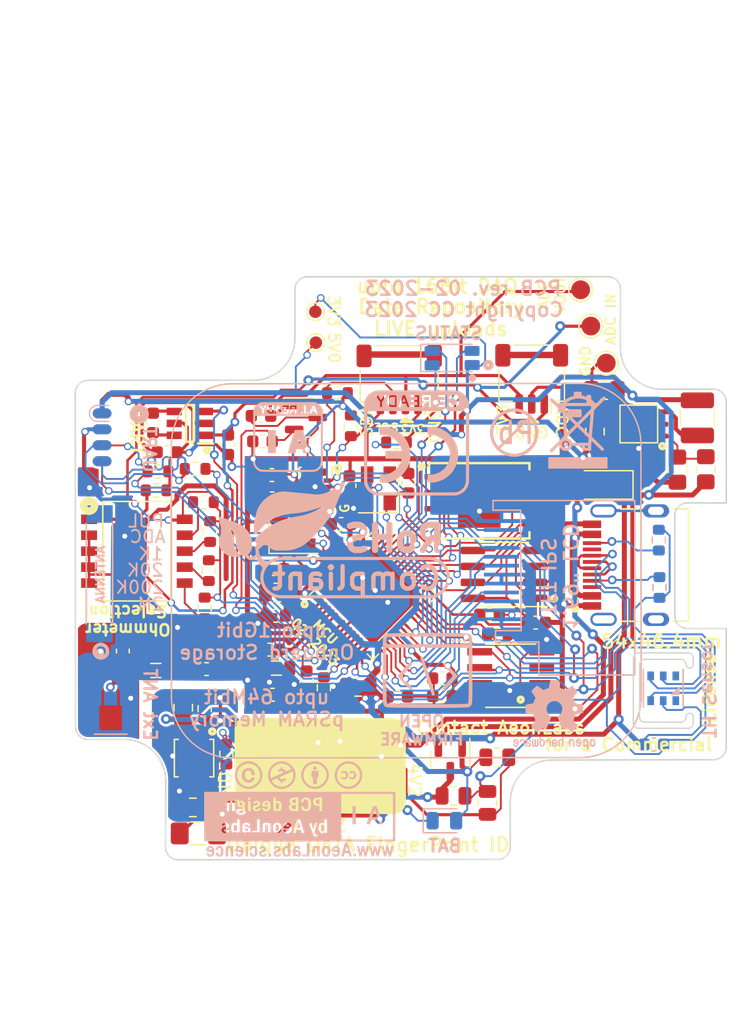
<source format=kicad_pcb>
(kicad_pcb (version 20211014) (generator pcbnew)
  (title_block (date "2021-12-28") (rev "5.3") (company "AeonLabs"))
  (layers (0 "F.Cu" signal) (31 "B.Cu" signal) (34 "B.Paste" user) (35 "F.Paste" user) (36 "B.SilkS" user "B.Silkscreen") (37 "F.SilkS" user "F.Silkscreen") (38 "B.Mask" user) (39 "F.Mask" user) (44 "Edge.Cuts" user))
  (net 0 "")
  (net 1 "GND")
  (net 3 "VOLTAGE_REF_IO07")
  (net 4 "GPIO10_EXT_PLUG1")
  (net 5 "Net-(EC50-Pad1)")
  (net 6 "Net-(ANT1-Pad1)")
  (net 8 "Net-(EC51-Pad1)")
  (net 9 "Net-(EC60-Pad1)")
  (net 10 "3V3")
  (net 11 "Net-(EC20-Pad1)")
  (net 12 "VDD_SPI")
  (net 13 "Net-(EC38-Pad1)")
  (net 14 "CHIP_EN")
  (net 15 "ESP_GPIO0_BOOT-DTR")
  (net 16 "GPIO8_I2C_SDA")
  (net 17 "USB_D-")
  (net 18 "SPIHD")
  (net 19 "SPIWP")
  (net 20 "SPICS0")
  (net 21 "SPICLK")
  (net 22 "SPIQ")
  (net 23 "SPID")
  (net 24 "USB_D+")
  (net 26 "unconnected-(ESP32S3-Pad37)")
  (net 29 "TXD0")
  (net 30 "RXD0")
  (net 31 "unconnected-(ESP32S3-Pad47)")
  (net 32 "unconnected-(ESP32S3-Pad42)")
  (net 33 "unconnected-(ESP32S3-Pad9)")
  (net 35 "GPIO9_I2C_SCL")
  (net 36 "Net-(EC61-Pad1)")
  (net 37 "Net-(ER2-Pad2)")
  (net 38 "unconnected-(ESP32S3-Pad36)")
  (net 39 "SPICS1")
  (net 41 "Net-(AL1-Pad2)")
  (net 42 "Net-(AR1-Pad2)")
  (net 50 "Net-(LED1-Pad3)")
  (net 51 "GPIO06_EXT_PLUG2")
  (net 52 "LCD2_CS_IO12")
  (net 53 "GPIO38_IMU_CS")
  (net 54 "GPIO2_PLUG_PWR_3V3")
  (net 55 "3V3_PLUG")
  (net 56 "unconnected-(J20-Pad3)")
  (net 57 "LCD2_LED_IO10")
  (net 58 "LCD2_DC_IO11")
  (net 59 "VIN_BATF")
  (net 60 "VIN_BAT")
  (net 61 "STDBY_LED_G")
  (net 62 "CHRG_LED_R")
  (net 63 "VIN")
  (net 64 "USB_5V0")
  (net 65 "BAT_SENSE_IO21")
  (net 66 "LCD2_RST_IO33")
  (net 67 "IO18_LED_R")
  (net 68 "unconnected-(ESP32S3-Pad39)")
  (net 69 "unconnected-(ESP32S3-Pad40)")
  (net 70 "unconnected-(ESP32S3-Pad41)")
  (net 71 "IO13_LED_B")
  (net 72 "IO14_LED_G")
  (net 73 "Net-(BR1-Pad2)")
  (net 74 "Net-(BR2-Pad1)")
  (net 75 "Net-(HX1-Pad4)")
  (net 77 "Net-(HX1-Pad6)")
  (net 79 "unconnected-(J1-PadS1)")
  (net 81 "Net-(J1-PadA5)")
  (net 82 "Net-(J1-PadB5)")
  (net 84 "Net-(EXP_R5-Pad1)")
  (net 85 "Net-(EXP_R1-Pad2)")
  (net 86 "Net-(EXP_R2-Pad2)")
  (net 87 "Net-(EXP_R3-Pad2)")
  (net 88 "Net-(EXP_R4-Pad2)")
  (net 89 "ADC_OUT")
  (footprint "Capacitor_SMD:C_0603_1608Metric" (layer "F.Cu") (at 132.22 103.77 180)
    (fp_text reference "EC20" hide)
    (fp_text value "100nF 10% 16V")
  )
  (footprint "Package_TO_SOT_SMD:SOT-23" (layer "F.Cu") (at 146.61 112.51 -90)
    (fp_text reference "Q1" hide)
    (fp_text value "DMP1045U")
  )
  (footprint "Resistor_SMD:R_0805_2012Metric" (layer "F.Cu") (at 146.87 115.41)
    (fp_text reference "MR1" hide)
    (fp_text value "390K")
  )
  (footprint "Capacitor_SMD:C_0805_2012Metric" (layer "F.Cu") (at 139.28 106.74 180)
    (fp_text reference "EC18" hide)
    (fp_text value "10uF 20% 6.3V")
  )
  (footprint "Capacitor_SMD:C_0603_1608Metric" (layer "F.Cu") (at 145.98 106.05)
    (fp_text reference "AUC1" hide)
    (fp_text value "100nF")
  )
  (footprint "Resistor_SMD:R_0805_2012Metric_Pad1.20x1.40mm_HandSolder" (layer "F.Cu") (at 166.97 89.41 90)
    (fp_text reference "AR1" hide)
    (fp_text value "24K")
  )
  (footprint "Resistor_SMD:R_0603_1608Metric" (layer "F.Cu") (at 142.33 87.27)
    (fp_text reference "LR1" hide)
    (fp_text value "330R")
  )
  (footprint "Crystal:Crystal_SMD_EuroQuartz_MT-4Pin_3.2x2.5mm" (layer "F.Cu") (at 134.12 94.5125)
    (fp_text reference "ECY3" hide)
    (fp_text value "40Mhz 22pF+-10PPM")
  )
  (footprint "Capacitor_SMD:C_0603_1608Metric" (layer "F.Cu") (at 132.41 91.73 180)
    (fp_text reference "EC60" hide)
    (fp_text value "22pF 5% 50V")
  )
  (footprint "Capacitor_SMD:C_0603_1608Metric" (layer "F.Cu") (at 132.58 97.35 180)
    (fp_text reference "EC61" hide)
    (fp_text value "22pF 5% 50V")
  )
  (footprint "Package_DFN_QFN:QFN-56-1EP_7x7mm_P0.4mm_EP5.6x5.6mm" (layer "F.Cu") (at 140.450051 99.47 45)
    (fp_text reference "ESP32S3" hide)
    (fp_text value "ESP32-S3" hide)
  )
  (footprint "Resistor_SMD:R_0603_1608Metric" (layer "F.Cu") (at 136.54 106.8 90)
    (fp_text reference "ER1" hide)
    (fp_text value "10k")
  )
  (footprint "Connector_JST:JST_SH_SM02B-SRSS-TB_1x02-1MP_P1.00mm_Horizontal" (layer "F.Cu") (at 132.61 112.37)
    (fp_text reference "SHJ2" hide)
    (fp_text value "Screw_Terminal_01x02")
  )
  (footprint "Capacitor_SMD:C_0603_1608Metric" (layer "F.Cu") (at 124.03 88.05)
    (fp_text reference "HXC3" hide)
    (fp_text value "2.2uF")
  )
  (footprint "Resistor_SMD:R_0805_2012Metric" (layer "F.Cu") (at 150.36 112.34)
    (fp_text reference "PWR1" hide)
    (fp_text value "10K")
  )
  (footprint "Resistor_SMD:R_0603_1608Metric" (layer "F.Cu") (at 123.32 89.58 180)
    (fp_text reference "ER3" hide)
    (fp_text value "10k")
  )
  (footprint "Capacitor_SMD:C_0603_1608Metric" (layer "F.Cu") (at 127.19 105.32)
    (fp_text reference "EC38" hide)
    (fp_text value "100nF 10% 16V")
  )
  (footprint "Package_DFN_QFN:QFN8 3.1x2.9mm QFNn-8 3x3 SON80P400X400X100-9N" (layer "F.Cu") (at 125.765 111.895114 -90)
    (fp_text reference "U3" hide)
    (fp_text value "Battery_charger_CN3065_QFN8")
  )
  (footprint "Resistor_SMD:R_0603_1608Metric" (layer "F.Cu") (at 123.17 91.09)
    (fp_text reference "EXP_R5" hide)
    (fp_text value "4k7")
  )
  (footprint "Capacitor_SMD:C_0603_1608Metric" (layer "F.Cu") (at 145.99 107.47 180)
    (fp_text reference "EC26" hide)
    (fp_text value "100nF 10% 16V")
  )
  (footprint "Resistor_SMD:R_0805_2012Metric" (layer "F.Cu") (at 149.58 115.9725 -90)
    (fp_text reference "MR2" hide)
    (fp_text value "110K")
  )
  (footprint "Capacitor_SMD:C_0603_1608Metric" (layer "F.Cu") (at 128.91 87.46 -90)
    (fp_text reference "HXC1" hide)
    (fp_text value "2.2uF")
  )
  (footprint "Capacitor_SMD:C_0805_2012Metric_Pad1.18x1.45mm_HandSolder" (layer "F.Cu") (at 158.88 83.11 180)
    (fp_text reference "AC1" hide)
    (fp_text value "22uF")
  )
  (footprint "Capacitor_SMD:C_0603_1608Metric" (layer "F.Cu") (at 131.65 87.19)
    (fp_text reference "MCPC2" hide)
    (fp_text value "100nF")
  )
  (footprint "Capacitor_SMD:C_0603_1608Metric" (layer "F.Cu") (at 135.16 106.25 90)
    (fp_text reference "EC40" hide)
    (fp_text value "1uF")
  )
  (footprint "TestPoint:TestPoint_Pad_D1.0mm" (layer "F.Cu") (at 135.86 76.87)
    (fp_text reference "TP2" hide)
    (fp_text value "VOut")
  )
  (footprint "Capacitor_SMD:C_0603_1608Metric" (layer "F.Cu") (at 142.43 107.52)
    (fp_text reference "EC17" hide)
    (fp_text value "1uF 20% 6.3V")
  )
  (footprint "TestPoint:TestPoint_Pad_D1.5mm" (layer "F.Cu") (at 157 75.12)
    (fp_text reference "REF**" hide)
    (fp_text value "TestPoint_Pad_D1.5mm")
  )
  (footprint "Resistor_SMD:R_0603_1608Metric" (layer "F.Cu") (at 128.77 112.09 90)
    (fp_text reference "BR2" hide)
    (fp_text value "0R")
  )
  (footprint "TestPoint:TestPoint_Pad_D1.5mm" (layer "F.Cu") (at 159.04 80.96)
    (fp_text reference "REF**" hide)
    (fp_text value "TestPoint_Pad_D1.5mm")
  )
  (footprint "Inductor_SMD:L_1210_3225Metric" (layer "F.Cu") (at 166.3 85.32 -90)
    (fp_text reference "AL1" hide)
    (fp_text value "3.3uF")
  )
  (footprint "Capacitor_SMD:C_0805_2012Metric" (layer "F.Cu") (at 125.33 108.39 -90)
    (fp_text reference "BC1" hide)
    (fp_text value "22uF")
  )
  (footprint "Resistor_SMD:R_0603_1608Metric" (layer "F.Cu") (at 137.62 83.35 180)
    (fp_text reference "ICR1" hide)
    (fp_text value "10k")
  )
  (footprint "Capacitor_SMD:C_0603_1608Metric" (layer "F.Cu") (at 153.42 101.62)
    (fp_text reference "EC25" hide)
    (fp_text value "1uF 10% 50V")
  )
  (footprint "Capacitor_SMD:C_0603_1608Metric" (layer "F.Cu") (at 137.91 93.77 180)
    (fp_text reference "EC16" hide)
    (fp_text value "100nF 10% 16V")
  )
  (footprint "Capacitor_SMD:C_0603_1608Metric" (layer "F.Cu") (at 132.4 89.87)
    (fp_text reference "IMUC1" hide)
    (fp_text value "100nF")
  )
  (footprint "Package_TO_SOT_SMD:SOT-23" (layer "F.Cu") (at 135.11 85.29)
    (fp_text reference "U1" hide)
    (fp_text value "MCP1525-TT" hide)
  )
  (footprint "Resistor_SMD:R_0603_1608Metric" (layer "F.Cu") (at 150.36 102.58)
    (fp_text reference "PSR1" hide)
    (fp_text value "100K")
  )
  (footprint "Sensor_Motion:LSM6DS3 PQFN50P300X250X86-14N" (layer "F.Cu") (at 135.88 90.8125 -90)
    (fp_text reference "IMU1" hide)
    (fp_text value "LSM6DS3")
  )
  (footprint "Capacitor_SMD:C_0603_1608Metric" (layer "F.Cu") (at 143.28 90.52 90)
    (fp_text reference "EC51" hide)
    (fp_text value "22pF 5% 50V")
  )
  (footprint "AeonLabs Enclosure Boxes:ABB JB6 IP65 57x64mm wirh USB hole" (layer "F.Cu") (at 144.1 102)
    (fp_text reference "REF**" hide)
    (fp_text value "ABB JB6 IP65 57x64mm wirh USB hole")
    (fp_line (start 21.368291 0.08898) (end 24.5 0.09) (layer "Edge.Cuts") (width 0.12))
    (fp_line (start -20.182796 17.472126) (end -20.161858 12.261321) (layer "Edge.Cuts") (width 0.12))
    (fp_line (start 24.5 -17.93103) (end 24.500906 -9.91) (layer "Edge.Cuts") (width 0.12))
    (fp_line (start 19.371833 -18.960805) (end 23.538904 -18.957881) (layer "Edge.Cuts") (width 0.12))
    (fp_line (start 23.473149 10.531096) (end 10.638073 10.558346) (layer "Edge.Cuts") (width 0.12))
    (fp_line (start 24.5 0.09) (end 24.5 9.57) (layer "Edge.Cuts") (width 0.12))
    (fp_line (start -26.4 8.923647) (end -23.46 8.918977) (layer "Edge.Cuts") (width 0.12))
    (fp_line (start -8.842126 -27.912796) (end 15.1117 -27.918904) (layer "Edge.Cuts") (width 0.12))
    (fp_line (start 7.288978 17.511702) (end 7.295729 13.868188) (layer "Edge.Cuts") (width 0.12))
    (fp_line (start 16.072796 -26.892053) (end 16.061991 -22.303149) (layer "Edge.Cuts") (width 0.12))
    (fp_line (start 20.4 -4.891709) (end 20.40102 -8.951709) (layer "Edge.Cuts") (width 0.12))
    (fp_line (start -19.2217 18.498977) (end 6.262127 18.472798) (layer "Edge.Cuts") (width 0.12))
    (fp_line (start -26.339842 -19.671096) (end -13.211142 -19.671398) (layer "Edge.Cuts") (width 0.12))
    (fp_line (start -27.366693 -18.71) (end -27.35 7.896796) (layer "Edge.Cuts") (width 0.12))
    (fp_line (start 21.427871 -9.912805) (end 24.5 -9.91) (layer "Edge.Cuts") (width 0.12))
    (fp_line (start 20.407195 -0.937871) (end 20.4 -4.91) (layer "Edge.Cuts") (width 0.12))
    (fp_line (start -9.868977 -26.9517) (end -9.868798 -22.98124) (layer "Edge.Cuts") (width 0.12))
    (fp_arc (start -23.4717 8.918977) (mid -21.119769 9.899917) (end -20.161858 12.261321) (layer "Edge.Cuts") (width 0.12))
    (fp_arc (start 15.1117 -27.918904) (mid 15.800002 -27.599927) (end 16.072796 -26.892053) (layer "Edge.Cuts") (width 0.12))
    (fp_arc (start 23.538904 -18.957881) (mid 24.227195 -18.638901) (end 24.5 -17.93103) (layer "Edge.Cuts") (width 0.12))
    (fp_arc (start 19.371833 -18.960805) (mid 17.019902 -19.941744) (end 16.061991 -22.303149) (layer "Edge.Cuts") (width 0.12))
    (fp_arc (start 20.40102 -8.951709) (mid 20.720001 -9.639996) (end 21.427871 -9.912805) (layer "Edge.Cuts") (width 0.12))
    (fp_arc (start 24.5 9.57) (mid 24.181023 10.2583) (end 23.473149 10.531096) (layer "Edge.Cuts") (width 0.12))
    (fp_arc (start 7.295729 13.868188) (mid 8.27667 11.516258) (end 10.638073 10.558346) (layer "Edge.Cuts") (width 0.12))
    (fp_arc (start 21.368291 0.08898) (mid 20.680004 -0.230001) (end 20.407195 -0.937871) (layer "Edge.Cuts") (width 0.12))
    (fp_arc (start 7.288978 17.511702) (mid 6.969995 18.199995) (end 6.262127 18.472798) (layer "Edge.Cuts") (width 0.12))
    (fp_arc (start -27.366693 -18.71) (mid -27.047716 -19.3983) (end -26.339842 -19.671096) (layer "Edge.Cuts") (width 0.12))
    (fp_arc (start -26.388904 8.923647) (mid -27.077204 8.60467) (end -27.35 7.896796) (layer "Edge.Cuts") (width 0.12))
    (fp_arc (start -9.868798 -22.98124) (mid -10.849738 -20.629309) (end -13.211142 -19.671398) (layer "Edge.Cuts") (width 0.12))
    (fp_arc (start -19.2217 18.498977) (mid -19.91 18.18) (end -20.182796 17.472126) (layer "Edge.Cuts") (width 0.12))
    (fp_arc (start -9.868977 -26.9517) (mid -9.55 -27.64) (end -8.842126 -27.912796) (layer "Edge.Cuts") (width 0.12))
  )
  (footprint "Capacitor_SMD:C_0603_1608Metric" (layer "F.Cu") (at 132.7 101.07)
    (fp_text reference "EC15" hide)
    (fp_text value "100nF 10% 50V")
  )
  (footprint "Package_SO:Flash SPI SON127P800X600X80-9N" (layer "F.Cu") (at 148.92 91.92)
    (fp_text reference "ESP_FLASH1" hide)
    (fp_text value "W25Q128JVS")
  )
  (footprint "Diode_SMD:D_1206_3216Metric" (layer "F.Cu") (at 158.89 90.66 180)
    (fp_text reference "PWD1" hide)
    (fp_text value "D_Schottky")
  )
  (footprint "Package_SO:SOIC-8_3.9x4.9mm_P1.27mm" (layer "F.Cu") (at 150.89 97.78 180)
    (fp_text reference "EPS1" hide)
    (fp_text value "ESP32-PSRAM_LY68L6400S")
  )
  (footprint "Resistor_SMD:R_0603_1608Metric" (layer "F.Cu") (at 138.69 85.95 90)
    (fp_text reference "IDR1" hide)
    (fp_text value "10k")
  )
  (footprint "Inductor_SMD:L_0805_2012Metric" (layer "F.Cu") (at 132.76 105.24 180)
    (fp_text reference "L2" hide)
    (fp_text value "2nH 5%")
  )
  (footprint "Capacitor_SMD:C_0603_1608Metric" (layer "F.Cu") (at 122.93 85.72 90)
    (fp_text reference "HXC2" hide)
    (fp_text value "2.2uF")
  )
  (footprint "Capacitor_SMD:C_0805_2012Metric_Pad1.18x1.45mm_HandSolder" (layer "F.Cu") (at 158.14 86.41 90)
    (fp_text reference "AC2" hide)
    (fp_text value "4.7uF")
  )
  (footprint "Capacitor_SMD:C_0603_1608Metric" (layer "F.Cu") (at 132.45 107.36 180)
    (fp_text reference "EC19" hide)
    (fp_text value "100nF 10% 16V")
  )
  (footprint "" (layer "F.Cu") (at 142.93 108.67)
    (fp_text reference "")
    (fp_text value "")
  )
  (footprint "Capacitor_SMD:C_0805_2012Metric" (layer "F.Cu") (at 132.83 99.22)
    (fp_text reference "EC14" hide)
    (fp_text value "1uF")
  )
  (footprint "Connector_Wire:SolderWirePad_1x01_SMD_5x10mm" (layer "F.Cu") (at 155.53 98.65)
    (fp_text reference "REF**" hide)
    (fp_text value "SolderWirePad_1x01_SMD_5x10mm")
  )
  (footprint "Connector_JST:JST_SH_SM04B-SRSS-TB_1x04-1MP_P1.00mm_Horizontal" (layer "F.Cu") (at 142.54 82.26 180)
    (fp_text reference "SH_I2C1" hide)
    (fp_text value "I2C6")
  )
  (footprint "Package_DFN_QFN:AUR9718 3x3mm 6 pin" (layer "F.Cu") (at 161.585 85.8825 90)
    (fp_text reference "AU1" hide)
    (fp_text value "AUR9718x_DFN_3x3mm_6_pin")
  )
  (footprint "Capacitor_SMD:C_0805_2012Metric" (layer "F.Cu") (at 126.1 116.33)
    (fp_text reference "BC2" hide)
    (fp_text value "4.7uF")
  )
  (footprint "Resistor_SMD:R_0603_1608Metric" (layer "F.Cu") (at 127.37 97.48 -90)
    (fp_text reference "EXP_R3" hide)
    (fp_text value "200k")
  )
  (footprint "Connector_USB:USB C HRO_TYPE-C-31-M-12" (layer "F.Cu") (at 163.0025 97.04 90)
    (fp_text reference "J1" hide)
    (fp_text value "TYPE-C-31-M-12")
  )
  (footprint "Package_SO:ATSHA204A Auth SOIC8" (layer "F.Cu") (at 151.43 105.845 180)
    (fp_text reference "U2" hide)
    (fp_text value "ATSHA204A-MAHDA-T")
  )
  (footprint "Capacitor_SMD:C_0603_1608Metric" (layer "F.Cu") (at 138.58 90.71 90)
    (fp_text reference "EC50" hide)
    (fp_text value "22pF 5% 50V")
  )
  (footprint "Connector_JST:JST_SH_SM03B-SRSS-TB_1x03-1MP_P1.00mm_Horizontal" (layer "F.Cu") (at 153.1 82.21 180)
    (fp_text reference "ExtSW1" hide)
    (fp_text value "Conn_01x03_Female")
  )
  (footprint "Resistor_SMD:R_0603_1608Metric" (layer "F.Cu") (at 127.04 100.45 -90)
    (fp_text reference "EXP_R4" hide)
    (fp_text value "2M")
  )
  (footprint "Capacitor_SMD:C_0603_1608Metric" (layer "F.Cu") (at 149.74 100.98)
    (fp_text reference "EC24" hide)
    (fp_text value "100nF 10% 16V")
  )
  (footprint "Capacitor_SMD:C_0603_1608Metric" (layer "F.Cu") (at 120.52 103.88 90)
    (fp_text reference "EC37" hide)
    (fp_text value "100nF 10% 16V")
  )
  (footprint "Capacitor_SMD:C_0603_1608Metric" (layer "F.Cu") (at 131.53 85.16)
    (fp_text reference "MCPC1" hide)
    (fp_text value "100nF")
  )
  (footprint "Connector:Dip Switch 5 pin 1.27mm SW_DS05-127-2-06BK-SMT-TR" (layer "F.Cu") (at 121.2 96.1025)
    (fp_text reference "J12" hide)
    (fp_text value "Conn_02x05_Odd_Even")
  )
  (footprint "Inductor_SMD:L_0805_2012Metric" (layer "F.Cu") (at 123.15 105.43)
    (fp_text reference "EL4" hide)
    (fp_text value "12nH 5%")
  )
  (footprint "Resistor_SMD:R_0805_2012Metric_Pad1.20x1.40mm_HandSolder" (layer "F.Cu") (at 164.71 89.44 -90)
    (fp_text reference "AR2" hide)
    (fp_text value "7k5")
  )
  (footprint "" (layer "F.Cu") (at 130.43 105.98)
    (fp_text reference "")
    (fp_text value "")
  )
  (footprint "Resistor_SMD:R_0603_1608Metric" (layer "F.Cu") (at 127.47 94.37 -90)
    (fp_text reference "EXP_R2" hide)
    (fp_text value "20k")
  )
  (footprint "TestPoint:TestPoint_Track" (layer "F.Cu") (at 120.2 106.06 45)
    (fp_text reference "REF**" hide)
    (fp_text value "TestPoint_Track")
  )
  (footprint "Resistor_SMD:R_0603_1608Metric" (layer "F.Cu") (at 126.94 92.03 180)
    (fp_text reference "EXP_R1" hide)
    (fp_text value "1k")
  )
  (footprint "Resistor_SMD:R_0603_1608Metric" (layer "F.Cu") (at 127.04 108.47 -90)
    (fp_text reference "BR1" hide)
    (fp_text value "1K8")
  )
  (footprint "" (layer "F.Cu") (at 142.94 88.57 90)
    (fp_text reference "")
    (fp_text value "")
  )
  (footprint "Fuse:Fuse_1206_3216Metric_Pad1.42x1.75mm_HandSolder" (layer "F.Cu") (at 126.54 118.4 180)
    (fp_text reference "F1" hide)
    (fp_text value "Polyfuse")
  )
  (footprint "Connector_Wire:SolderWirePad_1x01_SMD_5x10mm" (layer "F.Cu") (at 130.45 95.32)
    (fp_text reference "REF**" hide)
    (fp_text value "SolderWirePad_1x01_SMD_5x10mm")
  )
  (footprint "Connector_JST:JST_SH_SM02B-SRSS-TB_1x02-1MP_P1.00mm_Horizontal" (layer "F.Cu") (at 139.42 112.33)
    (fp_text reference "SHJ1" hide)
    (fp_text value "Screw_Terminal_01x02")
  )
  (footprint "Package_SO:HX4002 SOT95 P280X125-6N" (layer "F.Cu") (at 125.86 85.76 180)
    (fp_text reference "HX1" hide)
    (fp_text value "HX4002" hide)
  )
  (footprint "Resistor_SMD:R_0603_1608Metric" (layer "F.Cu") (at 126.28 89.38)
    (fp_text reference "ER2" hide)
    (fp_text value "499R")
  )
  (footprint "Crystal:Crystal_SMD_EuroQuartz_MT-4Pin_3.2x2.5mm" (layer "F.Cu") (at 140.89 90.93 90)
    (fp_text reference "ECY2" hide)
    (fp_text value "32.768Mhz 22pF+-10PPM")
  )
  (footprint "TestPoint:TestPoint_Pad_D1.5mm" (layer "F.Cu") (at 157.81 78.01)
    (fp_text reference "REF**" hide)
    (fp_text value "TestPoint_Pad_D1.5mm")
  )
  (footprint "TestPoint:TestPoint_Pad_D1.0mm" (layer "F.Cu") (at 135.9 79.33)
    (fp_text reference "TP1" hide)
    (fp_text value "VIN")
  )
  (footprint "AeonLabs Logosy:AI ready" (layer "B.Cu") (at 133.68 86.84 180)
    (fp_text reference "G***" hide)
    (fp_text value "LOGO" hide)
  )
  (footprint "Capacitor_SMD:C_0603_1608Metric" (layer "B.Cu") (at 162.84 111.32 180)
    (fp_text reference "SHC1" hide)
    (fp_text value "100nF" hide)
  )
  (footprint "Connector:SOIC_clipProgSmall" (layer "B.Cu") (at 118.12 86.865 90)
    (fp_text reference "ICSP1" hide)
    (fp_text value "Conn_01x08_Male" hide)
  )
  (footprint "OLIMEX_LOGOs-FP:LOGO_RECYCLEBIN_1" (layer "B.Cu") (at 159.1125 89.333 180)
    (fp_text reference "Sign-RecycleBin" hide)
    (fp_text value "" hide)
  )
  (footprint "AeonLabs:aeon creative commons logos" (layer "B.Cu") (at 134.530201 113.708532 180)
    (fp_text reference "G***" hide)
    (fp_text value "LOGO" hide)
  )
  (footprint "Sensor:AHT20 - PSON100P300X300X110-6N" (layer "B.Cu") (at 163.58 106.85 90)
    (fp_text reference "U4" hide)
    (fp_text value "AHT20" hide)
  )
  (footprint "OLIMEX_LOGOs-FP:LOGO_ROHS_1" (layer "B.Cu") (at 145.4445 98.9235 180)
    (fp_text reference "Sign-RoHS" hide)
    (fp_text value "" hide)
  )
  (footprint "AeonLabs Logos:aeonlabs science" (layer "B.Cu") (at 134.619702 117.711553 180)
    (fp_text reference "G***" hide)
    (fp_text value "LOGO" hide)
  )
  (footprint "LED_SMD:LED_1206_3210_RGB_Metric" (layer "B.Cu") (at 146.523248 80.51)
    (fp_text reference "LED1" hide)
    (fp_text value "LED_GBRC" hide)
  )
  (footprint "AeonLabs Logosy:CE Ready Small Logo" (layer "B.Cu") (at 143.93 87.31 180)
    (fp_text reference "G***" hide)
    (fp_text value "LOGO" hide)
  )
  (footprint "Resistor_SMD:R_0603_1608Metric" (layer "B.Cu") (at 163.23 95.05 90)
    (fp_text reference "USBR1" hide)
    (fp_text value "5k1" hide)
  )
  (footprint "Resistor_SMD:R_0603_1608Metric" (layer "B.Cu") (at 163.28 98.82 -90)
    (fp_text reference "USBR2" hide)
    (fp_text value "5k1" hide)
  )
  (footprint "AeonLabs LCD & OLED Displays:1.69 LCD TFT IPS 12pin" (layer "B.Cu") (at 140.608963 96.417823 -90)
    (fp_text reference "LCD1" hide)
    (fp_text value "Conn_01x12_Male" hide)
  )
  (footprint "Symbol:OSHW-Logo2_7.3x6mm_SilkScreen" (layer "B.Cu") (at 154.91 108.95 180)
    (fp_text reference "REF**" hide)
    (fp_text value "OSHW-Logo2_7.3x6mm_SilkScreen" hide)
  )
  (footprint "RF_Antenna:HRS_U.FL-R-SMT(01)" (layer "B.Cu") (at 119.55 109.2)
    (fp_text reference "J20" hide)
    (fp_text value "U.FL-R-SMT(01)" hide)
  )
  (footprint "LED_SMD:LED_0805_2012Metric" (layer "B.Cu") (at 146.14 117.39)
    (fp_text reference "BD1" hide)
    (fp_text value "LED" hide)
  )
  (footprint "OLIMEX_LOGOs-FP:LOGO_PBFREE" (layer "B.Cu") (at 151.91 86.18)
    (fp_text reference "Sign-PbFree" hide)
    (fp_text value "")
  )
  (footprint "AeonLabs Logos:open_firmware" (layer "B.Cu") (at 144.948172 106.376806 180)
    (fp_text reference "G***" hide)
    (fp_text value "LOGO" hide)
  )
  (footprint "RF_Antenna:AN9520_ANT2-SMD-9.5X2.1X1.0MM" (layer "B.Cu") (at 118.66 97.72 90)
    (property "VALUE" "AN9520")
    (fp_text reference "ANT1" hide)
    (fp_text value "SMD-BUILT-IN-ANTENNA-2.4GHZ(2P-9.5X2.1MM)" hide)
  )
  (gr_circle (center 134.12 92.56) (end 134.23 92.59) (layer "F.Cu") (width 0.2) (fill none))
  (gr_circle (center 139.46 90.876568) (end 139.5 90.916568) (layer "F.Cu") (width 0.2) (fill none))
  (gr_circle (center 149.64 81.11) (end 149.39 81.13) (layer "B.SilkS") (width 0.34) (fill none))
  (gr_circle (center 121.827291 85.02) (end 122.287291 85.07) (layer "B.SilkS") (width 0.6) (fill none))
  (gr_circle (center 118.77 103.895234) (end 118.24 103.966475) (layer "B.SilkS") (width 0.28) (fill none))
  (gr_line (start 135.75 99.87) (end 135.34474 99.47) (layer "F.SilkS") (width 0.12))
  (gr_circle (center 152.22 107.75) (end 152.41 107.77) (layer "F.SilkS") (width 0.28) (fill none))
  (gr_circle (center 156.55 100.5) (end 156.74 100.52) (layer "F.SilkS") (width 0.28) (fill none))
  (gr_circle (center 154.88 99.71) (end 155.07 99.73) (layer "F.SilkS") (width 0.28) (fill none))
  (gr_poly (pts (xy 143.58 85.64) (xy 142.67 85.64) (xy 143.1 85.28)) (layer "F.SilkS") (width 0.2) (fill solid))
  (gr_circle (center 144.33 89.19) (end 144.52 89.21) (layer "F.SilkS") (width 0.28) (fill none))
  (gr_circle (center 137.63439 89.33) (end 137.85439 89.38) (layer "F.SilkS") (width 0.28) (fill none))
  (gr_circle (center 127.653951 110.285114) (end 127.843951 110.305114) (layer "F.SilkS") (width 0.28) (fill none))
  (gr_circle (center 127.24 87.89) (end 127.43 87.91) (layer "F.SilkS") (width 0.28) (fill none))
  (gr_circle (center 135 100.16) (end 135.19 100.18) (layer "F.SilkS") (width 0.28) (fill none))
  (gr_poly (pts (xy 153.6 85.67) (xy 152.69 85.67) (xy 153.12 85.31)) (layer "F.SilkS") (width 0.2) (fill solid))
  (gr_circle (center 163.51 87.57) (end 163.7 87.59) (layer "F.SilkS") (width 0.28) (fill none))
  (gr_arc (start 165.393483 109.119912) (mid 165.280723 109.422991) (end 164.983484 109.550399) (layer "Edge.Cuts") (width 0.1))
  (gr_arc (start 161.699039 104.973855) (mid 161.811741 104.670694) (end 162.109038 104.543368) (layer "Edge.Cuts") (width 0.1))
  (gr_line (start 161.201105 104.45703) (end 161.190822 109.622699) (layer "Edge.Cuts") (width 0.1))
  (gr_arc (start 161.621309 110.032698) (mid 161.318217 109.91994) (end 161.190822 109.622699) (layer "Edge.Cuts") (width 0.1))
  (gr_line (start 161.692996 109.129913) (end 161.699039 104.973855) (layer "Edge.Cuts") (width 0.1))
  (gr_line (start 165.967754 109.119912) (end 165.970995 109.596816) (layer "Edge.Cuts") (width 0.1))
  (gr_arc (start 165.393483 109.119912) (mid 165.680619 108.832795) (end 165.967754 109.119912) (layer "Edge.Cuts") (width 0.1))
  (gr_arc (start 164.969038 104.543337) (mid 165.272113 104.656128) (end 165.399525 104.953336) (layer "Edge.Cuts") (width 0.1))
  (gr_arc (start 161.201105 104.45703) (mid 161.31382 104.153909) (end 161.611104 104.026543) (layer "Edge.Cuts") (width 0.1))
  (gr_arc (start 165.543309 104.033339) (mid 165.84637 104.146152) (end 165.973796 104.443338) (layer "Edge.Cuts") (width 0.1))
  (gr_arc (start 162.123483 109.539912) (mid 161.820371 109.427178) (end 161.692996 109.129913) (layer "Edge.Cuts") (width 0.1))
  (gr_line (start 165.543309 104.033857) (end 161.611104 104.026543) (layer "Edge.Cuts") (width 0.1))
  (gr_arc (start 165.970995 109.596816) (mid 165.858239 109.899931) (end 165.560996 110.027303) (layer "Edge.Cuts") (width 0.1))
  (gr_arc (start 165.973796 104.953336) (mid 165.68666 105.240454) (end 165.399525 104.953336) (layer "Edge.Cuts") (width 0.1))
  (gr_line (start 165.973796 104.443338) (end 165.973796 104.953336) (layer "Edge.Cuts") (width 0.1))
  (gr_line (start 164.969038 104.543855) (end 162.109038 104.543368) (layer "Edge.Cuts") (width 0.1))
  (gr_line (start 161.60824 110.032698) (end 165.560996 110.027303) (layer "Edge.Cuts") (width 0.1))
  (gr_line (start 164.983484 109.550399) (end 162.123483 109.539912) (layer "Edge.Cuts") (width 0.1))
  (gr_text "BAT" (at 146.18 119.39) (layer "B.SilkS") (effects (font (size 1 1) (thickness 0.2)) (justify mirror)))
  (gr_text "1K" (at 122.74 96.14) (layer "B.SilkS") (effects (font (size 1 1)) (justify mirror)))
  (gr_text "2M" (at 122.75 100.15) (layer "B.SilkS") (effects (font (size 1 1)) (justify mirror)))
  (gr_text "ANTENNA" (at 118.74 97.8 90) (layer "B.SilkS") (effects (font (size 0.7 0.7)) (justify mirror)))
  (gr_text "1.69{dblquote} LCD\nTFT IPS" (at 155.28 97.93 -90) (layer "B.SilkS") (effects (font (size 1.1 1.1) (thickness 0.2)) (justify mirror)))
  (gr_text "PCB rev. 02-2023" (at 147.65 75.01) (layer "B.SilkS") (effects (font (size 1.1 1.1) (thickness 0.2)) (justify mirror)))
  (gr_text "upto 1Gbit \nOnboard Storage\n\nupto 64Mbit\npSRAM Memory\n" (at 131.99 105.77) (layer "B.SilkS") (effects (font (size 1.1 1.1) (thickness 0.2)) (justify mirror)))
  (gr_text "Copyright CC 2023" (at 147.7 76.7) (layer "B.SilkS") (effects (font (size 1.1 1.1) (thickness 0.2)) (justify mirror)))
  (gr_text "ADC\n" (at 122.49 94.77) (layer "B.SilkS") (effects (font (size 1 1)) (justify mirror)))
  (gr_text "Ext ANT" (at 122.69 108.15 -90) (layer "B.SilkS") (effects (font (size 1 1) (thickness 0.2)) (justify mirror)))
  (gr_text "STATUS" (at 146.49 78.59) (layer "B.SilkS") (effects (font (size 1 1) (thickness 0.2)) (justify mirror)))
  (gr_text "UART" (at 122.63 87.84 -90) (layer "B.SilkS") (effects (font (size 1 1) (thickness 0.2)) (justify mirror)))
  (gr_text "20K" (at 122.3 97.44) (layer "B.SilkS") (effects (font (size 1 1)) (justify mirror)))
  (gr_text "200K" (at 121.87 98.81) (layer "B.SilkS") (effects (font (size 1 1)) (justify mirror)))
  (gr_text "TH Sensor" (at 167.2 106.99 -90) (layer "B.SilkS") (effects (font (size 1 1) (thickness 0.2)) (justify mirror)))
  (gr_text "OPEN\nFIRMWARE" (at 144.33 110.19) (layer "B.SilkS") (effects (font (size 0.9 0.9) (thickness 0.2)) (justify mirror)))
  (gr_text "PUL" (at 122.38 93.53) (layer "B.SilkS") (effects (font (size 1 1)) (justify mirror)))
  (gr_text "5V0\n" (at 137.36 79.74 -90) (layer "F.SilkS") (effects (font (size 0.9 0.9))))
  (gr_text "3V3" (at 150.81 85.48 90) (layer "F.SilkS") (effects (font (size 0.9 0.9))))
  (gr_text "Ohmmeter\nSelection" (at 120.92 101.43 180) (layer "F.SilkS") (effects (font (size 0.9 0.9) (thickness 0.2))))
  (gr_text "Unique DATA FingerPrint ID" (at 140.03 119.31) (layer "F.SilkS") (effects (font (size 1.1 1.1) (thickness 0.2))))
  (gr_text "MCU\n02-2023" (at 136.24 102.78 -45) (layer "F.SilkS") (effects (font (size 0.7 0.7) (thickness 0.175))))
  (gr_text "GND" (at 157.39 80.81 90) (layer "F.SilkS") (effects (font (size 0.8 0.8))))
  (gr_text "ADC IN" (at 159.39 77.45 90) (layer "F.SilkS") (effects (font (size 0.8 0.8))))
  (gr_text "3V3" (at 137.32 76.83 270) (layer "F.SilkS") (effects (font (size 0.9 0.9))))
  (gr_text "2xBAT" (at 136.22 117.7 180) (layer "F.SilkS") (effects (font (size 1 1))))
  (gr_text "for a Commercial  \n" (at 154.02 111.33) (layer "F.SilkS") (effects (font (size 1 1) (thickness 0.2)) (justify left)))
  (gr_text "Contact AeonLabs" (at 143.77 109.98) (layer "F.SilkS") (effects (font (size 1 1) (thickness 0.2)) (justify left)))
  (gr_text "upto 16Bit DAQ" (at 145.56 74.84) (layer "F.SilkS") (effects (font (size 1.1 1.1) (thickness 0.2))))
  (gr_text "G" (at 138.2 92.52 90) (layer "F.SilkS") (effects (font (size 0.7 0.7))))
  (gr_text "54x46.4mm" (at 163.44 103.12) (layer "F.SilkS") (effects (font (size 1.1 1.1) (thickness 0.2))))
  (gr_text "SCL" (at 141.53 86.07 180) (layer "F.SilkS") (effects (font (size 0.7 0.7))))
  (gr_text "ADC" (at 155.49 85.56 270) (layer "F.SilkS") (effects (font (size 0.9 0.9))))
  (gr_text "License" (at 167.26 109.76 90) (layer "F.SilkS") (effects (font (size 1 1) (thickness 0.2)) (justify left)))
  (gr_text "4V2" (at 143.77 114.16 270) (layer "F.SilkS") (effects (font (size 1 1))))
  (gr_text "GND" (at 145.31 85.97 270) (layer "F.SilkS") (effects (font (size 0.9 0.9))))
  (gr_text "ADC\nVOUT" (at 154.73 75.51 90) (layer "F.SilkS") (effects (font (size 0.8 0.8))))
  (gr_text "GND" (at 153.08 86.47 180) (layer "F.SilkS") (effects (font (size 0.9 0.9))))
  (gr_text "GND" (at 128.71 114.97 90) (layer "F.SilkS") (effects (font (size 1 1))))
  (gr_text "3V3" (at 143.63 86.18 180) (layer "F.SilkS") (effects (font (size 0.7 0.7))))
  (gr_text "SDA" (at 139.97 85.6 90) (layer "F.SilkS") (effects (font (size 0.9 0.9))))
  (gr_text "Data Repository\nLIVE uploads" (at 145.86 77.35) (layer "F.SilkS") (effects (font (size 1.1 1.1) (thickness 0.2))))
  (gr_text "G" (at 131.64 93.34) (layer "F.SilkS") (effects (font (size 0.7 0.7))))
  (gr_text "UART" (at 121.62 86.43 270) (layer "F.SilkS") (effects (font (size 1 1) (thickness 0.2))))
  (segment (start 139.77 80.275) (end 145.37 80.275) (width 0.51) (layer "F.Cu") (net 0))
  (segment (start 151.08 80.31) (end 155.68 80.31) (width 0.51) (layer "F.Cu") (net 0))
  (segment (start 130.3925 101.2625) (end 130.3925 101.4575) (width 0.25) (layer "F.Cu") (net 1))
  (segment (start 144.11 93.4) (end 144.535 93.825) (width 0.15) (layer "F.Cu") (net 1))
  (segment (start 131.41 112.29) (end 130.2 111.08) (width 0.25) (layer "F.Cu") (net 1))
  (segment (start 161.61 87.74) (end 161.61 85.8025) (width 0.32) (layer "F.Cu") (net 1))
  (segment (start 129.21 88.485) (end 128.97 88.245) (width 0.25) (layer "F.Cu") (net 1))
  (segment (start 145.295 106.1) (end 145.295 107.45) (width 0.15) (layer "F.Cu") (net 1))
  (segment (start 127.23 85.73) (end 126.12 85.73) (width 0.25) (layer "F.Cu") (net 1))
  (segment (start 137.135 93.625) (end 138.24 92.52) (width 0.15) (layer "F.Cu") (net 1))
  (segment (start 120.64 102.905) (end 120.64 102.83) (width 0.2) (layer "F.Cu") (net 1))
  (segment (start 120.64 103.095) (end 120.64 103.13) (width 0.15) (layer "F.Cu") (net 1))
  (segment (start 150.175 116.885) (end 149.58 116.885) (width 0.15) (layer "F.Cu") (net 1))
  (segment (start 132.97 102.945) (end 134.171403 102.945) (width 0.25) (layer "F.Cu") (net 1))
  (segment (start 141.13 112.27) (end 141.16 112.24) (width 0.32) (layer "F.Cu") (net 1))
  (segment (start 150.64 113.72) (end 150.64 116.42) (width 0.15) (layer "F.Cu") (net 1))
  (segment (start 144.07 84.15) (end 144.07 85.08) (width 0.2) (layer "F.Cu") (net 1))
  (segment (start 137.135 93.77) (end 137.135 93.625) (width 0.15) (layer "F.Cu") (net 1))
  (segment (start 121.15 106.71) (end 121.16 106.7) (width 0.25) (layer "F.Cu") (net 1))
  (segment (start 124.83 91.82) (end 124.83 91.79) (width 0.32) (layer "F.Cu") (net 1))
  (segment (start 138.63 88.6175) (end 138.63 90.015) (width 0.25) (layer "F.Cu") (net 1))
  (segment (start 151.84 96.4) (end 151.84 98.59) (width 0.15) (layer "F.Cu") (net 1))
  (segment (start 122.279568 84.1) (end 122.05 84.329568) (width 0.25) (layer "F.Cu") (net 1))
  (segment (start 135.24 87.2875) (end 135.24 88.6525) (width 0.15) (layer "F.Cu") (net 1))
  (segment (start 124.9 112.24) (end 124.9 116.27) (width 0.25) (layer "F.Cu") (net 1))
  (segment (start 153.365 95.875) (end 152.365 95.875) (width 0.15) (layer "F.Cu") (net 1))
  (segment (start 131.03 88.58) (end 131.03 88.65) (width 0.4) (layer "F.Cu") (net 1))
  (segment (start 144.11 90.87) (end 144.11 93.4) (width 0.15) (layer "F.Cu") (net 1))
  (segment (start 140.33 92.15) (end 140.22 92.04) (width 0.25) (layer "F.Cu") (net 1))
  (segment (start 136.0475 85.29) (end 136.0475 86.1925) (width 0.15) (layer "F.Cu") (net 1))
  (segment (start 161.61 85.17) (end 160.7 84.26) (width 0.32) (layer "F.Cu") (net 1))
  (segment (start 139.57 92.52) (end 138.9 92.52) (width 0.2) (layer "F.Cu") (net 1))
  (segment (start 138.47 110.33) (end 137.74 111.06) (width 0.25) (layer "F.Cu") (net 1))
  (segment (start 127.93 101.85) (end 131.1 101.85) (width 0.25) (layer "F.Cu") (net 1))
  (segment (start 131.83 99.03) (end 131.83 100.89) (width 0.3) (layer "F.Cu") (net 1))
  (segment (start 130.3925 94.8325) (end 130.3925 98.0325) (width 0.25) (layer "F.Cu") (net 1))
  (segment (start 151.2745 100.99) (end 151.45 101.1655) (width 0.15) (layer "F.Cu") (net 1))
  (segment (start 144.75 116.91) (end 143.08 115.24) (width 0.25) (layer "F.Cu") (net 1))
  (segment (start 157.9075 93.76) (end 157.9175 93.77) (width 0.4) (layer "F.Cu") (net 1))
  (segment (start 130.89 88.015) (end 130.89 87.19) (width 0.25) (layer "F.Cu") (net 1))
  (segment (start 125.41 116.54) (end 125.44 116.51) (width 0.25) (layer "F.Cu") (net 1))
  (segment (start 132.19 112.29) (end 131.41 112.29) (width 0.25) (layer "F.Cu") (net 1))
  (segment (start 151.2725 113.0875) (end 150.64 113.72) (width 0.15) (layer "F.Cu") (net 1))
  (segment (start 130.755 85.16) (end 130.755 85.625) (width 0.15) (layer "F.Cu") (net 1))
  (segment (start 131.88 97.425) (end 131.805 97.35) (width 0.25) (layer "F.Cu") (net 1))
  (segment (start 149.555 116.91) (end 144.75 116.91) (width 0.25) (layer "F.Cu") (net 1))
  (segment (start 141.16 112.24) (end 141.16 108.67) (width 0.32) (layer "F.Cu") (net 1))
  (segment (start 128.75 91.64) (end 127.845 90.735) (width 0.4) (layer "F.Cu") (net 1))
  (segment (start 128.29 109.61) (end 128.3 109.62) (width 0.25) (layer "F.Cu") (net 1))
  (segment (start 117.87 90.88) (end 117.43 90.44) (width 0.32) (layer "F.Cu") (net 1))
  (segment (start 126.41 87.45) (end 126.105 87.145) (width 0.25) (layer "F.Cu") (net 1))
  (segment (start 126.255 112.365114) (end 126.129886 112.24) (width 0.25) (layer "F.Cu") (net 1))
  (segment (start 125.47 84.1) (end 122.279568 84.1) (width 0.25) (layer "F.Cu") (net 1))
  (segment (start 145.31 107.805) (end 145.31 108.62) (width 0.2) (layer "F.Cu") (net 1))
  (segment (start 131.275 101.675) (end 131.66 101.29) (width 0.4) (layer "F.Cu") (net 1))
  (segment (start 141.68 89.83) (end 143.29 89.83) (width 0.25) (layer "F.Cu") (net 1))
  (segment (start 153.1 83.35) (end 153.57 82.88) (width 0.25) (layer "F.Cu") (net 1))
  (segment (start 128.745095 88.235) (end 127.960095 87.45) (width 0.25) (layer "F.Cu") (net 1))
  (segment (start 130.3925 101.2625) (end 130.3925 101.8275) (width 0.25) (layer "F.Cu") (net 1))
  (segment (start 128.095 107.685) (end 128.29 107.88) (width 0.25) (layer "F.Cu") (net 1))
  (segment (start 145.295 107.45) (end 145.315 107.47) (width 0.15) (layer "F.Cu") (net 1))
  (segment (start 131.66 101.29) (end 131.66 100.91) (width 0.4) (layer "F.Cu") (net 1))
  (segment (start 130.89 87.7475) (end 130.89 88.5725) (width 0.25) (layer "F.Cu") (net 1))
  (segment (start 138.625 89.135) (end 138.63 89.135) (width 0.25) (layer "F.Cu") (net 1))
  (segment (start 128.155405 109.64) (end 126.975 110.820405) (width 0.25) (layer "F.Cu") (net 1))
  (segment (start 134.815 107.025) (end 134.3 106.51) (width 0.15) (layer "F.Cu") (net 1))
  (segment (start 132.85 85.96) (end 133.52 85.29) (width 0.15) (layer "F.Cu") (net 1))
  (segment (start 124.88 102) (end 127.78 102) (width 0.25) (layer "F.Cu") (net 1))
  (segment (start 161.62 87.75) (end 161.61 87.74) (width 0.32) (layer "F.Cu") (net 1))
  (segment (start 155.54 88.59) (end 155.54 102.59) (width 0.4) (layer "F.Cu") (net 1))
  (segment (start 125.5625 107.6) (end 127.1375 107.6) (width 0.25) (layer "F.Cu") (net 1))
  (segment (start 130.4425 93.6) (end 133.0075 93.6) (width 0.25) (layer "F.Cu") (net 1))
  (segment (start 121.625 102) (end 120.52 103.105) (width 0.25) (layer "F.Cu") (net 1))
  (segment (start 131.445 102.975) (end 131.415 102.945) (width 0.15) (layer "F.Cu") (net 1))
  (segment (start 131.445 103.77) (end 131.445 102.975) (width 0.15) (layer "F.Cu") (net 1))
  (segment (start 124.02 92.63) (end 124.83 91.82) (width 0.32) (layer "F.Cu") (net 1))
  (segment (start 131.1 101.85) (end 131.275 101.675) (width 0.25) (layer "F.Cu") (net 1))
  (segment (start 160.7 84.26) (end 158.07 84.26) (width 0.32) (layer "F.Cu") (net 1))
  (segment (start 127.960095 87.45) (end 126.41 87.45) (width 0.25) (layer "F.Cu") (net 1))
  (segment (start 138.63 90.015) (end 138.62 90.025) (width 0.25) (layer "F.Cu") (net 1))
  (segment (start 153.1 84.21) (end 153.1 83.35) (width 0.25) (layer "F.Cu") (net 1))
  (segment (start 162.865 85.8375) (end 161.615 85.8375) (width 0.4) (layer "F.Cu") (net 1))
  (segment (start 138.289512 106.699512) (end 138.33 106.74) (width 0.25) (layer "F.Cu") (net 1))
  (segment (start 141.54 88.57) (end 155.54 88.57) (width 0.4) (layer "F.Cu") (net 1))
  (segment (start 137.99 102.21) (end 140.272101 99.927899) (width 0.2) (layer "F.Cu") (net 1))
  (segment (start 143.205 107.52) (end 145.165 107.52) (width 0.15) (layer "F.Cu") (net 1))
  (segment (start 125.965 111.005114) (end 125.965 112.075114) (width 0.25) (layer "F.Cu") (net 1))
  (segment (start 155.52375 101.6) (end 154.43625 101.6) (width 0.4) (layer "F.Cu") (net 1))
  (segment (start 135.2775 90.8) (end 135.95 90.8) (width 0.2) (layer "F.Cu") (net 1))
  (segment (start 136.0475 86.1925) (end 135.24 87) (width 0.15) (layer "F.Cu") (net 1))
  (segment (start 122.69 87.93) (end 123.405 87.93) (width 0.25) (layer "F.Cu") (net 1))
  (segment (start 131.09 85.96) (end 132.85 85.96) (width 0.15) (layer "F.Cu") (net 1))
  (segment (start 153.1 84.35) (end 153.24 84.21) (width 0.25) (layer "F.Cu") (net 1))
  (segment (start 125.869886 112.24) (end 124.59 112.24) (width 0.25) (layer "F.Cu") (net 1))
  (segment (start 133.52 85.29) (end 136.0475 85.29) (width 0.15) (layer "F.Cu") (net 1))
  (segment (start 133.0075 93.6) (end 133.02 93.6125) (width 0.25) (layer "F.Cu") (net 1))
  (segment (start 128.085 105.32) (end 130.32 105.32) (width 0.25) (layer "F.Cu") (net 1))
  (segment (start 129.38 109.64) (end 128.155405 109.64) (width 0.25) (layer "F.Cu") (net 1))
  (segment (start 124.9 116.27) (end 125.17 116.54) (width 0.25) (layer "F.Cu") (net 1))
  (segment (start 161.61 85.8025) (end 161.61 85.17) (width 0.32) (layer "F.Cu") (net 1))
  (segment (start 153.57 82.88) (end 157.8925 82.88) (width 0.25) (layer "F.Cu") (net 1))
  (segment (start 139.99 92.1) (end 139.57 92.52) (width 0.2) (layer "F.Cu") (net 1))
  (segment (start 152.19 104.61) (end 152.865 103.935) (width 0.15) (layer "F.Cu") (net 1))
  (segment (start 130.75 103.18) (end 130.985 102.945) (width 0.25) (layer "F.Cu") (net 1))
  (segment (start 135.42 91.33) (end 135.0975 91.33) (width 0.2) (layer "F.Cu") (net 1))
  (segment (start 151.27 107.06) (end 151.75 107.06) (width 0.15) (layer "F.Cu") (net 1))
  (segment (start 150.395 100.99) (end 151.2745 100.99) (width 0.15) (layer "F.Cu") (net 1))
  (segment (start 152.19 106.62) (end 152.19 104.61) (width 0.15) (layer "F.Cu") (net 1))
  (segment (start 143.08 113.32) (end 142.05 112.29) (width 0.25) (layer "F.Cu") (net 1))
  (segment (start 130.3925 94.8325) (end 130.3925 101.2625) (width 0.25) (layer "F.Cu") (net 1))
  (segment (start 157.8925 81.4875) (end 158.62 80.76) (width 0.25) (layer "F.Cu") (net 1))
  (segment (start 143.29 89.925) (end 143.29 90.05) (width 0.15) (layer "F.Cu") (net 1))
  (segment (start 153.905 103.935) (end 154.02 103.82) (width 0.15) (layer "F.Cu") (net 1))
  (segment (start 153.27 99.05) (end 155.57 99.05) (width 0.15) (layer "F.Cu") (net 1))
  (segment (start 117.43 90.44) (end 117.43 86.49) (width 0.32) (layer "F.Cu") (net 1))
  (segment (start 158.41625 85.2875) (end 156.5375 85.2875) (width 0.4) (layer "F.Cu") (net 1))
  (segment (start 126.105 87.145) (end 126.105 84.735) (width 0.25) (layer "F.Cu") (net 1))
  (segment (start 127.13 107.685) (end 128.165 107.685) (width 0.25) (layer "F.Cu") (net 1))
  (segment (start 130.97 95.36) (end 130.49 95.36) (width 0.2) (layer "F.Cu") (net 1))
  (segment (start 130.4225 91.76) (end 131.82 91.76) (width 0.25) (layer "F.Cu") (net 1))
  (segment (start 130.3925 101.8275) (end 130.39 101.83) (width 0.25) (layer "F.Cu") (net 1))
  (segment (start 128.91 88.235) (end 128.745095 88.235) (width 0.25) (layer "F.Cu") (net 1))
  (segment (start 158.12 84.41) (end 158.12 85.09) (width 0.32) (layer "F.Cu") (net 1))
  (segment (start 129.21 89.2) (end 129.21 88.485) (width 0.25) (layer "F.Cu") (net 1))
  (segment (start 157.8925 82.88) (end 157.8925 81.4875) (width 0.25) (layer "F.Cu") (net 1))
  (segment (start 130.43 105.98) (end 130.43 103.5) (width 0.25) (layer "F.Cu") (net 1))
  (segment (start 130.985 102.945) (end 131.415 102.945) (width 0.25) (layer "F.Cu") (net 1))
  (segment (start 139.99 91.99) (end 139.99 92.1) (width 0.2) (layer "F.Cu") (net 1))
  (segment (start 154.15 102.82) (end 154.29 102.96) (width 0.15) (layer "F.Cu") (net 1))
  (segment (start 121.27 94.74) (end 123.38 92.63) (width 0.32) (layer "F.Cu") (net 1))
  (segment (start 155.53 88.68) (end 155.53 85.88) (width 0.4) (layer "F.Cu") (net 1))
  (segment (start 125.549318 90.735) (end 124.83 91.454318) (width 0.4) (layer "F.Cu") (net 1))
  (segment (start 134.171403 102.945) (end 134.21263 102.903773) (width 0.25) (layer "F.Cu") (net 1))
  (segment (start 140.875686 85.65) (end 140 86.525686) (width 0.2) (layer "F.Cu") (net 1))
  (segment (start 151.84 98.59) (end 152.3 99.05) (width 0.15) (layer "F.Cu") (net 1))
  (segment (start 149.58 116.885) (end 149.555 116.91) (width 0.25) (layer "F.Cu") (net 1))
  (segment (start 135.24 87) (end 135.24 87.29) (width 0.15) (layer "F.Cu") (net 1))
  (segment (start 120.67 94.74) (end 121.27 94.74) (width 0.32) (layer "F.Cu") (net 1))
  (segment (start 158.09 84.28) (end 157.8525 84.0425) (width 0.32) (layer "F.Cu") (net 1))
  (segment (start 142.93 108.67) (end 141.54 108.67) (width 0.25) (layer "F.Cu") (net 1))
  (segment (start 130.49 95.36) (end 130.45 95.32) (width 0.2) (layer "F.Cu") (net 1))
  (segment (start 143.29 90.05) (end 144.11 90.87) (width 0.15) (layer "F.Cu") (net 1))
  (segment (start 145.165 107.52) (end 145.215 107.47) (width 0.15) (layer "F.Cu") (net 1))
  (segment (start 155.56 100.27) (end 157.9175 100.27) (width 0.4) (layer "F.Cu") (net 1))
  (segment (start 151.2725 112.34) (end 151.2725 113.0875) (width 0.15) (layer "F.Cu") (net 1))
  (segment (start 158.07 84.26) (end 158.04 84.23) (width 0.32) (layer "F.Cu") (net 1))
  (segment (start 130.3925 98.0325) (end 130.51 98.15) (width 0.25) (layer "F.Cu") (net 1))
  (segment (start 156.5375 85.2875) (end 156.1225 85.2875) (width 0.4) (layer "F.Cu") (net 1))
  (segment (start 122.05 84.329568) (end 122.05 87.29) (width 0.25) (layer "F.Cu") (net 1))
  (segment (start 126.975 110.820405) (end 126.975 110.885114) (width 0.25) (layer "F.Cu") (net 1))
  (segment (start 130.43 103.5) (end 130.75 103.18) (width 0.25) (layer "F.Cu") (net 1))
  (segment (start 143.08 115.24) (end 143.08 113.32) (width 0.25) (layer "F.Cu") (net 1))
  (segment (start 132.21 112.29) (end 132.2 112.28) (width 0.25) (layer "F.Cu") (net 1))
  (segment (start 161.62 87.75) (end 161.62 88.93) (width 0.4) (layer "F.Cu") (net 1))
  (segment (start 131.415 102.945) (end 132.97 102.945) (width 0.25) (layer "F.Cu") (net 1))
  (segment (start 131.62 100.9) (end 131.61 100.91) (width 0.3) (layer "F.Cu") (net 1))
  (segment (start 151.75 107.06) (end 152.19 106.62) (width 0.15) (layer "F.Cu") (net 1))
  (segment (start 131.625 106.905) (end 132.14 106.39) (width 0.2) (layer "F.Cu") (net 1))
  (segment (start 157.8525 84.0425) (end 157.8525 82.96) (width 0.32) (layer "F.Cu") (net 1))
  (segment (start 155.74 85.67) (end 155.52 85.89) (width 0.4) (layer "F.Cu") (net 1))
  (segment (start 142.94 88.57) (end 142.93 88.58) (width 0.4) (layer "F.Cu") (net 1))
  (segment (start 150.64 116.42) (end 150.175 116.885) (width 0.15) (layer "F.Cu") (net 1))
  (segment (start 137.277804 106.699512) (end 138.289512 106.699512) (width 0.25) (layer "F.Cu") (net 1))
  (segment (start 135.5525 95.4125) (end 135.22 95.4125) (width 0.2) (layer "F.Cu") (net 1))
  (segment (start 130.3925 89.89) (end 131.79 89.89) (width 0.25) (layer "F.Cu") (net 1))
  (segment (start 155.53 85.88) (end 155.74 85.67) (width 0.4) (layer "F.Cu") (net 1))
  (segment (start 130.2 110.46) (end 129.38 109.64) (width 0.25) (layer "F.Cu") (net 1))
  (segment (start 128.29 107.88) (end 128.29 109.61) (width 0.25) (layer "F.Cu") (net 1))
  (segment (start 156.1225 85.2875) (end 155.74 85.67) (width 0.4) (layer "F.Cu") (net 1))
  (segment (start 127.845 90.735) (end 125.549318 90.735) (width 0.4) (layer "F.Cu") (net 1))
  (segment (start 132.2 112.28) (end 132.19 112.29) (width 0.25) (layer "F.Cu") (net 1))
  (segment (start 135.95 90.8) (end 135.42 91.33) (width 0.2) (layer "F.Cu") (net 1))
  (segment (start 152.3 99.05) (end 154.69 99.05) (width 0.15) (layer "F.Cu") (net 1))
  (segment (start 122.05 87.29) (end 122.69 87.93) (width 0.25) (layer "F.Cu") (net 1))
  (segment (start 158.12 85.09) (end 158.21 85.18) (width 0.32) (layer "F.Cu") (net 1))
  (segment (start 125.17 116.54) (end 125.41 116.54) (width 0.25) (layer "F.Cu") (net 1))
  (segment (start 123.38 92.63) (end 124.02 92.63) (width 0.32) (layer "F.Cu") (net 1))
  (segment (start 130.2 111.08) (end 130.2 110.46) (width 0.25) (layer "F.Cu") (net 1))
  (segment (start 142.93 88.58) (end 131.03 88.58) (width 0.4) (layer "F.Cu") (net 1))
  (segment (start 130.43 105.53) (end 130.43 105.98) (width 0.25) (layer "F.Cu") (net 1))
  (segment (start 143.29 90.11) (end 143.29 88.445) (width 0.15) (layer "F.Cu") (net 1))
  (segment (start 152.865 103.935) (end 153.905 103.935) (width 0.15) (layer "F.Cu") (net 1))
  (segment (start 120.685 103.01) (end 120.57 103.125) (width 0.25) (layer "F.Cu") (net 1))
  (segment (start 127.78 102) (end 127.93 101.85) (width 0.25) (layer "F.Cu") (net 1))
  (segment (start 144.07 85.08) (end 143.5 85.65) (width 0.2) (layer "F.Cu") (net 1))
  (segment (start 124.49 112.24) (end 124.9 112.24) (width 0.25) (layer "F.Cu") (net 1))
  (segment (start 124.88 102) (end 121.625 102) (width 0.25) (layer "F.Cu") (net 1))
  (segment (start 140 86.525686) (end 140 88.55875) (width 0.2) (layer "F.Cu") (net 1))
  (segment (start 131.625 107.14) (end 131.625 106.905) (width 0.2) (layer "F.Cu") (net 1))
  (segment (start 127.13 107.685) (end 128.095 107.685) (width 0.25) (layer "F.Cu") (net 1))
  (segment (start 156.42 85.17) (end 156.5375 85.2875) (width 0.15) (layer "F.Cu") (net 1))
  (segment (start 125.965 112.075114) (end 126.255 112.365114) (width 0.25) (layer "F.Cu") (net 1))
  (segment (start 161.62 88.93) (end 163.13 90.44) (width 0.4) (layer "F.Cu") (net 1))
  (segment (start 124.83 91.454318) (end 124.83 91.79) (width 0.4) (layer "F.Cu") (net 1))
  (segment (start 137.44 97.3) (end 139.444944 99.304944) (width 0.2) (layer "F.Cu") (net 1))
  (segment (start 138.92 110.33) (end 138.47 110.33) (width 0.25) (layer "F.Cu") (net 1))
  (segment (start 130.3925 89.89) (end 130.3925 94.8325) (width 0.25) (layer "F.Cu") (net 1))
  (segment (start 163.13 90.44) (end 164.71 90.44) (width 0.4) (layer "F.Cu") (net 1))
  (segment (start 153.9025 103.935) (end 154.29 103.5475) (width 0.15) (layer "F.Cu") (net 1))
  (segment (start 138.24 92.52) (end 138.9 92.52) (width 0.15) (layer "F.Cu") (net 1))
  (segment (start 130.755 85.625) (end 131.09 85.96) (width 0.15) (layer "F.Cu") (net 1))
  (segment (start 131.88 99.22) (end 131.88 97.425) (width 0.25) (layer "F.Cu") (net 1))
  (segment (start 132.11 110.37) (end 132.11 112.19) (width 0.25) (layer "F.Cu") (net 1))
  (segment (start 154.29 103.5475) (end 154.29 102.96) (width 0.15) (layer "F.Cu") (net 1))
  (segment (start 155.54 93.76) (end 157.9075 93.76) (width 0.4) (layer "F.Cu") (net 1))
  (segment (start 121.15 107.64) (end 121.15 106.71) (width 0.25) (layer "F.Cu") (net 1))
  (segment (start 152.365 95.875) (end 151.84 96.4) (width 0.15) (layer "F.Cu") (net 1))
  (segment (start 128.165 107.685) (end 128.39 107.46) (width 0.25) (layer "F.Cu") (net 1))
  (segment (start 126.975 112.05) (end 126.975 110.995114) (width 0.25) (layer "F.Cu") (net 1))
  (segment (start 144.535 93.825) (end 145.025 93.825) (width 0.15) (layer "F.Cu") (net 1))
  (segment (start 128.885 88.16) (end 128.62 88.16) (width 0.25) (layer "F.Cu") (net 1))
  (segment (start 136.64 96.5) (end 135.5525 95.4125) (width 0.2) (layer "F.Cu") (net 1))
  (segment (start 135.16 107.025) (end 134.815 107.025) (width 0.15) (layer "F.Cu") (net 1))
  (segment (start 142.05 112.29) (end 132.21 112.29) (width 0.25) (layer "F.Cu") (net 1))
  (segment (start 128.75 98.12) (end 128.75 91.64) (width 0.4) (layer "F.Cu") (net 1))
  (segment (start 137.596792 97.456792) (end 136.623207 96.483207) (width 0.2) (layer "F.Cu") (net 1))
  (segment (start 126.105 84.735) (end 125.47 84.1) (width 0.25) (layer "F.Cu") (net 1))
  (segment (start 143.5 85.65) (end 140.875686 85.65) (width 0.2) (layer "F.Cu") (net 1))
  (segment (start 154.15 101.63) (end 154.15 102.82) (width 0.15) (layer "F.Cu") (net 1))
  (via (at 117.87 90.88) (size 0.8) (drill 0.4) (layers "F.Cu" "B.Cu") (net 1))
  (via (at 137.277804 106.699512) (size 0.6) (drill 0.4) (layers "F.Cu" "B.Cu") (net 1))
  (via (at 151.35 107.03) (size 0.6) (drill 0.4) (layers "F.Cu" "B.Cu") (net 1))
  (via (at 128.255 107.595) (size 0.7) (drill 0.4) (layers "F.Cu" "B.Cu") (net 1))
  (via (at 151.51 101.01) (size 0.6) (drill 0.4) (layers "F.Cu" "B.Cu") (net 1))
  (via (at 124.49 112.24) (size 0.7) (drill 0.4) (layers "F.Cu" "B.Cu") (net 1))
  (via (at 130.97 95.36) (size 0.7) (drill 0.4) (layers "F.Cu" "B.Cu") (net 1))
  (via (at 121.15 107.64) (size 0.8) (drill 0.4) (layers "F.Cu" "B.Cu") (net 1))
  (via (at 135.84 90.8) (size 0.6) (drill 0.4) (layers "F.Cu" "B.Cu") (net 1))
  (via (at 141.63 100) (size 0.8) (drill 0.4) (layers "F.Cu" "B.Cu") (net 1))
  (via (at 130.46 106.2) (size 0.8) (drill 0.4) (layers "F.Cu" "B.Cu") (net 1))
  (via (at 138.9 92.52) (size 0.6) (drill 0.4) (layers "F.Cu" "B.Cu") (net 1))
  (via (at 141.13 112.27) (size 0.8) (drill 0.4) (layers "F.Cu" "B.Cu") (net 1))
  (via (at 117.51 86.42) (size 0.6) (drill 0.4) (layers "F.Cu" "B.Cu") (net 1))
  (via (at 137.82 111.06) (size 0.8) (drill 0.4) (layers "F.Cu" "B.Cu") (net 1))
  (via (at 125.03 115.03) (size 0.7) (drill 0.4) (layers "F.Cu" "B.Cu") (net 1))
  (via (at 130.9 88.59) (size 0.7) (drill 0.4) (layers "F.Cu" "B.Cu") (net 1))
  (via (at 131.275 101.675) (size 0.6) (drill 0.4) (layers "F.Cu" "B.Cu") (net 1))
  (via (at 132.2 106.36) (size 0.7) (drill 0.4) (layers "F.Cu" "B.Cu") (net 1))
  (via (at 154.29 102.96) (size 0.6) (drill 0.4) (layers "F.Cu" "B.Cu") (net 1))
  (via (at 129.21 89.2) (size 0.7) (drill 0.4) (layers "F.Cu" "B.Cu") (net 1))
  (via (at 128.29 109.42) (size 0.7) (drill 0.4) (layers "F.Cu" "B.Cu") (net 1))
  (via (at 139.63 98.04) (size 0.8) (drill 0.4) (layers "F.Cu" "B.Cu") (net 1))
  (via (at 135.22 87.84) (size 0.6) (drill 0.4) (layers "F.Cu" "B.Cu") (net 1))
  (via (at 161.62 87.75) (size 0.8) (drill 0.4) (layers "F.Cu" "B.Cu") (net 1))
  (via (at 155.66 100.13) (size 0.8) (drill 0.4) (layers "F.Cu" "B.Cu") (net 1))
  (via (at 134.1745 106.54) (size 0.7) (drill 0.4) (layers "F.Cu" "B.Cu") (net 1))
  (via (at 140.63 99.06) (size 0.8) (drill 0.4) (layers "F.Cu" "B.Cu") (net 1))
  (via (at 124.88 102) (size 0.8) (drill 0.4) (layers "F.Cu" "B.Cu") (net 1))
  (via (at 148.94 92.74) (size 0.6) (drill 0.4) (layers "F.Cu" "B.Cu") (net 1))
  (via (at 120.67 94.74) (size 0.8) (drill 0.4) (layers "F.Cu" "B.Cu") (net 1))
  (segment (start 148.88 93.18) (end 148.88 92.66) (width 0.2) (layer "B.Cu") (net 1))
  (segment (start 130.46 101.5) (end 130.46 104.36) (width 0.3) (layer "B.Cu") (net 1))
  (segment (start 155.56 93.05) (end 155.56 93.48) (width 0.4) (layer "B.Cu") (net 1))
  (segment (start 163.28 99.645) (end 162.165 99.645) (width 0.15) (layer "B.Cu") (net 1))
  (segment (start 117.74 86.23) (end 118.87 86.23) (width 0.32) (layer "B.Cu") (net 1))
  (segment (start 159.09 107.76) (end 159.09 108.74) (width 0.15) (layer "B.Cu") (net 1))
  (segment (start 118.17 109.039363) (end 118.17 109.843701) (width 0.32) (layer "B.Cu") (net 1))
  (segment (start 161.22 100.59) (end 161.22 101.87) (width 0.15) (layer "B.Cu") (net 1))
  (segment (start 139.7 111.06) (end 137.82 111.06) (width 0.25) (layer "B.Cu") (net 1))
  (segment (start 138.22 108.69) (end 138.26 108.73) (width 0.3) (layer "B.Cu") (net 1))
  (segment (start 155.31 107.76) (end 158.71 107.76) (width 0.15) (layer "B.Cu") (net 1))
  (segment (start 152.76 101.34) (end 154.29 102.87) (width 0.2) (layer "B.Cu") (net 1))
  (segment (start 158.71 107.76) (end 159.09 107.76) (width 0.15) (layer "B.Cu") (net 1))
  (segment (start 152.76 98.55) (end 152.76 99.94) (width 0.2) (layer "B.Cu") (net 1))
  (segment (start 163.595 111.725) (end 163.24 112.08) (width 0.15) (layer "B.Cu") (net 1))
  (segment (start 155.4 88.54) (end 155.56 88.7) (width 0.4) (layer "B.Cu") (net 1))
  (segment (start 130.43 108.39) (end 130.73 108.69) (width 0.3) (layer "B.Cu") (net 1))
  (segment (start 152.673643 100.666357) (end 152.76 100.58) (width 0.2) (layer "B.Cu") (net 1))
  (segment (start 150.42 88.56) (end 150.4 88.54) (width 0.15) (layer "B.Cu") (net 1))
  (segment (start 135.84 90.8) (end 135.84 88.46) (width 0.15) (layer "B.Cu") (net 1))
  (segment (start 152.76 99.94) (end 152.736143 99.963857) (width 0.2) (layer "B.Cu") (net 1))
  (segment (start 141.61 100) (end 141.63 100) (width 0.2) (layer "B.Cu") (net 1))
  (segment (start 166.94 106.984975) (end 166.94 109.99) (width 0.15) (layer "B.Cu") (net 1))
  (segment (start 130.42 89.42) (end 130.42 91.05) (width 0.4) (layer "B.Cu") (net 1))
  (segment (start 121.12 107.67) (end 121.15 107.64) (width 0.25) (layer "B.Cu") (net 1))
  (segment (start 150.966677 100.682177) (end 150.826037 100.682177) (width 0.15) (layer "B.Cu") (net 1))
  (segment (start 166.94 109.99) (end 165.98 110.95) (width 0.15) (layer "B.Cu") (net 1))
  (segment (start 166.24 103.6) (end 166.54 103.9) (width 0.15) (layer "B.Cu") (net 1))
  (segment (start 153.44 88.54) (end 150.4 88.54) (width 0.4) (layer "B.Cu") (net 1))
  (segment (start 165.935052 106.505) (end 163.835 106.505) (width 0.15) (layer "B.Cu") (net 1))
  (segment (start 150.837438 98.52) (end 152.72 98.52) (width 0.2) (layer "B.Cu") (net 1))
  (segment (start 149.396143 98.543857) (end 150.828795 98.543857) (width 0.15) (layer "B.Cu") (net 1))
  (segment (start 152.76 100.11) (end 152.76 101.34) (width 0.2) (layer "B.Cu") (net 1))
  (segment (start 160.659948 103.6) (end 166.24 103.6) (width 0.15) (layer "B.Cu") (net 1))
  (segment (start 166.54 103.9) (end 166.54 105.900052) (width 0.15) (layer "B.Cu") (net 1))
  (segment (start 138.89 92.53) (end 138.01 92.53) (width 0.2) (layer "B.Cu") (net 1))
  (segment (start 150.685 93.535) (end 149.235 93.535) (width 0.2) (layer "B.Cu") (net 1))
  (segment (start 163.625 94.225) (end 164.09 94.69) (width 0.15) (layer "B.Cu") (net 1))
  (segment (start 118.17 109.843701) (end 118.675662 110.349363) (width 0.32) (layer "B.Cu") (net 1))
  (segment (start 119.82 91.82) (end 118.81 91.82) (width 0.32) (layer "B.Cu") (net 1))
  (segment (start 149.235 93.535) (end 148.88 93.18) (width 0.2) (layer "B.Cu") (net 1))
  (segment (start 129.27 89.2) (end 130.4095 89.2) (width 0.15) (layer "B.Cu") (net 1))
  (segment (start 164.09 94.69) (end 164.09 99.14) (width 0.15) (layer "B.Cu") (net 1))
  (segment (start 130.48 88.59) (end 130.48 88.72) (width 0.2) (layer "B.Cu") (net 1))
  (segment (start 152.76 98.16) (end 152.41 97.81) (width 0.2) (layer "B.Cu") (net 1))
  (segment (start 136.28 90.8) (end 136.02 90.8) (width 0.2) (layer "B.Cu") (net 1))
  (segment (start 137.277804 106.699512) (end 137.178292 106.6) (width 0.2) (layer "B.Cu") (net 1))
  (segment (start 165.98 110.95) (end 163.595 110.95) (width 0.15) (layer "B.Cu") (net 1))
  (segment (start 164.09 99.14) (end 163.585 99.645) (width 0.15) (layer "B.Cu") (net 1))
  (segment (start 152.76 100.11) (end 152.76 100.58) (width 0.2) (layer "B.Cu") (net 1))
  (segment (start 167.680002 103.555078) (end 167.68 106.244975) (width 0.15) (layer "B.Cu") (net 1))
  (segment (start 152.46 97.86) (end 152.41 97.81) (width 0.2) (layer "B.Cu") (net 1))
  (segment (start 160.08 104.179948) (end 160.659948 103.6) (width 0.15) (layer "B.Cu") (net 1))
  (segment (start 159.09 109.85) (end 159.09 107.81) (width 0.15) (layer "B.Cu") (net 1))
  (segment (start 130.43 105.98) (end 130.43 108.39) (width 0.3) (layer "B.Cu") (net 1))
  (segment (start 155.56 91.53) (end 155.56 92.37) (width 0.4) (layer "B.Cu") (net 1))
  (segment (start 141.13 112.27) (end 140.91 112.27) (width 0.25) (layer "B.Cu") (net 1))
  (segment (start 161.22 101.87) (end 161.9 102.55) (width 0.15) (layer "B.Cu") (net 1))
  (segment (start 140.91 112.27) (end 139.7 111.06) (width 0.25) (layer "B.Cu") (net 1))
  (segment (start 166.674925 102.55) (end 167.680002 103.555078) (width 0.15) (layer "B.Cu") (net 1))
  (segment (start 161.9 102.55) (end 166.674925 102.55) (width 0.15) (layer "B.Cu") (net 1))
  (segment (start 121.12 109.840637) (end 121.12 109.039363) (width 0.32) (layer "B.Cu") (net 1))
  (segment (start 166.54 105.900052) (end 165.935052 106.505) (width 0.15) (layer "B.Cu") (net 1))
  (segment (start 151.46 101.14) (end 151.46 100.681327) (width 0.15) (layer "B.Cu") (net 1))
  (segment (start 160.08 106.84) (end 160.08 104.179948) (width 0.15) (layer "B.Cu") (net 1))
  (segment (start 154.29 102.87) (end 154.29 102.96) (width 0.2) (layer "B.Cu") (net 1))
  (segment (start 152.76 98.55) (end 152.76 98.16) (width 0.2) (layer "B.Cu") (net 1))
  (segment (start 130.44 88.65) (end 130.81 88.65) (width 0.4) (layer "B.Cu") (net 1))
  (segment (start 162.165 99.645) (end 161.22 100.59) (width 0.15) (layer "B.Cu") (net 1))
  (segment (start 161.32 112.08) (end 159.09 109.85) (width 0.15) (layer "B.Cu") (net 1))
  (segment (start 163.24 112.08) (end 161.32 112.08) (width 0.15) (layer "B.Cu") (net 1))
  (segment (start 155.56 88.7) (end 155.56 91.53) (width 0.4) (layer "B.Cu") (net 1))
  (segment (start 140.55 99.06) (end 140.63 99.06) (width 0.2) (layer "B.Cu") (net 1))
  (segment (start 167.68 106.244975) (end 166.94 106.984975) (width 0.15) (layer "B.Cu") (net 1))
  (segment (start 163.23 94.225) (end 163.625 94.225) (width 0.15) (layer "B.Cu") (net 1))
  (segment (start 135.84 88.46) (end 135.22 87.84) (width 0.15) (layer "B.Cu") (net 1))
  (segment (start 160.12 87.75) (end 161.62 87.75) (width 0.32) (layer "B.Cu") (net 1))
  (segment (start 130.42 88.71) (end 130.42 89.42) (width 0.4) (layer "B.Cu") (net 1))
  (segment (start 153.44 88.54) (end 155.4 88.54) (width 0.4) (layer "B.Cu") (net 1))
  (segment (start 152.76 99.94) (end 152.76 100.11) (width 0.2) (layer "B.Cu") (net 1))
  (segment (start 120.67 92.67) (end 119.82 91.82) (width 0.32) (layer "B.Cu") (net 1))
  (segment (start 138.9 92.52) (end 138.89 92.53) (width 0.2) (layer "B.Cu") (net 1))
  (segment (start 137.277804 106.699512) (end 132.539512 106.699512) (width 0.25) (layer "B.Cu") (net 1))
  (segment (start 117.45 86.52) (end 117.74 86.23) (width 0.32) (layer "B.Cu") (net 1))
  (segment (start 139.65 98.04) (end 141.61 100) (width 0.2) (layer "B.Cu") (net 1))
  (segment (start 132.14 102.54) (end 131.275 101.675) (width 0.25) (layer "B.Cu") (net 1))
  (segment (start 150.623795 100.666357) (end 152.673643 100.666357) (width 0.2) (layer "B.Cu") (net 1))
  (segment (start 155.56 92.37) (end 155.56 100.27) (width 0.4) (layer "B.Cu") (net 1))
  (segment (start 121.12 109.21) (end 121.12 107.67) (width 0.25) (layer "B.Cu") (net 1))
  (segment (start 130.73 108.69) (end 138.22 108.69) (width 0.3) (layer "B.Cu") (net 1))
  (segment (start 124.88 102) (end 120.67 97.79) (width 0.32) (layer "B.Cu") (net 1))
  (segment (start 132.539512 106.699512) (end 132.14 106.3) (width 0.25) (layer "B.Cu") (net 1))
  (segment (start 118.81 91.82) (end 117.87 90.88) (width 0.32) (layer "B.Cu") (net 1))
  (segment (start 152.72 101.35) (end 150.817652 101.35) (width 0.2) (layer "B.Cu") (net 1))
  (segment (start 163.54 105.905) (end 163.58 105.865) (width 0.15) (layer "B.Cu") (net 1))
  (segment (start 120.611274 110.349363) (end 121.12 109.840637) (width 0.32) (layer "B.Cu") (net 1))
  (segment (start 155.49 107.74) (end 154.05 107.74) (width 0.4) (layer "B.Cu") (net 1))
  (segment (start 118.675662 110.349363) (end 120.611274 110.349363) (width 0.32) (layer "B.Cu") (net 1))
  (segment (start 152.41 97.81) (end 151.039938 97.81) (width 0.2) (layer "B.Cu") (net 1))
  (segment (start 120.67 97.79) (end 120.67 92.67) (width 0.32) (layer "B.Cu") (net 1))
  (segment (start 132.14 106.3) (end 132.14 102.54) (width 0.25) (layer "B.Cu") (net 1))
  (segment (start 139.63 98.04) (end 139.65 98.04) (width 0.2) (layer "B.Cu") (net 1))
  (segment (start 159.16 107.76) (end 160.08 106.84) (width 0.15) (layer "B.Cu") (net 1))
  (segment (start 163.835 106.505) (end 163.54 106.21) (width 0.15) (layer "B.Cu") (net 1))
  (segment (start 155.3 107.77) (end 155.31 107.76) (width 0.15) (layer "B.Cu") (net 1))
  (segment (start 163.585 99.645) (end 163.28 99.645) (width 0.15) (layer "B.Cu") (net 1))
  (segment (start 155.56 92.37) (end 155.56 93.05) (width 0.4) (layer "B.Cu") (net 1))
  (segment (start 163.595 110.95) (end 163.595 111.725) (width 0.15) (layer "B.Cu") (net 1))
  (segment (start 130.42 89.86) (end 130.42 91.77) (width 0.4) (layer "B.Cu") (net 1))
  (segment (start 130.81 88.65) (end 133.49 88.65) (width 0.4) (layer "B.Cu") (net 1))
  (segment (start 163.54 106.21) (end 163.54 105.905) (width 0.15) (layer "B.Cu") (net 1))
  (segment (start 158.71 107.76) (end 159.16 107.76) (width 0.15) (layer "B.Cu") (net 1))
  (segment (start 138.01 92.53) (end 136.28 90.8) (width 0.2) (layer "B.Cu") (net 1))
  (segment (start 129.975 99.735) (end 129.975 89.055) (width 0.15) (layer "F.Cu") (net 3))
  (segment (start 129.965 86.725) (end 130.35 86.34) (width 0.15) (layer "F.Cu") (net 3))
  (segment (start 132.03 86.34) (end 132.425 86.735) (width 0.15) (layer "F.Cu") (net 3))
  (segment (start 138.17 105.48) (end 138.805 104.845) (width 0.15) (layer "F.Cu") (net 3))
  (segment (start 134.1725 86.3075) (end 133.4 87.08) (width 0.15) (layer "F.Cu") (net 3))
  (segment (start 133.4 87.08) (end 132.135 87.08) (width 0.15) (layer "F.Cu") (net 3))
  (segment (start 138.805 103.665) (end 139.346478 103.123522) (width 0.15) (layer "F.Cu") (net 3))
  (segment (start 129.49 100.68) (end 129.56 100.61) (width 0.15) (layer "F.Cu") (net 3))
  (segment (start 138.805 104.845) (end 138.805 103.665) (width 0.15) (layer "F.Cu") (net 3))
  (segment (start 129.56 100.15) (end 129.975 99.735) (width 0.15) (layer "F.Cu") (net 3))
  (segment (start 129.56 100.61) (end 129.56 100.15) (width 0.15) (layer "F.Cu") (net 3))
  (segment (start 129.965 89.045) (end 129.965 86.725) (width 0.15) (layer "F.Cu") (net 3))
  (segment (start 129.975 89.055) (end 129.965 89.045) (width 0.15) (layer "F.Cu") (net 3))
  (segment (start 130.35 86.34) (end 132.03 86.34) (width 0.15) (layer "F.Cu") (net 3))
  (segment (start 132.425 86.735) (end 132.425 87.19) (width 0.15) (layer "F.Cu") (net 3))
  (via (at 129.53 100.64) (size 0.6) (drill 0.4) (layers "F.Cu" "B.Cu") (net 3))
  (via (at 138.17 105.48) (size 0.6) (drill 0.4) (layers "F.Cu" "B.Cu") (net 3))
  (segment (start 132.66 102.12) (end 131 100.46) (width 0.15) (layer "B.Cu") (net 3))
  (segment (start 137.57 106.08) (end 134.92 106.08) (width 0.15) (layer "B.Cu") (net 3))
  (segment (start 138.17 105.48) (end 137.57 106.08) (width 0.15) (layer "B.Cu") (net 3))
  (segment (start 134.92 106.08) (end 132.66 103.82) (width 0.15) (layer "B.Cu") (net 3))
  (segment (start 129.71 100.46) (end 129.53 100.64) (width 0.15) (layer "B.Cu") (net 3))
  (segment (start 131 100.46) (end 129.71 100.46) (width 0.15) (layer "B.Cu") (net 3))
  (segment (start 132.66 103.82) (end 132.66 102.12) (width 0.15) (layer "B.Cu") (net 3))
  (segment (start 138.726478 102.607786) (end 138.726478 102.613522) (width 0.15) (layer "F.Cu") (net 4))
  (segment (start 138.726478 102.607786) (end 138.052513 103.281751) (width 0.15) (layer "F.Cu") (net 4))
  (segment (start 138.052513 103.281751) (end 138.052513 104.172513) (width 0.15) (layer "F.Cu") (net 4))
  (segment (start 139.425 90.865) (end 140.905 90.865) (width 0.15) (layer "F.Cu") (net 5))
  (segment (start 143.866233 102.353767) (end 143.613767 102.353767) (width 0.15) (layer "F.Cu") (net 5))
  (segment (start 143.613767 102.353767) (end 143.022152 101.762152) (width 0.15) (layer "F.Cu") (net 5))
  (segment (start 139.425 90.865) (end 140.26 90.03) (width 0.15) (layer "F.Cu") (net 5))
  (segment (start 138.62 91.67) (end 139.425 90.865) (width 0.15) (layer "F.Cu") (net 5))
  (via (at 140.905 90.865) (size 0.6) (drill 0.4) (layers "F.Cu" "B.Cu") (net 5))
  (via (at 143.866233 102.353767) (size 0.6) (drill 0.4) (layers "F.Cu" "B.Cu") (net 5))
  (segment (start 140.8 90.97) (end 140.905 90.865) (width 0.15) (layer "B.Cu") (net 5))
  (segment (start 144.42 98.680466) (end 141.26 95.520466) (width 0.15) (layer "B.Cu") (net 5))
  (segment (start 144.03 101.735026) (end 144.42 101.345026) (width 0.15) (layer "B.Cu") (net 5))
  (segment (start 141.26 95.520466) (end 141.26 94.07) (width 0.15) (layer "B.Cu") (net 5))
  (segment (start 141.26 94.07) (end 140.8 93.61) (width 0.15) (layer "B.Cu") (net 5))
  (segment (start 144.42 101.345026) (end 144.42 98.680466) (width 0.15) (layer "B.Cu") (net 5))
  (segment (start 143.866233 102.353767) (end 144.03 102.19) (width 0.15) (layer "B.Cu") (net 5))
  (segment (start 140.8 93.61) (end 140.8 90.97) (width 0.15) (layer "B.Cu") (net 5))
  (segment (start 144.03 102.19) (end 144.03 101.735026) (width 0.15) (layer "B.Cu") (net 5))
  (segment (start 118.77 104.095786) (end 118.77 103.89) (width 0.32) (layer "F.Cu") (net 6))
  (segment (start 121.79 105.49) (end 121.33 105.49) (width 0.32) (layer "F.Cu") (net 6))
  (segment (start 120.727574 105.49) (end 120.405061 105.812513) (width 0.32) (layer "F.Cu") (net 6))
  (segment (start 118.784459 104.467745) (end 118.784459 103.904459) (width 0.32) (layer "F.Cu") (net 6))
  (segment (start 120.65 105.475) (end 120.65 104.385) (width 0.32) (layer "F.Cu") (net 6))
  (segment (start 121.33 105.49) (end 120.86 105.49) (width 0.32) (layer "F.Cu") (net 6))
  (segment (start 118.784459 103.904459) (end 118.77 103.89) (width 0.32) (layer "F.Cu") (net 6))
  (segment (start 120.86 105.49) (end 120.727574 105.49) (width 0.32) (layer "F.Cu") (net 6))
  (segment (start 120.86 105.49) (end 119.806714 105.49) (width 0.32) (layer "F.Cu") (net 6))
  (via (at 118.77 103.89) (size 0.8) (drill 0.4) (layers "F.Cu" "B.Cu") (net 6))
  (arc (start 119.077352 105.174852) (mid 118.860579 104.850429) (end 118.784459 104.467745) (width 0.32) (layer "F.Cu") (net 6))
  (arc (start 119.099607 105.197107) (mid 119.42403 105.41388) (end 119.806714 105.49) (width 0.32) (layer "F.Cu") (net 6))
  (segment (start 118.73 102.66) (end 118.73 103.85) (width 0.32) (layer "B.Cu") (net 6))
  (segment (start 118.73 103.85) (end 118.77 103.89) (width 0.32) (layer "B.Cu") (net 6))
  (segment (start 141.52 92.415) (end 141.52 93.22) (width 0.15) (layer "F.Cu") (net 8))
  (segment (start 144.432866 103.722866) (end 144.422866 103.722866) (width 0.15) (layer "F.Cu") (net 8))
  (segment (start 144.422866 103.722866) (end 142.749258 102.049258) (width 0.15) (layer "F.Cu") (net 8))
  (segment (start 143.28 91.295) (end 142.485 91.295) (width 0.25) (layer "F.Cu") (net 8))
  (segment (start 142.485 91.295) (end 142.12 91.66) (width 0.25) (layer "F.Cu") (net 8))
  (segment (start 142.12 91.66) (end 141.8 91.66) (width 0.25) (layer "F.Cu") (net 8))
  (segment (start 141.92 92.015) (end 141.52 92.415) (width 0.15) (layer "F.Cu") (net 8))
  (via (at 141.52 93.22) (size 0.6) (drill 0.4) (layers "F.Cu" "B.Cu") (net 8))
  (via (at 144.432866 103.722866) (size 0.6) (drill 0.4) (layers "F.Cu" "B.Cu") (net 8))
  (segment (start 144.77 98.535492) (end 141.61 95.375492) (width 0.15) (layer "B.Cu") (net 8))
  (segment (start 144.432866 103.722866) (end 144.38 103.67) (width 0.15) (layer "B.Cu") (net 8))
  (segment (start 141.61 95.375492) (end 141.61 93.31) (width 0.15) (layer "B.Cu") (net 8))
  (segment (start 144.38 102.72) (end 144.77 102.33) (width 0.15) (layer "B.Cu") (net 8))
  (segment (start 144.77 102.33) (end 144.77 98.535492) (width 0.15) (layer "B.Cu") (net 8))
  (segment (start 144.38 103.67) (end 144.38 102.72) (width 0.15) (layer "B.Cu") (net 8))
  (segment (start 141.61 93.31) (end 141.52 93.22) (width 0.15) (layer "B.Cu") (net 8))
  (segment (start 134.09 92.63) (end 134.17 92.55) (width 0.2) (layer "F.Cu") (net 9))
  (segment (start 134.09 96.31) (end 134.09 92.63) (width 0.2) (layer "F.Cu") (net 9))
  (segment (start 137.029422 98.02927) (end 136.450152 97.45) (width 0.2) (layer "F.Cu") (net 9))
  (segment (start 134.17 92.55) (end 134.17 92.53) (width 0.2) (layer "F.Cu") (net 9))
  (segment (start 134.17 92.53) (end 133.37 91.73) (width 0.2) (layer "F.Cu") (net 9))
  (segment (start 135.22 93.58) (end 134.17 92.53) (width 0.2) (layer "F.Cu") (net 9))
  (segment (start 135.23 97.45) (end 134.09 96.31) (width 0.2) (layer "F.Cu") (net 9))
  (segment (start 136.450152 97.45) (end 135.23 97.45) (width 0.2) (layer "F.Cu") (net 9))
  (segment (start 147.61 107.47) (end 146.865 107.47) (width 0.2) (layer "F.Cu") (net 10))
  (segment (start 140.23 106.74) (end 141.01 107.52) (width 0.51) (layer "F.Cu") (net 10))
  (segment (start 146.37 104.98) (end 146.845 105.455) (width 0.32) (layer "F.Cu") (net 10))
  (segment (start 134.5675 91.9875) (end 135.13 91.9875) (width 0.2) (layer "F.Cu") (net 10))
  (segment (start 138.0575 83.7375) (end 138.445 83.35) (width 0.25) (layer "F.Cu") (net 10))
  (segment (start 136.463737 98.594955) (end 136.454955 98.594955) (width 0.2) (layer "F.Cu") (net 10))
  (segment (start 135.03 99.28) (end 133.87 99.28) (width 0.51) (layer "F.Cu") (net 10))
  (segment (start 125.56 88.05) (end 124.805 88.05) (width 0.25) (layer "F.Cu") (net 10))
  (segment (start 136.180894 98.870894) (end 135.64 98.33) (width 0.2) (layer "F.Cu") (net 10))
  (segment (start 143.5345 103.4045) (end 142.511101 102.381101) (width 0.18) (layer "F.Cu") (net 10))
  (segment (start 150.13 110.5) (end 158.85 110.5) (width 0.4) (layer "F.Cu") (net 10))
  (segment (start 161.16 92.22) (end 161.93 91.45) (width 0.4) (layer "F.Cu") (net 10))
  (segment (start 134.37 90.31) (end 134.19 90.49) (width 0.2) (layer "F.Cu") (net 10))
  (segment (start 160.03 109.32) (end 160.03 109.43) (width 0.4) (layer "F.Cu") (net 10))
  (segment (start 148.96 107.75) (end 147.89 107.75) (width 0.2) (layer "F.Cu") (net 10))
  (segment (start 118.87 83.97) (end 118.87 84.96) (width 0.4) (layer "F.Cu") (net 10))
  (segment (start 139.009321 96.039321) (end 138.7 95.73) (width 0.15) (layer "F.Cu") (net 10))
  (segment (start 120.966063 84.01647) (end 120.966063 83.726063) (width 0.4) (layer "F.Cu") (net 10))
  (segment (start 125.655 86.055) (end 125.33 85.73) (width 0.25) (layer "F.Cu") (net 10))
  (segment (start 149.79 110.84) (end 150.13 110.5) (width 0.4) (layer "F.Cu") (net 10))
  (segment (start 133.475 101.07) (end 133.65 101.07) (width 0.51) (layer "F.Cu") (net 10))
  (segment (start 143.556018 103.856018) (end 144.68 104.98) (width 0.32) (layer "F.Cu") (net 10))
  (segment (start 133.76 107.93) (end 133.225 107.395) (width 0.51) (layer "F.Cu") (net 10))
  (segment (start 165.92 91.46) (end 166.97 90.41) (width 0.4) (layer "F.Cu") (net 10))
  (segment (start 161.457096 83.87) (end 160.697096 83.11) (width 0.4) (layer "F.Cu") (net 10))
  (segment (start 141.01 107.52) (end 141.655 107.52) (width 0.51) (layer "F.Cu") (net 10))
  (segment (start 125.33 85.73) (end 124.73 85.73) (width 0.25) (layer "F.Cu") (net 10))
  (segment (start 135.86 76.87) (end 135.86 76.22) (width 0.15) (layer "F.Cu") (net 10))
  (segment (start 120.68 83.44) (end 119.4 83.44) (width 0.4) (layer "F.Cu") (net 10))
  (segment (start 140.23 106.74) (end 139.04 107.93) (width 0.51) (layer "F.Cu") (net 10))
  (segment (start 138.62 94.9) (end 138.74 95.02) (width 0.4) (layer "F.Cu") (net 10))
  (segment (start 158.85 110.5) (end 160.03 109.32) (width 0.4) (layer "F.Cu") (net 10))
  (segment (start 146.845 106.1) (end 146.845 107.45) (width 0.2) (layer "F.Cu") (net 10))
  (segment (start 139.009321 96.049371) (end 139.009321 96.039321) (width 0.2) (layer "F.Cu") (net 10))
  (segment (start 124.805 88.05) (end 124.275 88.58) (width 0.25) (layer "F.Cu") (net 10))
  (segment (start 147.89 107.75) (end 147.61 107.47) (width 0.2) (layer "F.Cu") (net 10))
  (segment (start 162.439352 91.46) (end 165.92 91.46) (width 0.4) (layer "F.Cu") (net 10))
  (segment (start 136.11 98.25) (end 135.72 98.25) (width 0.2) (layer "F.Cu") (net 10))
  (segment (start 138.64 95.67) (end 138.64 95.03) (width 0.15) (layer "F.Cu") (net 10))
  (segment (start 133.225 106.355) (end 133.8225 105.7575) (width 0.4) (layer "F.Cu") (net 10))
  (segment (start 133.74 99.195) (end 133.59 99.345) (width 0.51) (layer "F.Cu") (net 10))
  (segment (start 119.4 83.44) (end 118.87 83.97) (width 0.4) (layer "F.Cu") (net 10))
  (segment (start 124.275 88.58) (end 124.275 91.05) (width 0.25) (layer "F.Cu") (net 10))
  (segment (start 147.5 86.65) (end 147.5 85.15) (width 0.4) (layer "F.Cu") (net 10))
  (segment (start 146.845 107.45) (end 146.865 107.47) (width 0.2) (layer "F.Cu") (net 10))
  (segment (start 125.609087 88.099087) (end 125.56 88.05) (width 0.25) (layer "F.Cu") (net 10))
  (segment (start 146.845 105.455) (end 146.845 106.1) (width 0.32) (layer "F.Cu") (net 10))
  (segment (start 133.59 99.345) (end 133.59 100.955) (width 0.51) (layer "F.Cu") (net 10))
  (segment (start 134.19 91.61) (end 134.5675 91.9875) (width 0.2) (layer "F.Cu") (net 10))
  (segment (start 120.966063 83.726063) (end 120.68 83.44) (width 0.4) (layer "F.Cu") (net 10))
  (segment (start 143.5345 103.856018) (end 143.556018 103.856018) (width 0.32) (layer "F.Cu") (net 10))
  (segment (start 140.79 105.42) (end 140.23 105.98) (width 0.51) (layer "F.Cu") (net 10))
  (segment (start 135.03 98.94) (end 135.03 99.28) (width 0.32) (layer "F.Cu") (net 10))
  (segment (start 138.62 93.805) (end 138.62 94.9) (width 0.4) (layer "F.Cu") (net 10))
  (segment (start 134.37 90.02) (end 134.37 90.31) (width 0.2) (layer "F.Cu") (net 10))
  (segment (start 148.9625 107.745) (end 149.015 107.6925) (width 0.25) (layer "F.Cu") (net 10))
  (segment (start 134.16 89.81) (end 134.37 90.02) (width 0.2) (layer "F.Cu") (net 10))
  (segment (start 125.797989 88.099087) (end 125.609087 88.099087) (width 0.25) (layer "F.Cu") (net 10))
  (segment (start 160.697096 83.11) (end 160.1975 83.11) (width 0.4) (layer "F.Cu") (net 10))
  (segment (start 160.03 103.978528) (end 161.16 102.848528) (width 0.4) (layer "F.Cu") (net 10))
  (segment (start 124.805 88.05) (end 125.02 88.05) (width 0.25) (layer "F.Cu") (net 10))
  (segment (start 140.23 105.98) (end 140.23 106.74) (width 0.51) (layer "F.Cu") (net 10))
  (segment (start 138.1875 84.3925) (end 138.69 84.895) (width 0.25) (layer "F.Cu") (net 10))
  (segment (start 138.685 93.74) (end 138.62 93.805) (width 0.4) (layer "F.Cu") (net 10))
  (segment (start 135.86 76.22) (end 136.3 75.78) (width 0.15) (layer "F.Cu") (net 10))
  (segment (start 125.655 87.415) (end 125.655 86.055) (width 0.25) (layer "F.Cu") (net 10))
  (segment (start 161.16 102.848528) (end 161.16 92.22) (width 0.4) (layer "F.Cu") (net 10))
  (segment (start 135.72 98.25) (end 135.64 98.33) (width 0.2) (layer "F.Cu") (net 10))
  (segment (start 125.02 88.05) (end 125.655 87.415) (width 0.25) (layer "F.Cu") (net 10))
  (segment (start 140.79 104.89) (end 140.79 105.42) (width 0.51) (layer "F.Cu") (net 10))
  (segment (start 135.48 98.49) (end 135.03 98.94) (width 0.32) (layer "F.Cu") (net 10))
  (segment (start 139.04 107.93) (end 133.76 107.93) (width 0.51) (layer "F.Cu") (net 10))
  (segment (start 138.0575 84.3925) (end 138.0575 83.7375) (width 0.25) (layer "F.Cu") (net 10))
  (segment (start 144.68 104.98) (end 146.37 104.98) (width 0.32) (layer "F.Cu") (net 10))
  (segment (start 136.454955 98.594955) (end 136.11 98.25) (width 0.2) (layer "F.Cu") (net 10))
  (segment (start 161.93 91.45) (end 162.429352 91.45) (width 0.4) (layer "F.Cu") (net 10))
  (segment (start 135.64 98.33) (end 135.48 98.49) (width 0.2) (layer "F.Cu") (net 10))
  (segment (start 133.32 89.81) (end 134.16 89.81) (width 0.2) (layer "F.Cu") (net 10))
  (segment (start 162.429352 91.45) (end 162.439352 91.46) (width 0.4) (layer "F.Cu") (net 10))
  (segment (start 160.03 109.32) (end 160.03 103.978528) (width 0.4) (layer "F.Cu") (net 10))
  (segment (start 133.8225 105.7575) (end 133.8225 105.24) (width 0.4) (layer "F.Cu") (net 10))
  (segment (start 133.225 107.36) (end 133.225 106.355) (width 0.4) (layer "F.Cu") (net 10))
  (segment (start 147.5 85.15) (end 147.92 84.73) (width 0.4) (layer "F.Cu") (net 10))
  (segment (start 138.7 95.73) (end 138.64 95.67) (width 0.15) (layer "F.Cu") (net 10))
  (segment (start 134.37 90.31) (end 135.0775 90.31) (width 0.2) (layer "F.Cu") (net 10))
  (segment (start 138.0575 84.3925) (end 138.1875 84.3925) (width 0.25) (layer "F.Cu") (net 10))
  (segment (start 143.5345 103.856018) (end 143.5345 103.4045) (width 0.18) (layer "F.Cu") (net 10))
  (segment (start 166.25 83.87) (end 161.457096 83.87) (width 0.4) (layer "F.Cu") (net 10))
  (segment (start 134.19 90.49) (end 134.19 91.61) (width 0.2) (layer "F.Cu") (net 10))
  (segment (start 133.59 100.955) (end 133.475 101.07) (width 0.51) (layer "F.Cu") (net 10))
  (segment (start 136.180894 98.877798) (end 136.180894 98.870894) (width 0.2) (layer "F.Cu") (net 10))
  (via (at 149.79 110.84) (size 0.8) (drill 0.4) (layers "F.Cu" "B.Cu") (net 10))
  (via (at 140.72 107.64) (size 0.6) (drill 0.4) (layers "F.Cu" "B.Cu") (net 10))
  (via (at 140.79 104.89) (size 0.7) (drill 0.4) (layers "F.Cu" "B.Cu") (net 10))
  (via (at 120.966063 84.01647) (size 0.6) (drill 0.4) (layers "F.Cu" "B.Cu") (net 10))
  (via (at 162.429352 91.45) (size 0.8) (drill 0.4) (layers "F.Cu" "B.Cu") (net 10))
  (via (at 139.84 107.64) (size 0.6) (drill 0.4) (layers "F.Cu" "B.Cu") (net 10))
  (via (at 160.03 109.32) (size 0.8) (drill 0.4) (layers "F.Cu" "B.Cu") (net 10))
  (via (at 147.92 84.73) (size 0.7) (drill 0.4) (layers "F.Cu" "B.Cu") (net 10))
  (via (at 125.797989 88.099087) (size 0.6) (drill 0.4) (layers "F.Cu" "B.Cu") (net 10))
  (via (at 136.29 75.77) (size 0.6) (drill 0.4) (layers "F.Cu" "B.Cu") (net 10))
  (via (at 143.5345 103.856018) (size 0.6) (drill 0.4) (layers "F.Cu" "B.Cu") (net 10))
  (via (at 147.5 86.65) (size 0.6) (drill 0.4) (layers "F.Cu" "B.Cu") (net 10))
  (via (at 135.03 99.28) (size 0.7) (drill 0.4) (layers "F.Cu" "B.Cu") (net 10))
  (via (at 138.64 95.03) (size 0.6) (drill 0.4) (layers "F.Cu" "B.Cu") (net 10))
  (via (at 138.0575 84.3925) (size 0.6) (drill 0.4) (layers "F.Cu" "B.Cu") (net 10))
  (via (at 161.126839 83.539743) (size 0.8) (drill 0.4) (layers "F.Cu" "B.Cu") (net 10))
  (via (at 134.18 89.83) (size 0.6) (drill 0.4) (layers "F.Cu" "B.Cu") (net 10))
  (via (at 146.43 105.04) (size 0.6) (drill 0.4) (layers "F.Cu" "B.Cu") (net 10))
  (segment (start 142.645 101.725) (end 143.89 100.48) (width 0.51) (layer "B.Cu") (net 10))
  (segment (start 120.966063 84.01647) (end 120.982533 84) (width 0.4) (layer "B.Cu") (net 10))
  (segment (start 134.08 89.81) (end 134.08 87.84) (width 0.2) (layer "B.Cu") (net 10))
  (segment (start 164.21 89.669352) (end 162.429352 91.45) (width 0.4) (layer "B.Cu") (net 10))
  (segment (start 140.43 107.64) (end 140.72 107.64) (width 0.51) (layer "B.Cu") (net 10))
  (segment (start 138.0725 84.2625) (end 138.0575 84.2625) (width 0.4) (layer "B.Cu") (net 10))
  (segment (start 138.925 95.315) (end 138.64 95.03) (width 0.51) (layer "B.Cu") (net 10))
  (segment (start 146.955 104.535) (end 146.955 101.355) (width 0.15) (layer "B.Cu") (net 10))
  (segment (start 160.03 109.6) (end 161.75 111.32) (width 0.4) (layer "B.Cu") (net 10))
  (segment (start 147.5 86.65) (end 146.56 86.65) (width 0.4) (layer "B.Cu") (net 10))
  (segment (start 162.045 110.935) (end 162.045 110.95) (width 0.15) (layer "B.Cu") (net 10))
  (segment (start 146.16 86.25) (end 140.06 86.25) (width 0.4) (layer "B.Cu") (net 10))
  (segment (start 138.0575 84.2625) (end 137.795 84) (width 0.4) (layer "B.Cu") (net 10))
  (segment (start 146.56 86.65) (end 146.16 86.25) (width 0.4) (layer "B.Cu") (net 10))
  (segment (start 140.79 104.89) (end 140.855 104.825) (width 0.51) (layer "B.Cu") (net 10))
  (segment (start 140.855 104.825) (end 140.855 103.355) (width 0.51) (layer "B.Cu") (net 10))
  (segment (start 143.81 110.82) (end 143.14 110.15) (width 0.51) (layer "B.Cu") (net 10))
  (segment (start 142.645 101.725) (end 141.015 103.355) (width 0.51) (layer "B.Cu") (net 10))
  (segment (start 126.45 87.447076) (end 126.45 84.1) (width 0.32) (layer "B.Cu") (net 10))
  (segment (start 146.955 101.355) (end 149.09 99.22) (width 0.15) (layer "B.Cu") (net 10))
  (segment (start 161.417096 83.83) (end 163.14 83.83) (width 0.4) (layer "B.Cu") (net 10))
  (segment (start 136.29 75.77) (end 139.44 78.92) (width 0.15) (layer "B.Cu") (net 10))
  (segment (start 149.39 79.44) (end 149.39 80.83) (width 0.15) (layer "B.Cu") (net 10))
  (segment (start 138.0575 84.3925) (end 138.0575 84.2625) (width 0.2) (layer "B.Cu") (net 10))
  (segment (start 120.982533 84) (end 126.28 84) (width 0.4) (layer "B.Cu") (net 10))
  (segment (start 147.92 84.73) (end 147.98 84.67) (width 0.25) (layer "B.Cu") (net 10))
  (segment (start 135.03 99.28) (end 135.59 99.28) (width 0.51) (layer "B.Cu") (net 10))
  (segment (start 153.64 83.87) (end 155.44 82.07) (width 0.4) (layer "B.Cu") (net 10))
  (segment (start 160.03 109.32) (end 160.03 109.6) (width 0.4) (layer "B.Cu") (net 10))
  (segment (start 142.25 102.16) (end 142.25 102.12) (width 0.2) (layer "B.Cu") (net 10))
  (segment (start 137.15 84) (end 136.13 84) (width 0.4) (layer "B.Cu") (net 10))
  (segment (start 149.39 80.83) (end 149.05 81.17) (width 0.15) (layer "B.Cu") (net 10))
  (segment (start 143.5345 103.856018) (end 143.5345 103.5045) (width 0.32) (layer "B.Cu") (net 10))
  (segment (start 140.345 108.415) (end 140.345 108.015) (width 0.51) (layer "B.Cu") (net 10))
  (segment (start 148.87 78.92) (end 149.39 79.44) (width 0.15) (layer "B.Cu") (net 10))
  (segment (start 155.44 82.07) (end 159.657096 82.07) (width 0.4) (layer "B.Cu") (net 10))
  (segment (start 147.92 84.73) (end 148.78 83.87) (width 0.4) (layer "B.Cu") (net 10))
  (segment (start 135.23 84) (end 132.63 84) (width 0.4) (layer "B.Cu") (net 10))
  (segment (start 143.89 98.9) (end 140.305 95.315) (width 0.51) (layer "B.Cu") (net 10))
  (segment (start 164.21 84.9) (end 164.21 89.669352) (width 0.4) (layer "B.Cu") (net 10))
  (segment (start 140.345 108.415) (end 140.345 108.145) (width 0.51) (layer "B.Cu") (net 10))
  (segment (start 140.345 108.685) (end 140.345 108.415) (width 0.51) (layer "B.Cu") (net 10))
  (segment (start 139.84 107.64) (end 140.72 107.64) (width 0.51) (layer "B.Cu") (net 10))
  (segment (start 149.77 110.82) (end 149.79 110.84) (width 0.4) (layer "B.Cu") (net 10))
  (segment (start 148.413248 81.17) (end 148.353248 81.11) (width 0.15) (layer "B.Cu") (net 10))
  (segment (start 146.35 105.14) (end 146.955 104.535) (width 0.15) (layer "B.Cu") (net 10))
  (segment (start 147.98 81.483248) (end 148.353248 81.11) (width 0.25) (layer "B.Cu") (net 10))
  (segment (start 143.14 110.15) (end 141.81 110.15) (width 0.51) (layer "B.Cu") (net 10))
  (segment (start 161.75 111.32) (end 162.065 111.32) (width 0.4) (layer "B.Cu") (net 10))
  (segment (start 147.98 84.67) (end 147.98 81.483248) (width 0.25) (layer "B.Cu") (net 10))
  (segment (start 149.05 81.17) (end 148.413248 81.17) (width 0.15) (layer "B.Cu") (net 10))
  (segment (start 139.44 78.92) (end 148.87 78.92) (width 0.15) (layer "B.Cu") (net 10))
  (segment (start 148.78 83.87) (end 153.64 83.87) (width 0.4) (layer "B.Cu") (net 10))
  (segment (start 135.23 84) (end 135.41 84) (width 0.4) (layer "B.Cu") (net 10))
  (segment (start 163.58 108.29) (end 163.86 108.57) (width 0.15) (layer "B.Cu") (net 10))
  (segment (start 125.797989 88.099087) (end 126.45 87.447076) (width 0.32) (layer "B.Cu") (net 10))
  (segment (start 165.09 108.57) (end 165.3 108.36) (width 0.15) (layer "B.Cu") (net 10))
  (segment (start 137.15 84) (end 135.23 84) (width 0.4) (layer "B.Cu") (net 10))
  (segment (start 141.015 103.355) (end 140.855 103.355) (width 0.51) (layer "B.Cu") (net 10))
  (segment (start 141.81 110.15) (end 140.34 108.68) (width 0.51) (layer "B.Cu") (net 10))
  (segment (start 149.386143 99.253857) (end 150.833795 99.253857) (width 0.15) (layer "B.Cu") (net 10))
  (segment (start 143.89 100.48) (end 143.89 98.9) (width 0.51) (layer "B.Cu") (net 10))
  (segment (start 132.63 84) (end 126.28 84) (width 0.4) (layer "B.Cu") (net 10))
  (segment (start 159.657096 82.07) (end 161.417096 83.83) (width 0.4) (layer "B.Cu") (net 10))
  (segment (start 126.45 84.1) (end 126.33 83.98) (width 0.32) (layer "B.Cu") (net 10))
  (segment (start 166.57 109.865026) (end 165.875026 110.56) (width 0.15) (layer "B.Cu") (net 10))
  (segment (start 149.77 110.82) (end 143.81 110.82) (width 0.51) (layer "B.Cu") (net 10))
  (segment (start 135.59 99.28) (end 139.665 103.355) (width 0.51) (layer "B.Cu") (net 10))
  (segment (start 163.14 83.83) (end 164.21 84.9) (width 0.4) (layer "B.Cu") (net 10))
  (segment (start 134.08 87.84) (end 137.5275 84.3925) (width 0.2) (layer "B.Cu") (net 10))
  (segment (start 142.25 102.12) (end 142.645 101.725) (width 0.51) (layer "B.Cu") (net 10))
  (segment (start 149.09 99.22) (end 150.685 99.22) (width 0.15) (layer "B.Cu") (net 10))
  (segment (start 142.28 102.12) (end 142.25 102.12) (width 0.2) (layer "B.Cu") (net 10))
  (segment (start 140.345 108.015) (end 140.72 107.64) (width 0.51) (layer "B.Cu") (net 10))
  (segment (start 139.665 103.355) (end 140.855 103.355) (width 0.51) (layer "B.Cu") (net 10))
  (segment (start 163.58 107.835) (end 163.58 108.29) (width 0.15) (layer "B.Cu") (net 10))
  (segment (start 163.86 108.57) (end 165.09 108.57) (width 0.15) (layer "B.Cu") (net 10))
  (segment (start 162.42 110.56) (end 162.045 110.935) (width 0.15) (layer "B.Cu") (net 10))
  (segment (start 140.345 108.145) (end 139.84 107.64) (width 0.51) (layer "B.Cu") (net 10))
  (segment (start 137.795 84) (end 137.15 84) (width 0.4) (layer "B.Cu") (net 10))
  (segment (start 126.33 83.98) (end 126.09 83.98) (width 0.32) (layer "B.Cu") (net 10))
  (segment (start 143.5345 103.5045) (end 142.175 102.145) (width 0.32) (layer "B.Cu") (net 10))
  (segment (start 165.875026 110.56) (end 162.42 110.56) (width 0.15) (layer "B.Cu") (net 10))
  (segment (start 137.5275 84.3925) (end 138.0575 84.3925) (width 0.2) (layer "B.Cu") (net 10))
  (segment (start 166.57 108.7) (end 166.57 109.865026) (width 0.15) (layer "B.Cu") (net 10))
  (segment (start 140.06 86.25) (end 138.0725 84.2625) (width 0.4) (layer "B.Cu") (net 10))
  (segment (start 140.305 95.315) (end 138.925 95.315) (width 0.51) (layer "B.Cu") (net 10))
  (segment (start 166.23 108.36) (end 166.57 108.7) (width 0.15) (layer "B.Cu") (net 10))
  (segment (start 165.3 108.36) (end 166.23 108.36) (width 0.15) (layer "B.Cu") (net 10))
  (segment (start 135.55 102.238155) (end 135.55 102.06) (width 0.3) (layer "F.Cu") (net 11))
  (segment (start 134.018155 103.77) (end 135.55 102.238155) (width 0.3) (layer "F.Cu") (net 11))
  (segment (start 135.55 101.51) (end 135.55 101.7) (width 0.2) (layer "F.Cu") (net 11))
  (segment (start 136.01 100.8) (end 136.01 101.05) (width 0.2) (layer "F.Cu") (net 11))
  (segment (start 136.01 101.05) (end 135.865 101.195) (width 0.2) (layer "F.Cu") (net 11))
  (segment (start 131.5975 104.9525) (end 132.78 103.77) (width 0.3) (layer "F.Cu") (net 11))
  (segment (start 132.78 103.77) (end 134.018155 103.77) (width 0.3) (layer "F.Cu") (net 11))
  (segment (start 135.55 102.06) (end 135.55 101.51) (width 0.25) (layer "F.Cu") (net 11))
  (segment (start 136.463737 100.346263) (end 136.01 100.8) (width 0.2) (layer "F.Cu") (net 11))
  (segment (start 136.742113 100.627887) (end 136.24 101.13) (width 0.2) (layer "F.Cu") (net 11))
  (segment (start 136.24 101.13) (end 135.93 101.13) (width 0.2) (layer "F.Cu") (net 11))
  (segment (start 131.5975 105.24) (end 131.5975 104.9525) (width 0.3) (layer "F.Cu") (net 11))
  (segment (start 136.746579 100.627887) (end 136.742113 100.627887) (width 0.2) (layer "F.Cu") (net 11))
  (segment (start 135.865 101.195) (end 135.55 101.51) (width 0.2) (layer "F.Cu") (net 11))
  (segment (start 135.93 101.13) (end 135.865 101.195) (width 0.2) (layer "F.Cu") (net 11))
  (segment (start 148.905 100.99) (end 149.68 101.765) (width 0.2) (layer "F.Cu") (net 12))
  (segment (start 152.29 95.19) (end 153.639948 95.19) (width 0.15) (layer "F.Cu") (net 12))
  (segment (start 152.645 101.185) (end 152.645 101.235) (width 0.2) (layer "F.Cu") (net 12))
  (segment (start 152.5 101.765) (end 152.645 101.62) (width 0.2) (layer "F.Cu") (net 12))
  (segment (start 154.355 91.065) (end 153.305 90.015) (width 0.15) (layer "F.Cu") (net 12))
  (segment (start 152.22 100.76) (end 151.09 99.63) (width 0.15) (layer "F.Cu") (net 12))
  (segment (start 146.82141 100.98) (end 148.805 100.98) (width 0.2) (layer "F.Cu") (net 12))
  (segment (start 152.22 100.76) (end 151.125 99.665) (width 0.2) (layer "F.Cu") (net 12))
  (segment (start 152.545 101.925) (end 151.94 102.53) (width 0.2) (layer "F.Cu") (net 12))
  (segment (start 148.805 100.98) (end 148.895 101.07) (width 0.2) (layer "F.Cu") (net 12))
  (segment (start 151.94 102.53) (end 151.065 102.53) (width 0.2) (layer "F.Cu") (net 12))
  (segment (start 153.639948 95.19) (end 154.355 94.474948) (width 0.15) (layer "F.Cu") (net 12))
  (segment (start 151.09 96.39) (end 152.29 95.19) (width 0.15) (layer "F.Cu") (net 12))
  (segment (start 151.09 99.63) (end 151.09 96.39) (width 0.15) (layer "F.Cu") (net 12))
  (segment (start 151.125 99.665) (end 148.705 99.665) (width 0.2) (layer "F.Cu") (net 12))
  (segment (start 153.305 90.015) (end 152.815 90.015) (width 0.15) (layer "F.Cu") (net 12))
  (segment (start 144.719208 98.877798) (end 146.82141 100.98) (width 0.2) (layer "F.Cu") (net 12))
  (segment (start 149.68 101.765) (end 152.5 101.765) (width 0.2) (layer "F.Cu") (net 12))
  (segment (start 152.22 100.76) (end 152.645 101.185) (width 0.2) (layer "F.Cu") (net 12))
  (segment (start 154.355 94.474948) (end 154.355 91.065) (width 0.15) (layer "F.Cu") (net 12))
  (segment (start 128.594214 102.46) (end 133.835786 102.46) (width 0.32) (layer "F.Cu") (net 13))
  (segment (start 126.24 105.32) (end 124.2425 105.32) (width 0.32) (layer "F.Cu") (net 13))
  (segment (start 134.552893 102.167107) (end 134.813554 101.906446) (width 0.32) (layer "F.Cu") (net 13))
  (segment (start 134.96 101.552893) (end 134.96 101.487107) (width 0.32) (layer "F.Cu") (net 13))
  (segment (start 126.24 104.814214) (end 126.24 105.32) (width 0.32) (layer "F.Cu") (net 13))
  (segment (start 134.55 102.167107) (end 134.552893 102.167107) (width 0.32) (layer "F.Cu") (net 13))
  (segment (start 136.177798 100.062202) (end 135.49 100.75) (width 0.2) (layer "F.Cu") (net 13))
  (segment (start 136.180894 100.062202) (end 136.177798 100.062202) (width 0.2) (layer "F.Cu") (net 13))
  (segment (start 127.887107 102.752893) (end 126.532893 104.107107) (width 0.32) (layer "F.Cu") (net 13))
  (segment (start 135.106446 101.133554) (end 135.49 100.75) (width 0.32) (layer "F.Cu") (net 13))
  (arc (start 134.813554 101.906446) (mid 134.92194 101.744234) (end 134.96 101.552893) (width 0.32) (layer "F.Cu") (net 13))
  (arc (start 127.887107 102.752893) (mid 128.21153 102.53612) (end 128.594214 102.46) (width 0.32) (layer "F.Cu") (net 13))
  (arc (start 126.532893 104.107107) (mid 126.31612 104.43153) (end 126.24 104.814214) (width 0.32) (layer "F.Cu") (net 13))
  (arc (start 133.842893 102.46) (mid 134.225577 102.38388) (end 134.55 102.167107) (width 0.32) (layer "F.Cu") (net 13))
  (arc (start 135.106446 101.133554) (mid 134.99806 101.295766) (end 134.96 101.487107) (width 0.32) (layer "F.Cu") (net 13))
  (segment (start 136.125 105.71) (end 136.4 105.985) (width 0.15) (layer "F.Cu") (net 14))
  (segment (start 118.87 90.6) (end 118.87 88.77) (width 0.15) (layer "F.Cu") (net 14))
  (segment (start 134.85 105.165) (end 135.395 105.71) (width 0.15) (layer "F.Cu") (net 14))
  (segment (start 137.02927 100.91073) (end 135.975 101.965) (width 0.15) (layer "F.Cu") (net 14))
  (segment (start 135.975 101.965) (end 135.975 102.45604) (width 0.15) (layer "F.Cu") (net 14))
  (segment (start 134.85 103.58104) (end 134.85 105.165) (width 0.15) (layer "F.Cu") (net 14))
  (segment (start 135.975 102.45604) (end 134.85 103.58104) (width 0.15) (layer "F.Cu") (net 14))
  (segment (start 119.4 91.13) (end 118.87 90.6) (width 0.15) (layer "F.Cu") (net 14))
  (segment (start 135.395 105.71) (end 136.125 105.71) (width 0.15) (layer "F.Cu") (net 14))
  (via (at 119.4 91.13) (size 0.6) (drill 0.4) (layers "F.Cu" "B.Cu") (net 14))
  (via (at 134.74 104.04) (size 0.6) (drill 0.4) (layers "F.Cu" "B.Cu") (net 14))
  (segment (start 130.39 98.365077) (end 130.39 96.87) (width 0.15) (layer "B.Cu") (net 14))
  (segment (start 133.71 101.685077) (end 130.39 98.365077) (width 0.15) (layer "B.Cu") (net 14))
  (segment (start 133.71 102.9) (end 133.71 101.685077) (width 0.15) (layer "B.Cu") (net 14))
  (segment (start 134.74 104.04) (end 134.74 103.93) (width 0.15) (layer "B.Cu") (net 14))
  (segment (start 130.39 96.87) (end 124.74 91.22) (width 0.15) (layer "B.Cu") (net 14))
  (segment (start 119.49 91.22) (end 119.4 91.13) (width 0.15) (layer "B.Cu") (net 14))
  (segment (start 124.74 91.22) (end 119.49 91.22) (width 0.15) (layer "B.Cu") (net 14))
  (segment (start 134.74 103.93) (end 133.71 102.9) (width 0.15) (layer "B.Cu") (net 14))
  (segment (start 136.24 96.67) (end 135.6 96.67) (width 0.15) (layer "F.Cu") (net 15))
  (segment (start 122.437442 89.61) (end 121.493471 90.553971) (width 0.15) (layer "F.Cu") (net 15))
  (segment (start 118.525 87.51) (end 120.975 87.51) (width 0.15) (layer "F.Cu") (net 15))
  (segment (start 135.526315 103.895389) (end 135.526315 103.399699) (width 0.15) (layer "F.Cu") (net 15))
  (segment (start 135.526315 103.399699) (end 136.325 102.601014) (width 0.15) (layer "F.Cu") (net 15))
  (segment (start 137.312265 97.742265) (end 136.24 96.67) (width 0.15) (layer "F.Cu") (net 15))
  (segment (start 136.325 102.175) (end 137.306427 101.193573) (width 0.15) (layer "F.Cu") (net 15))
  (segment (start 136.325 102.601014) (end 136.325 102.175) (width 0.15) (layer "F.Cu") (net 15))
  (segment (start 121.78 88.82) (end 122.57 89.61) (width 0.15) (layer "F.Cu") (net 15))
  (segment (start 137.312265 97.746427) (end 137.312265 97.742265) (width 0.15) (layer "F.Cu") (net 15))
  (segment (start 122.55125 89.61) (end 122.437442 89.61) (width 0.15) (layer "F.Cu") (net 15))
  (segment (start 137.312265 101.193573) (end 137.306427 101.193573) (width 0.2) (layer "F.Cu") (net 15))
  (via (at 135.526315 103.895389) (size 0.6) (drill 0.4) (layers "F.Cu" "B.Cu") (net 15))
  (via (at 120.9105 87.59) (size 0.6) (drill 0.4) (layers "F.Cu" "B.Cu") (net 15))
  (via (at 121.78 88.82) (size 0.6) (drill 0.4) (layers "F.Cu" "B.Cu") (net 15))
  (via (at 135.69 96.68) (size 0.7) (drill 0.4) (layers "F.Cu" "B.Cu") (net 15))
  (via (at 121.493471 90.553971) (size 0.6) (drill 0.4) (layers "F.Cu" "B.Cu") (net 15))
  (segment (start 135.69 96.68) (end 130.694974 96.68) (width 0.15) (layer "B.Cu") (net 15))
  (segment (start 121.78 88.82) (end 121.78 88.17) (width 0.15) (layer "B.Cu") (net 15))
  (segment (start 121.2 87.59) (end 120.9105 87.59) (width 0.15) (layer "B.Cu") (net 15))
  (segment (start 121.8095 90.87) (end 121.493471 90.553971) (width 0.15) (layer "B.Cu") (net 15))
  (segment (start 130.74 98.220103) (end 130.74 96.68) (width 0.15) (layer "B.Cu") (net 15))
  (segment (start 134.06 101.540103) (end 130.74 98.220103) (width 0.15) (layer "B.Cu") (net 15))
  (segment (start 130.694974 96.68) (end 124.884974 90.87) (width 0.15) (layer "B.Cu") (net 15))
  (segment (start 124.884974 90.87) (end 121.8095 90.87) (width 0.15) (layer "B.Cu") (net 15))
  (segment (start 121.78 88.17) (end 121.2 87.59) (width 0.15) (layer "B.Cu") (net 15))
  (segment (start 135.526315 103.895389) (end 134.06 102.429074) (width 0.15) (layer "B.Cu") (net 15))
  (segment (start 134.06 102.429074) (end 134.06 101.540103) (width 0.15) (layer "B.Cu") (net 15))
  (segment (start 143.13 92.58) (end 143.15 92.56) (width 0.15) (layer "F.Cu") (net 16))
  (segment (start 137.13 90.33) (end 137 90.33) (width 0.2) (layer "F.Cu") (net 16))
  (segment (start 137.5755 90.050497) (end 137.409503 90.050497) (width 0.2) (layer "F.Cu") (net 16))
  (segment (start 143.13 93.18) (end 143.13 92.58) (width 0.15) (layer "F.Cu") (net 16))
  (segment (start 144.540947 94.590947) (end 143.13 93.18) (width 0.15) (layer "F.Cu") (net 16))
  (segment (start 144.823413 94.590947) (end 144.540947 94.590947) (width 0.15) (layer "F.Cu") (net 16))
  (segment (start 149.93 103.96) (end 149.03 103.96) (width 0.15) (layer "F.Cu") (net 16))
  (segment (start 139.18 103.851321) (end 139.575006 103.456314) (width 0.2) (layer "F.Cu") (net 16))
  (segment (start 138.69 87.03) (end 138.045 87.675) (width 0.15) (layer "F.Cu") (net 16))
  (segment (start 157.233767 103.223767) (end 157.233767 106.923767) (width 0.15) (layer "F.Cu") (net 16))
  (segment (start 141.04 84.92) (end 141.04 84.26) (width 0.2) (layer "F.Cu") (net 16))
  (segment (start 156.66 102.65) (end 157.233767 103.223767) (width 0.15) (layer "F.Cu") (net 16))
  (segment (start 151.35 106.02) (end 151.35 105.38) (width 0.15) (layer "F.Cu") (net 16))
  (segment (start 137.409503 90.050497) (end 137.13 90.33) (width 0.2) (layer "F.Cu") (net 16))
  (segment (start 139.185 86.775) (end 141.04 84.92) (width 0.2) (layer "F.Cu") (net 16))
  (segment (start 138.69 86.775) (end 139.185 86.775) (width 0.2) (layer "F.Cu") (net 16))
  (segment (start 151.35 105.38) (end 149.93 103.96) (width 0.15) (layer "F.Cu") (net 16))
  (segment (start 139.18 105.4) (end 139.18 103.851321) (width 0.2) (layer "F.Cu") (net 16))
  (segment (start 139.035 105.545) (end 139.18 105.4) (width 0.2) (layer "F.Cu") (net 16))
  (via (at 151.35 106.02) (size 0.6) (drill 0.4) (layers "F.Cu" "B.Cu") (net 16))
  (via (at 144.823413 94.590947) (size 0.6) (drill 0.4) (layers "F.Cu" "B.Cu") (net 16))
  (via (at 139.035 105.545) (size 0.6) (drill 0.4) (layers "F.Cu" "B.Cu") (net 16))
  (via (at 137.5755 90.050497) (size 0.6) (drill 0.4) (layers "F.Cu" "B.Cu") (net 16))
  (via (at 143.18 92.58) (size 0.6) (drill 0.4) (layers "F.Cu" "B.Cu") (net 16))
  (via (at 156.66 102.65) (size 0.8) (drill 0.4) (layers "F.Cu" "B.Cu") (net 16))
  (via (at 157.233767 106.923767) (size 0.8) (drill 0.4) (layers "F.Cu" "B.Cu") (net 16))
  (via (at 138.02 87.68) (size 0.6) (drill 0.4) (layers "F.Cu" "B.Cu") (net 16))
  (segment (start 147.64 106.02) (end 151.35 106.02) (width 0.15) (layer "B.Cu") (net 16))
  (segment (start 157.167534 106.99) (end 156.02 106.99) (width 0.15) (layer "B.Cu") (net 16))
  (segment (start 137.5755 90.050497) (end 137.5755 88.1245) (width 0.15) (layer "B.Cu") (net 16))
  (segment (start 157.233767 106.923767) (end 157.167534 106.99) (width 0.15) (layer "B.Cu") (net 16))
  (segment (start 141.57 89.74) (end 143.18 91.35) (width 0.15) (layer "B.Cu") (net 16))
  (segment (start 162.58 106.28) (end 162.58 105.865) (width 0.15) (layer "B.Cu") (net 16))
  (segment (start 154.12 97.005) (end 152.07 94.955) (width 0.15) (layer "B.Cu") (net 16))
  (segment (start 166.080026 106.855) (end 163.155 106.855) (width 0.15) (layer "B.Cu") (net 16))
  (segment (start 140.055026 105.88) (end 141.905026 107.73) (width 0.15) (layer "B.Cu") (net 16))
  (segment (start 137.5755 88.1245) (end 138.01 87.69) (width 0.15) (layer "B.Cu") (net 16))
  (segment (start 163.155 106.855) (end 162.58 106.28) (width 0.15) (layer "B.Cu") (net 16))
  (segment (start 152.07 94.955) (end 150.685 94.955) (width 0.15) (layer "B.Cu") (net 16))
  (segment (start 149.397177 94.997177) (end 150.821037 94.997177) (width 0.15) (layer "B.Cu") (net 16))
  (segment (start 139.37 105.88) (end 140.055026 105.88) (width 0.15) (layer "B.Cu") (net 16))
  (segment (start 147.757647 93.71) (end 145.77 93.71) (width 0.15) (layer "B.Cu") (net 16))
  (segment (start 166.98 105.955026) (end 166.080026 106.855) (width 0.15) (layer "B.Cu") (net 16))
  (segment (start 166.384975 103.25) (end 166.98 103.845026) (width 0.15) (layer "B.Cu") (net 16))
  (segment (start 145.93 107.73) (end 147.64 106.02) (width 0.15) (layer "B.Cu") (net 16))
  (segment (start 137.5755 90.050497) (end 137.885997 89.74) (width 0.15) (layer "B.Cu") (net 16))
  (segment (start 145.77 93.71) (end 144.92 94.56) (width 0.15) (layer "B.Cu") (net 16))
  (segment (start 139.035 105.545) (end 139.37 105.88) (width 0.15) (layer "B.Cu") (net 16))
  (segment (start 159.73 104.034974) (end 160.514974 103.25) (width 0.15) (layer "B.Cu") (net 16))
  (segment (start 154.12 100.11) (end 154.12 97.005) (width 0.15) (layer "B.Cu") (net 16))
  (segment (start 158.136233 106.923767) (end 159.73 105.33) (width 0.15) (layer "B.Cu") (net 16))
  (segment (start 166.98 103.845026) (end 166.98 105.955026) (width 0.15) (layer "B.Cu") (net 16))
  (segment (start 156.02 106.99) (end 155.05 106.02) (width 0.15) (layer "B.Cu") (net 16))
  (segment (start 159.73 105.33) (end 159.73 104.034974) (width 0.15) (layer "B.Cu") (net 16))
  (segment (start 149.002647 94.955) (end 147.757647 93.71) (width 0.15) (layer "B.Cu") (net 16))
  (segment (start 138.94 105.45) (end 139.035 105.545) (width 0.15) (layer "B.Cu") (net 16))
  (segment (start 150.685 94.955) (end 149.002647 94.955) (width 0.15) (layer "B.Cu") (net 16))
  (segment (start 155.05 106.02) (end 151.35 106.02) (width 0.15) (layer "B.Cu") (net 16))
  (segment (start 143.18 91.35) (end 143.18 92.58) (width 0.15) (layer "B.Cu") (net 16))
  (segment (start 137.885997 89.74) (end 141.57 89.74) (width 0.15) (layer "B.Cu") (net 16))
  (segment (start 141.905026 107.73) (end 145.93 107.73) (width 0.15) (layer "B.Cu") (net 16))
  (segment (start 160.514974 103.25) (end 166.384975 103.25) (width 0.15) (layer "B.Cu") (net 16))
  (segment (start 157.233767 106.923767) (end 158.136233 106.923767) (width 0.15) (layer "B.Cu") (net 16))
  (segment (start 156.66 102.65) (end 154.12 100.11) (width 0.15) (layer "B.Cu") (net 16))
  (segment (start 151.12 104.32) (end 151.08 104.32) (width 0.15) (layer "F.Cu") (net 17))
  (segment (start 159 96.77) (end 157.985 96.77) (width 0.2) (layer "F.Cu") (net 17))
  (segment (start 146.32 103.36) (end 143.640365 100.680365) (width 0.15) (layer "F.Cu") (net 17))
  (segment (start 159.385451 97.155451) (end 159 96.77) (width 0.2) (layer "F.Cu") (net 17))
  (segment (start 151.08 104.32) (end 150.12 103.36) (width 0.15) (layer "F.Cu") (net 17))
  (segment (start 150.12 103.36) (end 146.32 103.36) (width 0.15) (layer "F.Cu") (net 17))
  (segment (start 158.913324 97.77) (end 157.985 97.77) (width 0.2) (layer "F.Cu") (net 17))
  (segment (start 159.527873 97.155451) (end 158.913324 97.77) (width 0.2) (layer "F.Cu") (net 17))
  (segment (start 159.527873 97.155451) (end 159.385451 97.155451) (width 0.2) (layer "F.Cu") (net 17))
  (via (at 159.527873 97.155451) (size 0.7) (drill 0.4) (layers "F.Cu" "B.Cu") (net 17))
  (via (at 151.12 104.32) (size 0.6) (drill 0.4) (layers "F.Cu" "B.Cu") (net 17))
  (segment (start 159 98.85) (end 158.55 98.4) (width 0.15) (layer "B.Cu") (net 17))
  (segment (start 159.03 104.43) (end 159.03 103.644974) (width 0.15) (layer "B.Cu") (net 17))
  (segment (start 160.87 99.755025) (end 159.964974 98.85) (width 0.15) (layer "B.Cu") (net 17))
  (segment (start 158.55 97.72) (end 159.114549 97.155451) (width 0.15) (layer "B.Cu") (net 17))
  (segment (start 158.2 105.26) (end 159.03 104.43) (width 0.15) (layer "B.Cu") (net 17))
  (segment (start 152.06 105.26) (end 158.2 105.26) (width 0.15) (layer "B.Cu") (net 17))
  (segment (start 160.87 101.804974) (end 160.87 99.755025) (width 0.15) (layer "B.Cu") (net 17))
  (segment (start 151.12 104.32) (end 152.06 105.26) (width 0.15) (layer "B.Cu") (net 17))
  (segment (start 158.55 98.4) (end 158.55 97.72) (width 0.15) (layer "B.Cu") (net 17))
  (segment (start 159.964974 98.85) (end 159 98.85) (width 0.15) (layer "B.Cu") (net 17))
  (segment (start 159.03 103.644974) (end 160.87 101.804974) (width 0.15) (layer "B.Cu") (net 17))
  (segment (start 159.114549 97.155451) (end 159.527873 97.155451) (width 0.15) (layer "B.Cu") (net 17))
  (segment (start 153.494974 94.84) (end 152.145026 94.84) (width 0.15) (layer "F.Cu") (net 18))
  (segment (start 150.68 96.305026) (end 150.68 97.26) (width 0.15) (layer "F.Cu") (net 18))
  (segment (start 153.385 91.285) (end 153.97 91.87) (width 0.15) (layer "F.Cu") (net 18))
  (segment (start 145.113439 98.243439) (end 145.91 99.04) (width 0.15) (layer "F.Cu") (net 18))
  (segment (start 152.145026 94.84) (end 150.68 96.305026) (width 0.15) (layer "F.Cu") (net 18))
  (segment (start 153.97 94.364974) (end 153.494974 94.84) (width 0.15) (layer "F.Cu") (net 18))
  (segment (start 144.796561 98.243439) (end 145.113439 98.243439) (width 0.15) (layer "F.Cu") (net 18))
  (segment (start 147.79 99.04) (end 148.415 98.415) (width 0.15) (layer "F.Cu") (net 18))
  (segment (start 144.436365 98.594955) (end 144.445045 98.594955) (width 0.15) (layer "F.Cu") (net 18))
  (segment (start 145.91 99.04) (end 147.79 99.04) (width 0.15) (layer "F.Cu") (net 18))
  (segment (start 150.68 97.26) (end 149.525 98.415) (width 0.15) (layer "F.Cu") (net 18))
  (segment (start 149.525 98.415) (end 148.415 98.415) (width 0.15) (layer "F.Cu") (net 18))
  (segment (start 152.815 91.285) (end 153.385 91.285) (width 0.15) (layer "F.Cu") (net 18))
  (segment (start 153.97 91.87) (end 153.97 94.364974) (width 0.15) (layer "F.Cu") (net 18))
  (segment (start 144.445045 98.594955) (end 144.796561 98.243439) (width 0.15) (layer "F.Cu") (net 18))
  (segment (start 147.04 95.525) (end 147.305 95.26) (width 0.15) (layer "F.Cu") (net 19))
  (segment (start 145.77 92.78) (end 145.545 92.555) (width 0.15) (layer "F.Cu") (net 19))
  (segment (start 145.828767 95.638767) (end 146.146258 95.638767) (width 0.15) (layer "F.Cu") (net 19))
  (segment (start 145.655474 98.2905) (end 145.258413 97.893439) (width 0.15) (layer "F.Cu") (net 19))
  (segment (start 154.705 96.745) (end 154.315 97.135) (width 0.15) (layer "F.Cu") (net 19))
  (segment (start 146.260025 95.525) (end 147.04 95.525) (width 0.15) (layer "F.Cu") (net 19))
  (segment (start 146.53 98.2905) (end 145.655474 98.2905) (width 0.15) (layer "F.Cu") (net 19))
  (segment (start 150.13 95.26) (end 151.54 93.85) (width 0.15) (layer "F.Cu") (net 19))
  (segment (start 146.146258 95.638767) (end 146.260025 95.525) (width 0.15) (layer "F.Cu") (net 19))
  (segment (start 144.572197 97.893439) (end 144.153523 98.312113) (width 0.15) (layer "F.Cu") (net 19))
  (segment (start 151.54 93.85) (end 151.54 89.99) (width 0.15) (layer "F.Cu") (net 19))
  (segment (start 152.07 89.46) (end 153.445026 89.46) (width 0.15) (layer "F.Cu") (net 19))
  (segment (start 154.705 90.719974) (end 154.705 96.745) (width 0.15) (layer "F.Cu") (net 19))
  (segment (start 153.445026 89.46) (end 154.705 90.719974) (width 0.15) (layer "F.Cu") (net 19))
  (segment (start 154.315 97.135) (end 152.915 97.135) (width 0.15) (layer "F.Cu") (net 19))
  (segment (start 147.305 95.26) (end 150.13 95.26) (width 0.15) (layer "F.Cu") (net 19))
  (segment (start 145.545 92.555) (end 145.025 92.555) (width 0.15) (layer "F.Cu") (net 19))
  (segment (start 145.258413 97.893439) (end 144.572197 97.893439) (width 0.15) (layer "F.Cu") (net 19))
  (segment (start 145.828767 95.638767) (end 145.77 95.58) (width 0.15) (layer "F.Cu") (net 19))
  (segment (start 145.77 95.58) (end 145.77 92.78) (width 0.15) (layer "F.Cu") (net 19))
  (segment (start 151.54 89.99) (end 152.07 89.46) (width 0.15) (layer "F.Cu") (net 19))
  (via (at 146.53 98.2905) (size 0.6) (drill 0.4) (layers "F.Cu" "B.Cu") (net 19))
  (via (at 145.828767 95.638767) (size 0.6) (drill 0.4) (layers "F.Cu" "B.Cu") (net 19))
  (segment (start 146.53 98.2905) (end 146.53 98.15) (width 0.15) (layer "B.Cu") (net 19))
  (segment (start 145.828767 97.448767) (end 145.828767 95.638767) (width 0.15) (layer "B.Cu") (net 19))
  (segment (start 146.53 98.15) (end 145.828767 97.448767) (width 0.15) (layer "B.Cu") (net 19))
  (segment (start 146.47 93.87) (end 146.47 90.91) (width 0.15) (layer "F.Cu") (net 20))
  (segment (start 146.47 90.91) (end 145.575 90.015) (width 0.15) (layer "F.Cu") (net 20))
  (segment (start 145.575 90.015) (end 145.025 90.015) (width 0.15) (layer "F.Cu") (net 20))
  (segment (start 147.157998 97.78) (end 146.887998 97.51) (width 0.15) (layer "F.Cu") (net 20))
  (segment (start 146.887998 97.51) (end 144.38995 97.51) (width 0.15) (layer "F.Cu") (net 20))
  (segment (start 147.425 94.6855) (end 147.2855 94.6855) (width 0.15) (layer "F.Cu") (net 20))
  (segment (start 144.38995 97.51) (end 143.87068 98.02927) (width 0.15) (layer "F.Cu") (net 20))
  (segment (start 147.2855 94.6855) (end 146.47 93.87) (width 0.15) (layer "F.Cu") (net 20))
  (via (at 147.157998 97.78) (size 0.6) (drill 0.4) (layers "F.Cu" "B.Cu") (net 20))
  (via (at 147.425 94.6855) (size 0.6) (drill 0.4) (layers "F.Cu" "B.Cu") (net 20))
  (segment (start 147.425 94.6855) (end 147.37 94.7405) (width 0.15) (layer "B.Cu") (net 20))
  (segment (start 147.37 94.7405) (end 147.37 97.567998) (width 0.15) (layer "B.Cu") (net 20))
  (segment (start 147.37 97.567998) (end 147.157998 97.78) (width 0.15) (layer "B.Cu") (net 20))
  (segment (start 149.615 97.145) (end 148.415 97.145) (width 0.15) (layer "F.Cu") (net 21))
  (segment (start 152.815 92.555) (end 153.385 92.555) (width 0.15) (layer "F.Cu") (net 21))
  (segment (start 150.33 96.160052) (end 150.33 96.43) (width 0.15) (layer "F.Cu") (net 21))
  (segment (start 150.33 96.43) (end 149.615 97.145) (width 0.15) (layer "F.Cu") (net 21))
  (segment (start 153.35 94.49) (end 152.000052 94.49) (width 0.15) (layer "F.Cu") (net 21))
  (segment (start 147.7 97.03) (end 144.304264 97.03) (width 0.15) (layer "F.Cu") (net 21))
  (segment (start 147.72 97.05) (end 147.7 97.03) (width 0.15) (layer "F.Cu") (net 21))
  (segment (start 152.000052 94.49) (end 150.33 96.160052) (width 0.15) (layer "F.Cu") (net 21))
  (segment (start 153.62 92.79) (end 153.62 94.22) (width 0.15) (layer "F.Cu") (net 21))
  (segment (start 148.32 97.05) (end 147.72 97.05) (width 0.15) (layer "F.Cu") (net 21))
  (segment (start 153.62 94.22) (end 153.35 94.49) (width 0.15) (layer "F.Cu") (net 21))
  (segment (start 144.304264 97.03) (end 143.587837 97.746427) (width 0.15) (layer "F.Cu") (net 21))
  (segment (start 153.385 92.555) (end 153.62 92.79) (width 0.15) (layer "F.Cu") (net 21))
  (segment (start 148.415 97.145) (end 148.32 97.05) (width 0.15) (layer "F.Cu") (net 21))
  (segment (start 154.345 98.405) (end 155.055 97.695) (width 0.15) (layer "F.Cu") (net 22))
  (segment (start 153.59 89.11) (end 144.72 89.11) (width 0.15) (layer "F.Cu") (net 22))
  (segment (start 146.12 91.84) (end 145.565 91.285) (width 0.15) (layer "F.Cu") (net 22))
  (segment (start 152.915 98.405) (end 154.345 98.405) (width 0.15) (layer "F.Cu") (net 22))
  (segment (start 146.7955 96.4495) (end 146.565 96.68) (width 0.15) (layer "F.Cu") (net 22))
  (segment (start 155.055 97.695) (end 155.055 90.575) (width 0.15) (layer "F.Cu") (net 22))
  (segment (start 146.49 94.81) (end 146.12 94.44) (width 0.15) (layer "F.Cu") (net 22))
  (segment (start 155.055 90.575) (end 153.59 89.11) (width 0.15) (layer "F.Cu") (net 22))
  (segment (start 144.08858 96.68) (end 143.304995 97.463585) (width 0.15) (layer "F.Cu") (net 22))
  (segment (start 144.18 89.65) (end 144.18 90.44) (width 0.15) (layer "F.Cu") (net 22))
  (segment (start 146.565 96.68) (end 144.08858 96.68) (width 0.15) (layer "F.Cu") (net 22))
  (segment (start 146.12 94.44) (end 146.12 91.84) (width 0.15) (layer "F.Cu") (net 22))
  (segment (start 144.18 90.44) (end 145.025 91.285) (width 0.15) (layer "F.Cu") (net 22))
  (segment (start 145.565 91.285) (end 145.025 91.285) (width 0.15) (layer "F.Cu") (net 22))
  (segment (start 144.72 89.11) (end 144.18 89.65) (width 0.15) (layer "F.Cu") (net 22))
  (via (at 146.7955 96.4495) (size 0.6) (drill 0.4) (layers "F.Cu" "B.Cu") (net 22))
  (via (at 146.49 94.81) (size 0.6) (drill 0.4) (layers "F.Cu" "B.Cu") (net 22))
  (segment (start 146.64 96.294) (end 146.7955 96.4495) (width 0.15) (layer "B.Cu") (net 22))
  (segment (start 146.64 94.96) (end 146.64 96.294) (width 0.15) (layer "B.Cu") (net 22))
  (segment (start 146.49 94.81) (end 146.64 94.96) (width 0.15) (layer "B.Cu") (net 22))
  (segment (start 152.815 93.825) (end 152.150026 93.825) (width 0.15) (layer "F.Cu") (net 23))
  (segment (start 146.405 95.875) (end 145.95 96.33) (width 0.15) (layer "F.Cu") (net 23))
  (segment (start 145.95 96.33) (end 143.872894 96.33) (width 0.15) (layer "F.Cu") (net 23))
  (segment (start 143.872894 96.33) (end 143.022152 97.180742) (width 0.15) (layer "F.Cu") (net 23))
  (segment (start 150.100026 95.875) (end 148.415 95.875) (width 0.15) (layer "F.Cu") (net 23))
  (segment (start 152.150026 93.825) (end 150.100026 95.875) (width 0.15) (layer "F.Cu") (net 23))
  (segment (start 148.415 95.875) (end 146.405 95.875) (width 0.15) (layer "F.Cu") (net 23))
  (segment (start 157.8825 96.28) (end 157.05 96.28) (width 0.2) (layer "F.Cu") (net 24))
  (segment (start 156.83 97.0975) (end 157.0125 97.28) (width 0.2) (layer "F.Cu") (net 24))
  (segment (start 157.05 96.28) (end 156.83 96.5) (width 0.2) (layer "F.Cu") (net 24))
  (segment (start 159.42 96.27) (end 157.9175 96.27) (width 0.2) (layer "F.Cu") (net 24))
  (segment (start 146.3155 102.7855) (end 143.936761 100.406761) (width 0.15) (layer "F.Cu") (net 24))
  (segment (start 156.83 96.5) (end 156.83 97.0975) (width 0.2) (layer "F.Cu") (net 24))
  (segment (start 157.0125 97.28) (end 157.8825 97.28) (width 0.2) (layer "F.Cu") (net 24))
  (segment (start 147.88 102.7855) (end 146.3155 102.7855) (width 0.15) (layer "F.Cu") (net 24))
  (segment (start 159.532314 96.157686) (end 159.42 96.27) (width 0.2) (layer "F.Cu") (net 24))
  (via (at 159.532314 96.157686) (size 0.7) (drill 0.4) (layers "F.Cu" "B.Cu") (net 24))
  (via (at 147.88 102.7855) (size 0.6) (drill 0.4) (layers "F.Cu" "B.Cu") (net 24))
  (segment (start 158.855026 99.2) (end 159.82 99.2) (width 0.15) (layer "B.Cu") (net 24))
  (segment (start 160.52 101.18) (end 160.52 101.66) (width 0.15) (layer "B.Cu") (net 24))
  (segment (start 152.483173 104.87) (end 151.003173 103.39) (width 0.15) (layer "B.Cu") (net 24))
  (segment (start 159.322314 96.157686) (end 158.674549 96.805451) (width 0.15) (layer "B.Cu") (net 24))
  (segment (start 158.674549 96.805451) (end 158.669575 96.805451) (width 0.15) (layer "B.Cu") (net 24))
  (segment (start 158.68 104.285026) (end 158.095026 104.87) (width 0.15) (layer "B.Cu") (net 24))
  (segment (start 160.52 101.66) (end 158.68 103.5) (width 0.15) (layer "B.Cu") (net 24))
  (segment (start 160.52 99.9) (end 160.52 101.18) (width 0.15) (layer "B.Cu") (net 24))
  (segment (start 159.532314 96.157686) (end 159.322314 96.157686) (width 0.15) (layer "B.Cu") (net 24))
  (segment (start 151.003173 103.39) (end 148.4845 103.39) (width 0.15) (layer "B.Cu") (net 24))
  (segment (start 158.095026 104.87) (end 152.483173 104.87) (width 0.15) (layer "B.Cu") (net 24))
  (segment (start 159.578937 96.157686) (end 159.582853 96.161602) (width 0.15) (layer "B.Cu") (net 24))
  (segment (start 158.2 97.275026) (end 158.2 98.544975) (width 0.15) (layer "B.Cu") (net 24))
  (segment (start 159.82 99.2) (end 160.52 99.9) (width 0.15) (layer "B.Cu") (net 24))
  (segment (start 158.669575 96.805451) (end 158.2 97.275026) (width 0.15) (layer "B.Cu") (net 24))
  (segment (start 159.532314 96.157686) (end 159.578937 96.157686) (width 0.15) (layer "B.Cu") (net 24))
  (segment (start 148.4845 103.39) (end 147.88 102.7855) (width 0.15) (layer "B.Cu") (net 24))
  (segment (start 158.68 103.5) (end 158.68 104.285026) (width 0.15) (layer "B.Cu") (net 24))
  (segment (start 160.52 101.18) (end 160.52 100.36) (width 0.15) (layer "B.Cu") (net 24))
  (segment (start 158.2 98.544975) (end 158.855026 99.2) (width 0.15) (layer "B.Cu") (net 24))
  (segment (start 142.456466 96.615056) (end 143.32 95.751522) (width 0.15) (layer "F.Cu") (net 26))
  (segment (start 125.555 89.739368) (end 125.555 89.59) (width 0.2) (layer "F.Cu") (net 29))
  (segment (start 124.989314 90.305054) (end 125.555 89.739368) (width 0.2) (layer "F.Cu") (net 29))
  (via (at 124.989314 90.305054) (size 0.6) (drill 0.4) (layers "F.Cu" "B.Cu") (net 29))
  (segment (start 118.8 90.53) (end 117.55 89.28) (width 0.15) (layer "B.Cu") (net 29))
  (segment (start 122.34 89.79) (end 122.29 89.79) (width 0.15) (layer "B.Cu") (net 29))
  (segment (start 117.55 89.28) (end 117.55 88.14) (width 0.15) (layer "B.Cu") (net 29))
  (segment (start 121.444974 89.79) (end 120.704975 90.53) (width 0.15) (layer "B.Cu") (net 29))
  (segment (start 117.55 88.14) (end 118.19 87.5) (width 0.15) (layer "B.Cu") (net 29))
  (segment (start 124.989314 90.305054) (end 124.47426 89.79) (width 0.15) (layer "B.Cu") (net 29))
  (segment (start 124.47426 89.79) (end 123.7 89.79) (width 0.15) (layer "B.Cu") (net 29))
  (segment (start 123.7 89.79) (end 121.444974 89.79) (width 0.15) (layer "B.Cu") (net 29))
  (segment (start 120.704975 90.53) (end 118.8 90.53) (width 0.15) (layer "B.Cu") (net 29))
  (segment (start 118.19 87.5) (end 118.87 87.5) (width 0.15) (layer "B.Cu") (net 29))
  (segment (start 123.05 89.79) (end 123.7 89.79) (width 0.15) (layer "B.Cu") (net 29))
  (segment (start 122.34 89.79) (end 123.05 89.79) (width 0.15) (layer "B.Cu") (net 29))
  (segment (start 136.49 95.792792) (end 137.87795 97.180742) (width 0.15) (layer "F.Cu") (net 30))
  (segment (start 136.49 95.31) (end 136.49 95.792792) (width 0.15) (layer "F.Cu") (net 30))
  (via (at 136.49 95.31) (size 0.6) (drill 0.4) (layers "F.Cu" "B.Cu") (net 30))
  (segment (start 125.413785 88.526215) (end 125.469384 88.602742) (width 0.15) (layer "B.Cu") (net 30))
  (segment (start 131.16 94.49) (end 134.75 94.49) (width 0.15) (layer "B.Cu") (net 30))
  (segment (start 130.003741 93.305593) (end 130.180519 93.482371) (width 0.15) (layer "B.Cu") (net 30))
  (segment (start 122.8 88.44) (end 122.847296 88.441385) (width 0.15) (layer "B.Cu") (net 30))
  (segment (start 129.5618 94.348576) (end 129.5618 94.348577) (width 0.15) (layer "B.Cu") (net 30))
  (segment (start 122.530616 88.602742) (end 122.586215 88.526215) (width 0.15) (layer "B.Cu") (net 30))
  (segment (start 124.986215 88.526215) (end 125.062742 88.470616) (width 0.15) (layer "B.Cu") (net 30))
  (segment (start 125.062742 88.470616) (end 125.152704 88.441385) (width 0.15) (layer "B.Cu") (net 30))
  (segment (start 124.298615 88.692704) (end 124.3 88.74) (width 0.15) (layer "B.Cu") (net 30))
  (segment (start 124.552704 89.438615) (end 124.6 89.44) (width 0.15) (layer "B.Cu") (net 30))
  (segment (start 124.3 89.14) (end 124.301385 89.187296) (width 0.15) (layer "B.Cu") (net 30))
  (segment (start 122.847296 88.441385) (end 122.937258 88.470616) (width 0.15) (layer "B.Cu") (net 30))
  (segment (start 130.268907 94.489999) (end 131.16 94.49) (width 0.15) (layer "B.Cu") (net 30))
  (segment (start 122.337258 89.409384) (end 122.413785 89.353785) (width 0.15) (layer "B.Cu") (net 30))
  (segment (start 124.462742 89.409384) (end 124.552704 89.438615) (width 0.15) (layer "B.Cu") (net 30))
  (segment (start 124.813785 89.353785) (end 124.869384 89.277258) (width 0.15) (layer "B.Cu") (net 30))
  (segment (start 122.2 89.44) (end 122.247296 89.438615) (width 0.15) (layer "B.Cu") (net 30))
  (segment (start 125.5 89.14) (end 125.501385 89.187296) (width 0.15) (layer "B.Cu") (net 30))
  (segment (start 123.7 89.14) (end 123.7 88.74) (width 0.15) (layer "B.Cu") (net 30))
  (segment (start 122.586215 88.526215) (end 122.662742 88.470616) (width 0.15) (layer "B.Cu") (net 30))
  (segment (start 124.647296 89.438615) (end 124.737258 89.409384) (width 0.15) (layer "B.Cu") (net 30))
  (segment (start 123.4 89.44) (end 123.447296 89.438615) (width 0.15) (layer "B.Cu") (net 30))
  (segment (start 124.3 88.74) (end 124.3 89.14) (width 0.15) (layer "B.Cu") (net 30))
  (segment (start 124.9 88.74) (end 124.901385 88.692704) (width 0.15) (layer "B.Cu") (net 30))
  (segment (start 123.862742 88.470616) (end 123.952704 88.441385) (width 0.15) (layer "B.Cu") (net 30))
  (segment (start 125.152704 88.441385) (end 125.2 88.44) (width 0.15) (layer "B.Cu") (net 30))
  (segment (start 122.413785 89.353785) (end 122.469384 89.277258) (width 0.15) (layer "B.Cu") (net 30))
  (segment (start 122.469384 89.277258) (end 122.498615 89.187296) (width 0.15) (layer "B.Cu") (net 30))
  (segment (start 124.386215 89.353785) (end 124.462742 89.409384) (width 0.15) (layer "B.Cu") (net 30))
  (segment (start 122.5 89.14) (end 122.5 88.74) (width 0.15) (layer "B.Cu") (net 30))
  (segment (start 123.613785 89.353785) (end 123.669384 89.277258) (width 0.15) (layer "B.Cu") (net 30))
  (segment (start 122.247296 89.438615) (end 122.337258 89.409384) (width 0.15) (layer "B.Cu") (net 30))
  (segment (start 125.498615 88.692704) (end 125.5 88.74) (width 0.15) (layer "B.Cu") (net 30))
  (segment (start 134.75 94.49) (end 135.57 95.31) (width 0.15) (layer "B.Cu") (net 30))
  (segment (start 125.469384 88.602742) (end 125.498615 88.692704) (width 0.15) (layer "B.Cu") (net 30))
  (segment (start 124.9 89.14) (end 124.9 88.74) (width 0.15) (layer "B.Cu") (net 30))
  (segment (start 124.301385 89.187296) (end 124.330616 89.277258) (width 0.15) (layer "B.Cu") (net 30))
  (segment (start 130.693173 94.49) (end 131.16 94.49) (width 0.15) (layer "B.Cu") (net 30))
  (segment (start 119.22 90.18) (end 120.56 90.18) (width 0.15) (layer "B.Cu") (net 30))
  (segment (start 124.869384 89.277258) (end 124.898615 89.187296) (width 0.15) (layer "B.Cu") (net 30))
  (segment (start 124.213785 88.526215) (end 124.269384 88.602742) (width 0.15) (layer "B.Cu") (net 30))
  (segment (start 123.130616 89.277258) (end 123.186215 89.353785) (width 0.15) (layer "B.Cu") (net 30))
  (segment (start 123.7 88.74) (end 123.701385 88.692704) (width 0.15) (layer "B.Cu") (net 30))
  (segment (start 135.57 95.31) (end 136.49 95.31) (width 0.15) (layer "B.Cu") (net 30))
  (segment (start 123.101385 89.187296) (end 123.130616 89.277258) (width 0.15) (layer "B.Cu") (net 30))
  (segment (start 124 88.44) (end 124.047296 88.441385) (width 0.15) (layer "B.Cu") (net 30))
  (segment (start 123.669384 89.277258) (end 123.698615 89.187296) (width 0.15) (layer "B.Cu") (net 30))
  (segment (start 123.1 88.74) (end 123.1 89.14) (width 0.15) (layer "B.Cu") (net 30))
  (segment (start 122.498615 89.187296) (end 122.5 89.14) (width 0.15) (layer "B.Cu") (net 30))
  (segment (start 123.730616 88.602742) (end 123.786215 88.526215) (width 0.15) (layer "B.Cu") (net 30))
  (segment (start 125.5 88.74) (end 125.5 89.14) (width 0.15) (layer "B.Cu") (net 30))
  (segment (start 125.2 88.44) (end 125.247296 88.441385) (width 0.15) (layer "B.Cu") (net 30))
  (segment (start 118.87 89.83) (end 119.22 90.18) (width 0.15) (layer "B.Cu") (net 30))
  (segment (start 124.737258 89.409384) (end 124.813785 89.353785) (width 0.15) (layer "B.Cu") (net 30))
  (segment (start 124.137258 88.470616) (end 124.213785 88.526215) (width 0.15) (layer "B.Cu") (net 30))
  (segment (start 123.1 89.14) (end 123.101385 89.187296) (width 0.15) (layer "B.Cu") (net 30))
  (segment (start 123.447296 89.438615) (end 123.537258 89.409384) (width 0.15) (layer "B.Cu") (net 30))
  (segment (start 130.180518 93.729858) (end 129.5618 94.348576) (width 0.15) (layer "B.Cu") (net 30))
  (segment (start 124.898615 89.187296) (end 124.9 89.14) (width 0.15) (layer "B.Cu") (net 30))
  (segment (start 123.537258 89.409384) (end 123.613785 89.353785) (width 0.15) (layer "B.Cu") (net 30))
  (segment (start 123.098615 88.692704) (end 123.1 88.74) (width 0.15) (layer "B.Cu") (net 30))
  (segment (start 125.530616 89.277258) (end 125.586215 89.353785) (width 0.15) (layer "B.Cu") (net 30))
  (segment (start 121.299999 89.44) (end 122.2 89.44) (width 0.15) (layer "B.Cu") (net 30))
  (segment (start 129.986065 94.772842) (end 130.268907 94.489999) (width 0.15) (layer "B.Cu") (net 30))
  (segment (start 129.137533 93.924309) (end 129.756253 93.305593) (width 0.15) (layer "B.Cu") (net 30))
  (segment (start 123.069384 88.602742) (end 123.098615 88.692704) (width 0.15) (layer "B.Cu") (net 30))
  (segment (start 123.701385 88.692704) (end 123.730616 88.602742) (width 0.15) (layer "B.Cu") (net 30))
  (segment (start 125.59 89.36) (end 129.08 92.85) (width 0.15) (layer "B.Cu") (net 30))
  (segment (start 125.337258 88.470616) (end 125.413785 88.526215) (width 0.15) (layer "B.Cu") (net 30))
  (segment (start 124.6 89.44) (end 124.647296 89.438615) (width 0.15) (layer "B.Cu") (net 30))
  (segment (start 123.186215 89.353785) (end 123.262742 89.409384) (width 0.15) (layer "B.Cu") (net 30))
  (segment (start 124.930616 88.602742) (end 124.986215 88.526215) (width 0.15) (layer "B.Cu") (net 30))
  (segment (start 128.998127 93.215185) (end 128.71327 93.500045) (width 0.15) (layer "B.Cu") (net 30))
  (segment (start 122.5 88.74) (end 122.501385 88.692704) (width 0.15) (layer "B.Cu") (net 30))
  (segment (start 129.756253 93.305593) (end 129.756254 93.305592) (width 0.15) (layer "B.Cu") (net 30))
  (segment (start 118.87 88.77) (end 118.87 89.83) (width 0.15) (layer "B.Cu") (net 30))
  (segment (start 123.013785 88.526215) (end 123.069384 88.602742) (width 0.15) (layer "B.Cu") (net 30))
  (segment (start 123.698615 89.187296) (end 123.7 89.14) (width 0.15) (layer "B.Cu") (net 30))
  (segment (start 123.786215 88.526215) (end 123.862742 88.470616) (width 0.15) (layer "B.Cu") (net 30))
  (segment (start 123.262742 89.409384) (end 123.352704 89.438615) (width 0.15) (layer "B.Cu") (net 30))
  (segment (start 122.937258 88.470616) (end 123.013785 88.526215) (width 0.15) (layer "B.Cu") (net 30))
  (segment (start 122.501385 88.692704) (end 122.530616 88.602742) (width 0.15) (layer "B.Cu") (net 30))
  (segment (start 123.952704 88.441385) (end 124 88.44) (width 0.15) (layer "B.Cu") (net 30))
  (segment (start 124.901385 88.692704) (end 124.930616 88.602742) (width 0.15) (layer "B.Cu") (net 30))
  (segment (start 124.330616 89.277258) (end 124.386215 89.353785) (width 0.15) (layer "B.Cu") (net 30))
  (segment (start 120.56 90.18) (end 121.299999 89.44) (width 0.15) (layer "B.Cu") (net 30))
  (segment (start 124.269384 88.602742) (end 124.298615 88.692704) (width 0.15) (layer "B.Cu") (net 30))
  (segment (start 128.71327 93.500045) (end 128.713268 93.500044) (width 0.15) (layer "B.Cu") (net 30))
  (segment (start 122.662742 88.470616) (end 122.752704 88.441385) (width 0.15) (layer "B.Cu") (net 30))
  (segment (start 125.247296 88.441385) (end 125.337258 88.470616) (width 0.15) (layer "B.Cu") (net 30))
  (segment (start 122.752704 88.441385) (end 122.8 88.44) (width 0.15) (layer "B.Cu") (net 30))
  (segment (start 125.501385 89.187296) (end 125.530616 89.277258) (width 0.15) (layer "B.Cu") (net 30))
  (segment (start 123.352704 89.438615) (end 123.4 89.44) (width 0.15) (layer "B.Cu") (net 30))
  (segment (start 124.047296 88.441385) (end 124.137258 88.470616) (width 0.15) (layer "B.Cu") (net 30))
  (arc (start 129.5618 94.348577) (mid 129.473931 94.560709) (end 129.561801 94.772842) (width 0.15) (layer "B.Cu") (net 30))
  (arc (start 128.713269 93.924309) (mid 128.925401 94.012177) (end 129.137533 93.924309) (width 0.15) (layer "B.Cu") (net 30))
  (arc (start 129.756254 93.305592) (mid 129.879998 93.254336) (end 130.003741 93.305593) (width 0.15) (layer "B.Cu") (net 30))
  (arc (start 129.561801 94.772842) (mid 129.773933 94.86071) (end 129.986065 94.772842) (width 0.15) (layer "B.Cu") (net 30))
  (arc (start 128.713268 93.500044) (mid 128.625401 93.712178) (end 128.713269 93.924309) (width 0.15) (layer "B.Cu") (net 30))
  (arc (start 129.08 92.85) (mid 129.103823 93.031311) (end 129.019369 93.193516) (width 0.15) (layer "B.Cu") (net 30))
  (arc (start 130.180519 93.482371) (mid 130.231775 93.606115) (end 130.180518 93.729858) (width 0.15) (layer "B.Cu") (net 30))
  (segment (start 138.145 95.750736) (end 138.145 95.36) (width 0.15) (layer "F.Cu") (net 31))
  (segment (start 138.726478 96.332214) (end 138.145 95.750736) (width 0.15) (layer "F.Cu") (net 31))
  (segment (start 141.042253 95.200843) (end 141.059157 95.200843) (width 0.15) (layer "F.Cu") (net 32))
  (segment (start 141.059157 95.200843) (end 141.68 94.58) (width 0.15) (layer "F.Cu") (net 32))
  (segment (start 138.443636 102.324944) (end 137.702513 103.066067) (width 0.15) (layer "F.Cu") (net 33))
  (segment (start 138.443636 102.324944) (end 138.443636 102.356364) (width 0.15) (layer "F.Cu") (net 33))
  (segment (start 137.702513 103.066067) (end 137.702513 104.26) (width 0.15) (layer "F.Cu") (net 33))
  (segment (start 144.93 95.51) (end 144.93 95.7555) (width 0.15) (layer "F.Cu") (net 35))
  (segment (start 142.04 83.21) (end 142.04 84.26) (width 0.15) (layer "F.Cu") (net 35))
  (segment (start 139.58 104.84) (end 139.58 104.017006) (width 0.2) (layer "F.Cu") (net 35))
  (segment (start 136.9225 90.83) (end 137.7 90.83) (width 0.2) (layer "F.Cu") (net 35))
  (segment (start 137.37 84.88) (end 136.795 84.305) (width 0.15) (layer "F.Cu") (net 35))
  (segment (start 136.795 82.865) (end 137.15 82.51) (width 0.15) (layer "F.Cu") (net 35))
  (segment (start 139.58 104.017006) (end 139.857849 103.739157) (width 0.2) (layer "F.Cu") (net 35))
  (segment (start 149.385 105.39) (end 150.51 105.39) (width 0.2) (layer "F.Cu") (net 35))
  (segment (start 156.559267 103.75) (end 156.47 103.839267) (width 0.15) (layer "F.Cu") (net 35))
  (segment (start 142.68 93.26) (end 144.93 95.51) (width 0.15) (layer "F.Cu") (net 35))
  (segment (start 137.15 82.51) (end 141.34 82.51) (width 0.15) (layer "F.Cu") (net 35))
  (segment (start 156.47 103.839267) (end 156.47 106.03) (width 0.15) (layer "F.Cu") (net 35))
  (segment (start 137.37 87.13) (end 137.37 84.88) (width 0.15) (layer "F.Cu") (net 35))
  (segment (start 136.795 84.305) (end 136.795 83.35) (width 0.15) (layer "F.Cu") (net 35))
  (segment (start 139.83 105.09) (end 139.58 104.84) (width 0.2) (layer "F.Cu") (net 35))
  (segment (start 136.77 87.73) (end 137.37 87.13) (width 0.15) (layer "F.Cu") (net 35))
  (segment (start 141.34 82.51) (end 142.04 83.21) (width 0.15) (layer "F.Cu") (net 35))
  (segment (start 136.795 83.35) (end 136.795 82.865) (width 0.15) (layer "F.Cu") (net 35))
  (segment (start 142.53 93.26) (end 142.68 93.26) (width 0.15) (layer "F.Cu") (net 35))
  (via (at 156.47 106.03) (size 0.8) (drill 0.4) (layers "F.Cu" "B.Cu") (net 35))
  (via (at 136.79 87.66) (size 0.6) (drill 0.4) (layers "F.Cu" "B.Cu") (net 35))
  (via (at 156.559267 103.75) (size 0.8) (drill 0.4) (layers "F.Cu" "B.Cu") (net 35))
  (via (at 144.93 95.7555) (size 0.6) (drill 0.4) (layers "F.Cu" "B.Cu") (net 35))
  (via (at 142.53 93.26) (size 0.6) (drill 0.4) (layers "F.Cu" "B.Cu") (net 35))
  (via (at 139.83 105.09) (size 0.6) (drill 0.4) (layers "F.Cu" "B.Cu") (net 35))
  (via (at 137.64 90.85) (size 0.6) (drill 0.4) (layers "F.Cu" "B.Cu") (net 35))
  (via (at 150.51 105.39) (size 0.6) (drill 0.4) (layers "F.Cu" "B.Cu") (net 35))
  (segment (start 159.38 103.89) (end 160.37 102.9) (width 0.15) (layer "B.Cu") (net 35))
  (segment (start 160.37 102.9) (end 166.52995 102.9) (width 0.15) (layer "B.Cu") (net 35))
  (segment (start 166.52995 102.9) (end 167.330001 103.700052) (width 0.15) (layer "B.Cu") (net 35))
  (segment (start 136.78 90.32) (end 136.78 87.77) (width 0.15) (layer "B.Cu") (net 35))
  (segment (start 136.78 87.77) (end 136.74 87.73) (width 0.15) (layer "B.Cu") (net 35))
  (segment (start 137.28 90.82) (end 136.78 90.32) (width 0.15) (layer "B.Cu") (net 35))
  (segment (start 156.49 103.75) (end 153.77 101.03) (width 0.15) (layer "B.Cu") (net 35))
  (segment (start 139.83 105.09) (end 139.83 105.16) (width 0.15) (layer "B.Cu") (net 35))
  (segment (start 162.885 107.205) (end 162.58 107.51) (width 0.15) (layer "B.Cu") (net 35))
  (segment (start 162.58 107.51) (end 162.58 107.835) (width 0.15) (layer "B.Cu") (net 35))
  (segment (start 141.39 90.09) (end 138.42 90.09) (width 0.15) (layer "B.Cu") (net 35))
  (segment (start 138.42 90.09) (end 137.69 90.82) (width 0.15) (layer "B.Cu") (net 35))
  (segment (start 156.559267 103.75) (end 156.49 103.75) (width 0.15) (layer "B.Cu") (net 35))
  (segment (start 149.217673 95.665) (end 150.68 95.665) (width 0.15) (layer "B.Cu") (net 35))
  (segment (start 153.77 101.03) (end 153.77 97.36) (width 0.15) (layer "B.Cu") (net 35))
  (segment (start 151.89 105.61) (end 151.67 105.39) (width 0.15) (layer "B.Cu") (net 35))
  (segment (start 144.93 95.7555) (end 144.93 95.34) (width 0.15) (layer "B.Cu") (net 35))
  (segment (start 146.1595 94.1105) (end 147.663173 94.1105) (width 0.15) (layer "B.Cu") (net 35))
  (segment (start 166.225 107.205) (end 162.885 107.205) (width 0.15) (layer "B.Cu") (net 35))
  (segment (start 156.47 106.03) (end 156.05 105.61) (width 0.15) (layer "B.Cu") (net 35))
  (segment (start 147.495026 105.67) (end 150.23 105.67) (width 0.15) (layer "B.Cu") (net 35))
  (segment (start 142.53 91.23) (end 141.39 90.09) (width 0.15) (layer "B.Cu") (net 35))
  (segment (start 156.47 106.03) (end 158.15 106.03) (width 0.15) (layer "B.Cu") (net 35))
  (segment (start 167.330001 103.700052) (end 167.33 106.100001) (width 0.15) (layer "B.Cu") (net 35))
  (segment (start 152.075 95.665) (end 150.68 95.665) (width 0.15) (layer "B.Cu") (net 35))
  (segment (start 153.77 97.36) (end 152.075 95.665) (width 0.15) (layer "B.Cu") (net 35))
  (segment (start 145.785026 107.38) (end 147.495026 105.67) (width 0.15) (layer "B.Cu") (net 35))
  (segment (start 142.53 93.26) (end 142.53 91.23) (width 0.15) (layer "B.Cu") (net 35))
  (segment (start 159.38 104.8) (end 159.38 103.89) (width 0.15) (layer "B.Cu") (net 35))
  (segment (start 139.83 105.16) (end 142.05 107.38) (width 0.15) (layer "B.Cu") (net 35))
  (segment (start 142.05 107.38) (end 145.785026 107.38) (width 0.15) (layer "B.Cu") (net 35))
  (segment (start 150.23 105.67) (end 150.51 105.39) (width 0.15) (layer "B.Cu") (net 35))
  (segment (start 158.15 106.03) (end 159.38 104.8) (width 0.15) (layer "B.Cu") (net 35))
  (segment (start 144.93 95.34) (end 146.1595 94.1105) (width 0.15) (layer "B.Cu") (net 35))
  (segment (start 167.33 106.100001) (end 166.225 107.205) (width 0.15) (layer "B.Cu") (net 35))
  (segment (start 156.05 105.61) (end 151.89 105.61) (width 0.15) (layer "B.Cu") (net 35))
  (segment (start 151.67 105.39) (end 150.51 105.39) (width 0.15) (layer "B.Cu") (net 35))
  (segment (start 137.69 90.82) (end 137.28 90.82) (width 0.15) (layer "B.Cu") (net 35))
  (segment (start 147.663173 94.1105) (end 149.217673 95.665) (width 0.15) (layer "B.Cu") (net 35))
  (segment (start 133.02 96.3) (end 133.02 95.4125) (width 0.2) (layer "F.Cu") (net 36))
  (segment (start 136.746579 98.312113) (end 136.284466 97.85) (width 0.2) (layer "F.Cu") (net 36))
  (segment (start 135.064314 97.85) (end 134.564314 97.35) (width 0.2) (layer "F.Cu") (net 36))
  (segment (start 136.284466 97.85) (end 135.064314 97.85) (width 0.2) (layer "F.Cu") (net 36))
  (segment (start 133.355 97.35) (end 133.355 96.635) (width 0.2) (layer "F.Cu") (net 36))
  (segment (start 133.355 96.635) (end 133.02 96.3) (width 0.2) (layer "F.Cu") (net 36))
  (segment (start 134.564314 97.35) (end 133.355 97.35) (width 0.2) (layer "F.Cu") (net 36))
  (segment (start 128.007587 89.842899) (end 127.734688 89.57) (width 0.15) (layer "F.Cu") (net 37))
  (segment (start 137.11 95.847106) (end 138.160793 96.897899) (width 0.15) (layer "F.Cu") (net 37))
  (segment (start 138.160793 96.897899) (end 138.157899 96.897899) (width 0.2) (layer "F.Cu") (net 37))
  (segment (start 136.512968 94.519795) (end 137.11 95.116827) (width 0.15) (layer "F.Cu") (net 37))
  (segment (start 136.36843 94.519795) (end 136.512968 94.519795) (width 0.15) (layer "F.Cu") (net 37))
  (segment (start 137.11 95.116827) (end 137.11 95.847106) (width 0.15) (layer "F.Cu") (net 37))
  (segment (start 127.734688 89.57) (end 127.105 89.57) (width 0.15) (layer "F.Cu") (net 37))
  (via (at 128.007587 89.842899) (size 0.6) (drill 0.4) (layers "F.Cu" "B.Cu") (net 37))
  (via (at 136.36843 94.519795) (size 0.6) (drill 0.4) (layers "F.Cu" "B.Cu") (net 37))
  (segment (start 130.82 93.58) (end 128.007587 90.767587) (width 0.15) (layer "B.Cu") (net 37))
  (segment (start 136.36843 94.519795) (end 135.428635 93.58) (width 0.15) (layer "B.Cu") (net 37))
  (segment (start 135.428635 93.58) (end 130.82 93.58) (width 0.15) (layer "B.Cu") (net 37))
  (segment (start 128.007587 90.767587) (end 128.007587 89.842899) (width 0.15) (layer "B.Cu") (net 37))
  (segment (start 142.739309 96.897899) (end 143.57 96.067208) (width 0.15) (layer "F.Cu") (net 38))
  (segment (start 149.04 101.76) (end 149.415 102.135) (width 0.15) (layer "F.Cu") (net 39))
  (segment (start 153.43 99.89) (end 153.655 99.665) (width 0.15) (layer "F.Cu") (net 39))
  (segment (start 150.634974 103.38) (end 152.4 103.38) (width 0.15) (layer "F.Cu") (net 39))
  (segment (start 152.4 103.38) (end 153.43 102.35) (width 0.15) (layer "F.Cu") (net 39))
  (segment (start 153.43 102.35) (end 153.43 99.89) (width 0.15) (layer "F.Cu") (net 39))
  (segment (start 149.415 102.57) (end 149.824974 102.57) (width 0.15) (layer "F.Cu") (net 39))
  (segment (start 144.719208 100.062202) (end 146.417006 101.76) (width 0.15) (layer "F.Cu") (net 39))
  (segment (start 149.415 102.135) (end 149.415 102.57) (width 0.15) (layer "F.Cu") (net 39))
  (segment (start 149.824974 102.57) (end 150.634974 103.38) (width 0.15) (layer "F.Cu") (net 39))
  (segment (start 146.417006 101.76) (end 149.04 101.76) (width 0.15) (layer "F.Cu") (net 39))
  (segment (start 165.11 86.72) (end 166.3 86.72) (width 0.32) (layer "F.Cu") (net 41))
  (segment (start 164.095 84.8425) (end 164.59 85.3375) (width 0.32) (layer "F.Cu") (net 41))
  (segment (start 164.59 86.2) (end 165.11 86.72) (width 0.32) (layer "F.Cu") (net 41))
  (segment (start 163.325 84.8425) (end 164.095 84.8425) (width 0.32) (layer "F.Cu") (net 41))
  (segment (start 164.59 85.3375) (end 164.59 86.2) (width 0.32) (layer "F.Cu") (net 41))
  (segment (start 163.33 86.7675) (end 163.9475 86.7675) (width 0.15) (layer "F.Cu") (net 42))
  (segment (start 164.735 88.57) (end 166.965 88.57) (width 0.15) (layer "F.Cu") (net 42))
  (segment (start 164.71 87.53) (end 164.71 88.44) (width 0.15) (layer "F.Cu") (net 42))
  (segment (start 163.9475 86.7675) (end 164.71 87.53) (width 0.15) (layer "F.Cu") (net 42))
  (segment (start 145.43 84.74) (end 143.155 87.015) (width 0.2) (layer "F.Cu") (net 50))
  (segment (start 145.43 84.08) (end 145.43 84.74) (width 0.2) (layer "F.Cu") (net 50))
  (segment (start 143.155 87.015) (end 143.155 87.27) (width 0.2) (layer "F.Cu") (net 50))
  (via (at 145.43 84.08) (size 0.7) (drill 0.4) (layers "F.Cu" "B.Cu") (net 50))
  (segment (start 145.43 81.406752) (end 145.163248 81.14) (width 0.15) (layer "B.Cu") (net 50))
  (segment (start 145.43 84.08) (end 145.43 81.406752) (width 0.15) (layer "B.Cu") (net 50))
  (segment (start 143.07 105.98) (end 142.26 105.17) (width 0.15) (layer "F.Cu") (net 52))
  (segment (start 142.26 103.825534) (end 141.607938 103.173472) (width 0.15) (layer "F.Cu") (net 52))
  (segment (start 143.07 106.106) (end 143.07 105.98) (width 0.15) (layer "F.Cu") (net 52))
  (segment (start 142.26 105.17) (end 142.26 103.825534) (width 0.15) (layer "F.Cu") (net 52))
  (via (at 143.07 106.106) (size 0.6) (drill 0.4) (layers "F.Cu" "B.Cu") (net 52))
  (segment (start 146.255 103.703147) (end 146.255 100.695052) (width 0.15) (layer "B.Cu") (net 52))
  (segment (start 143.852147 106.106) (end 146.255 103.703147) (width 0.15) (layer "B.Cu") (net 52))
  (segment (start 149.295 96.375) (end 150.685 96.375) (width 0.15) (layer "B.Cu") (net 52))
  (segment (start 143.07 106.106) (end 143.852147 106.106) (width 0.15) (layer "B.Cu") (net 52))
  (segment (start 148.225026 98.725026) (end 148.225026 97.444974) (width 0.15) (layer "B.Cu") (net 52))
  (segment (start 146.255 100.695052) (end 148.225026 98.725026) (width 0.15) (layer "B.Cu") (net 52))
  (segment (start 148.225026 97.444974) (end 149.295 96.375) (width 0.15) (layer "B.Cu") (net 52))
  (segment (start 139.74 95.106497) (end 139.74 94.533503) (width 0.15) (layer "F.Cu") (net 53))
  (segment (start 137.1025 91.3125) (end 136.805 91.3125) (width 0.2) (layer "F.Cu") (net 53))
  (segment (start 137.24 91.45) (end 137.1025 91.3125) (width 0.2) (layer "F.Cu") (net 53))
  (segment (start 137 92.7655) (end 137.24 92.5255) (width 0.2) (layer "F.Cu") (net 53))
  (segment (start 137.24 92.5255) (end 137.24 91.45) (width 0.2) (layer "F.Cu") (net 53))
  (via (at 137 92.7655) (size 0.6) (drill 0.4) (layers "F.Cu" "B.Cu") (net 53))
  (via (at 139.622157 94.408799) (size 0.6) (drill 0.4) (layers "F.Cu" "B.Cu") (net 53))
  (segment (start 137.975 94.455) (end 139.685 94.455) (width 0.15) (layer "B.Cu") (net 53))
  (segment (start 139.685 94.455) (end 139.77 94.54) (width 0.15) (layer "B.Cu") (net 53))
  (segment (start 137 92.7655) (end 137 93.48) (width 0.15) (layer "B.Cu") (net 53))
  (segment (start 137 93.48) (end 137.975 94.455) (width 0.15) (layer "B.Cu") (net 53))
  (segment (start 135.90767 104.643983) (end 137.025 103.526653) (width 0.15) (layer "F.Cu") (net 54))
  (segment (start 127.81 88.81) (end 129.625 90.625) (width 0.15) (layer "F.Cu") (net 54))
  (segment (start 137.025 102.614999) (end 137.988213 101.651786) (width 0.15) (layer "F.Cu") (net 54))
  (segment (start 128.48 84.78) (end 128.56 84.7) (width 0.25) (layer "F.Cu") (net 54))
  (segment (start 129.625 90.625) (end 129.625 98.58533) (width 0.15) (layer "F.Cu") (net 54))
  (segment (start 129.32 98.89033) (end 129.32 99.42) (width 0.15) (layer "F.Cu") (net 54))
  (segment (start 127.23 84.78) (end 128.48 84.78) (width 0.25) (layer "F.Cu") (net 54))
  (segment (start 129.625 98.58533) (end 129.32 98.89033) (width 0.15) (layer "F.Cu") (net 54))
  (segment (start 135.807046 104.643983) (end 135.90767 104.643983) (width 0.15) (layer "F.Cu") (net 54))
  (segment (start 127.81 88.2545) (end 127.81 88.81) (width 0.15) (layer "F.Cu") (net 54))
  (segment (start 137.025 103.526653) (end 137.025 102.614999) (width 0.15) (layer "F.Cu") (net 54))
  (via (at 129.32 99.42) (size 0.6) (drill 0.4) (layers "F.Cu" "B.Cu") (net 54))
  (via (at 128.56 84.7) (size 0.7) (drill 0.4) (layers "F.Cu" "B.Cu") (net 54))
  (via (at 135.807046 104.643983) (size 0.6) (drill 0.4) (layers "F.Cu" "B.Cu") (net 54))
  (via (at 127.81 88.2545) (size 0.7) (drill 0.4) (layers "F.Cu" "B.Cu") (net 54))
  (segment (start 134.473931 104.643983) (end 133.36 103.530052) (width 0.15) (layer "B.Cu") (net 54))
  (segment (start 133.36 103.530052) (end 133.36 101.830051) (width 0.15) (layer "B.Cu") (net 54))
  (segment (start 127.79 88.2345) (end 127.79 85.35) (width 0.15) (layer "B.Cu") (net 54))
  (segment (start 127.81 88.2545) (end 127.79 88.2345) (width 0.15) (layer "B.Cu") (net 54))
  (segment (start 135.807046 104.643983) (end 134.473931 104.643983) (width 0.15) (layer "B.Cu") (net 54))
  (segment (start 127.79 85.35) (end 128.45 84.69) (width 0.15) (layer "B.Cu") (net 54))
  (segment (start 133.36 101.830051) (end 131.189948 99.66) (width 0.15) (layer "B.Cu") (net 54))
  (segment (start 131.189948 99.66) (end 129.56 99.66) (width 0.15) (layer "B.Cu") (net 54))
  (segment (start 129.56 99.66) (end 129.32 99.42) (width 0.15) (layer "B.Cu") (net 54))
  (segment (start 128.65 99.01) (end 129.25 98.41) (width 0.2) (layer "F.Cu") (net 55))
  (segment (start 150.97 75.26) (end 156.33 75.26) (width 0.25) (layer "F.Cu") (net 55))
  (segment (start 127.23 86.68) (end 128.955 86.68) (width 0.25) (layer "F.Cu") (net 55))
  (segment (start 128.5 100.66) (end 128.65 100.51) (width 0.2) (layer "F.Cu") (net 55))
  (segment (start 122.25 97.79) (end 124.38 99.92) (width 0.2) (layer "F.Cu") (net 55))
  (segment (start 147.47 81.95) (end 150.58 81.95) (width 0.25) (layer "F.Cu") (net 55))
  (segment (start 117.83 97.94) (end 117.83 98.4725) (width 0.2) (layer "F.Cu") (net 55))
  (segment (start 132.305 85.16) (end 132.63 85.16) (width 0.25) (layer "F.Cu") (net 55))
  (segment (start 135.14 83.52) (end 136.71 81.95) (width 0.25) (layer "F.Cu") (net 55))
  (segment (start 156.33 75.26) (end 156.47 75.12) (width 0.25) (layer "F.Cu") (net 55))
  (segment (start 132.37 85.45) (end 132.305 85.385) (width 0.25) (layer "F.Cu") (net 55))
  (segment (start 132.28 84.15) (end 132.28 85.175) (width 0.25) (layer "F.Cu") (net 55))
  (segment (start 132.63 85.16) (end 133.45 84.34) (width 0.25) (layer "F.Cu") (net 55))
  (segment (start 152.1 83.47) (end 152.1 84.21) (width 0.25) (layer "F.Cu") (net 55))
  (segment (start 136.71 81.95) (end 147.47 81.95) (width 0.25) (layer "F.Cu") (net 55))
  (segment (start 129.45 85.65) (end 129.45 84.97) (width 0.25) (layer "F.Cu") (net 55))
  (segment (start 132.305 85.385) (end 132.305 85.16) (width 0.25) (layer "F.Cu") (net 55))
  (segment (start 129.25 98.41) (end 129.25 91.11) (width 0.2) (layer "F.Cu") (net 55))
  (segment (start 130.27 84.15) (end 132.671041 84.15) (width 0.25) (layer "F.Cu") (net 55))
  (segment (start 117.83 97.79) (end 122.25 97.79) (width 0.2) (layer "F.Cu") (net 55))
  (segment (start 129.45 84.97) (end 130.27 84.15) (width 0.25) (layer "F.Cu") (net 55))
  (segment (start 129.185 86.48) (end 129.185 85.915) (width 0.25) (layer "F.Cu") (net 55))
  (segment (start 128.65 100.51) (end 128.65 99.01) (width 0.2) (layer "F.Cu") (net 55))
  (segment (start 150.58 81.95) (end 152.1 83.47) (width 0.25) (layer "F.Cu") (net 55))
  (segment (start 133.45 84.34) (end 134.1725 84.34) (width 0.25) (layer "F.Cu") (net 55))
  (segment (start 117.83 97.94) (end 117.83 94.6625) (width 0.2) (layer "F.Cu") (net 55))
  (segment (start 129.25 91.11) (end 128.85 90.71) (width 0.2) (layer "F.Cu") (net 55))
  (segment (start 143.07 81.97) (end 143.07 84.15) (width 0.25) (layer "F.Cu") (net 55))
  (segment (start 133.30104 83.52) (end 135.14 83.52) (width 0.25) (layer "F.Cu") (net 55))
  (segment (start 117.83 97.94) (end 117.83 97.79) (width 0.2) (layer "F.Cu") (net 55))
  (segment (start 132.671041 84.15) (end 133.30104 83.52) (width 0.25) (layer "F.Cu") (net 55))
  (segment (start 147.47 78.76) (end 150.97 75.26) (width 0.25) (layer "F.Cu") (net 55))
  (segment (start 124.38 99.92) (end 124.38 100.04) (width 0.2) (layer "F.Cu") (net 55))
  (segment (start 147.47 81.95) (end 147.47 78.76) (width 0.25) (layer "F.Cu") (net 55))
  (segment (start 129.185 85.915) (end 129.45 85.65) (width 0.25) (layer "F.Cu") (net 55))
  (via (at 124.38 100.04) (size 0.6) (drill 0.4) (layers "F.Cu" "B.Cu") (net 55))
  (via (at 129.45 85.65) (size 0.7) (drill 0.4) (layers "F.Cu" "B.Cu") (net 55))
  (via (at 128.85 90.71) (size 0.6) (drill 0.4) (layers "F.Cu" "B.Cu") (net 55))
  (via (at 128.5 100.66) (size 0.6) (drill 0.4) (layers "F.Cu" "B.Cu") (net 55))
  (segment (start 129.45 85.65) (end 128.585 86.515) (width 0.25) (layer "B.Cu") (net 55))
  (segment (start 125 100.66) (end 124.38 100.04) (width 0.2) (layer "B.Cu") (net 55))
  (segment (start 128.5 100.66) (end 125 100.66) (width 0.2) (layer "B.Cu") (net 55))
  (segment (start 128.86 89.88) (end 128.86 90.57) (width 0.25) (layer "B.Cu") (net 55))
  (segment (start 128.585 89.605) (end 128.86 89.88) (width 0.25) (layer "B.Cu") (net 55))
  (segment (start 128.585 86.515) (end 128.585 89.605) (width 0.25) (layer "B.Cu") (net 55))
  (segment (start 120.02 106.21) (end 119.5 106.73) (width 0.32) (layer "F.Cu") (net 56))
  (segment (start 119.55 106.65) (end 119.55 106.7) (width 0.32) (layer "F.Cu") (net 56))
  (via (at 119.53 106.75) (size 0.7) (drill 0.4) (layers "F.Cu" "B.Cu") (net 56))
  (segment (start 119.55 107.78) (end 119.55 106.79) (width 0.32) (layer "B.Cu") (net 56))
  (segment (start 141.419833 105.937367) (end 141.56 105.7972) (width 0.15) (layer "F.Cu") (net 57))
  (segment (start 141.56 104.256904) (end 141.042253 103.739157) (width 0.15) (layer "F.Cu") (net 57))
  (segment (start 141.56 105.7972) (end 141.56 104.256904) (width 0.15) (layer "F.Cu") (net 57))
  (via (at 141.419833 105.937367) (size 0.6) (drill 0.4) (layers "F.Cu" "B.Cu") (net 57))
  (segment (start 141.419833 105.937367) (end 141.419833 106.254859) (width 0.15) (layer "B.Cu") (net 57))
  (segment (start 142.195474 107.0305) (end 145.639552 107.0305) (width 0.15) (layer "B.Cu") (net 57))
  (segment (start 149.01 99.93) (end 150.69 99.93) (width 0.15) (layer "B.Cu") (net 57))
  (segment (start 145.639552 107.0305) (end 147.305 105.365052) (width 0.15) (layer "B.Cu") (net 57))
  (segment (start 141.419833 106.254859) (end 142.195474 107.0305) (width 0.15) (layer "B.Cu") (net 57))
  (segment (start 147.305 101.635) (end 149.01 99.93) (width 0.15) (layer "B.Cu") (net 57))
  (segment (start 147.305 105.365052) (end 147.305 101.635) (width 0.15) (layer "B.Cu") (net 57))
  (segment (start 142.225528 105.805528) (end 141.91 105.49) (width 0.15) (layer "F.Cu") (net 58))
  (segment (start 141.91 104.03) (end 141.085195 103.205195) (width 0.15) (layer "F.Cu") (net 58))
  (segment (start 141.91 105.49) (end 141.91 104.03) (width 0.15) (layer "F.Cu") (net 58))
  (segment (start 142.225528 106.248088) (end 142.225528 105.805528) (width 0.15) (layer "F.Cu") (net 58))
  (via (at 142.225528 106.248088) (size 0.6) (drill 0.4) (layers "F.Cu" "B.Cu") (net 58))
  (segment (start 148.575026 97.804974) (end 149.295 97.085) (width 0.15) (layer "B.Cu") (net 58))
  (segment (start 148.575026 98.87) (end 148.575026 97.804974) (width 0.15) (layer "B.Cu") (net 58))
  (segment (start 146.605 100.840026) (end 148.575026 98.87) (width 0.15) (layer "B.Cu") (net 58))
  (segment (start 146.605 103.975) (end 146.605 100.840026) (width 0.15) (layer "B.Cu") (net 58))
  (segment (start 142.65794 106.6805) (end 143.8995 106.6805) (width 0.15) (layer "B.Cu") (net 58))
  (segment (start 143.8995 106.6805) (end 146.605 103.975) (width 0.15) (layer "B.Cu") (net 58))
  (segment (start 142.225528 106.248088) (end 142.65794 106.6805) (width 0.15) (layer "B.Cu") (net 58))
  (segment (start 149.295 97.085) (end 150.685 97.085) (width 0.15) (layer "B.Cu") (net 58))
  (segment (start 125.465 114.420686) (end 125.465 113.675114) (width 0.25) (layer "F.Cu") (net 59))
  (segment (start 136.08 111.17) (end 135.2 110.29) (width 0.2) (layer "F.Cu") (net 59))
  (segment (start 126.6925 116.86) (end 125.1225 118.43) (width 0.25) (layer "F.Cu") (net 59))
  (segment (start 126.18 115.13) (end 126.174314 115.13) (width 0.25) (layer "F.Cu") (net 59))
  (segment (start 139.96 110.27) (end 139.96 111.17) (width 0.2) (layer "F.Cu") (net 59))
  (segment (start 139.96 111.17) (end 139.29 111.84) (width 0.2) (layer "F.Cu") (net 59))
  (segment (start 128.77 110.65) (end 128.49 110.37) (width 0.15) (layer "F.Cu") (net 59))
  (segment (start 136.75 111.84) (end 136.08 111.17) (width 0.2) (layer "F.Cu") (net 59))
  (segment (start 126.174314 115.13) (end 125.465 114.420686) (width 0.25) (layer "F.Cu") (net 59))
  (segment (start 125.1225 118.43) (end 125.1225 118.69) (width 0.25) (layer "F.Cu") (net 59))
  (segment (start 127.29 116.86) (end 126.6925 116.86) (width 0.25) (layer "F.Cu") (net 59))
  (segment (start 128.77 111.265) (end 128.77 110.65) (width 0.15) (layer "F.Cu") (net 59))
  (segment (start 135.2 110.29) (end 133.07 110.29) (width 0.2) (layer "F.Cu") (net 59))
  (segment (start 127.07 116.54) (end 127.07 116.02) (width 0.25) (layer "F.Cu") (net 59))
  (segment (start 139.29 111.84) (end 136.75 111.84) (width 0.2) (layer "F.Cu") (net 59))
  (segment (start 127.07 116.02) (end 126.18 115.13) (width 0.25) (layer "F.Cu") (net 59))
  (segment (start 127.39 116.86) (end 127.07 116.54) (width 0.25) (layer "F.Cu") (net 59))
  (segment (start 128.44 116.86) (end 127.39 116.86) (width 0.25) (layer "F.Cu") (net 59))
  (via (at 128.49 110.37) (size 0.6) (drill 0.4) (layers "F.Cu" "B.Cu") (net 59))
  (via (at 128.44 116.86) (size 0.8) (drill 0.4) (layers "F.Cu" "B.Cu") (net 59))
  (via (at 136.08 111.17) (size 0.8) (drill 0.4) (layers "F.Cu" "B.Cu") (net 59))
  (segment (start 128.54 116.76) (end 128.54 112.94) (width 0.32) (layer "B.Cu") (net 59))
  (segment (start 128.54 112.94) (end 130.31 111.17) (width 0.32) (layer "B.Cu") (net 59))
  (segment (start 129.625 111.855) (end 128.49 110.72) (width 0.15) (layer "B.Cu") (net 59))
  (segment (start 128.49 110.72) (end 128.49 110.37) (width 0.15) (layer "B.Cu") (net 59))
  (segment (start 130.31 111.17) (end 136.08 111.17) (width 0.32) (layer "B.Cu") (net 59))
  (segment (start 128.44 116.86) (end 128.54 116.76) (width 0.32) (layer "B.Cu") (net 59))
  (segment (start 144.8 115.51) (end 145.8575 115.51) (width 0.4) (layer "F.Cu") (net 60))
  (segment (start 146.6 114.2) (end 146.6 113.7375) (width 0.4) (layer "F.Cu") (net 60))
  (segment (start 145.9575 115.41) (end 145.9575 114.8425) (width 0.4) (layer "F.Cu") (net 60))
  (segment (start 134.5355 116.9345) (end 132.93 118.54) (width 0.4) (layer "F.Cu") (net 60))
  (segment (start 145.9575 114.8425) (end 146.6 114.2) (width 0.4) (layer "F.Cu") (net 60))
  (segment (start 141.01 117.25) (end 140.6945 116.9345) (width 0.4) (layer "F.Cu") (net 60))
  (segment (start 140.6945 116.9345) (end 134.5355 116.9345) (width 0.4) (layer "F.Cu") (net 60))
  (segment (start 132.93 118.54) (end 128.8575 118.54) (width 0.4) (layer "F.Cu") (net 60))
  (segment (start 145.8575 115.51) (end 145.9575 115.41) (width 0.4) (layer "F.Cu") (net 60))
  (via (at 141.01 117.25) (size 0.8) (drill 0.4) (layers "F.Cu" "B.Cu") (net 60))
  (via (at 144.8 115.51) (size 0.8) (drill 0.4) (layers "F.Cu" "B.Cu") (net 60))
  (segment (start 142.75 115.51) (end 144.8 115.51) (width 0.4) (layer "B.Cu") (net 60))
  (segment (start 141.01 117.25) (end 142.75 115.51) (width 0.4) (layer "B.Cu") (net 60))
  (segment (start 143.195 116.545) (end 142.52 115.87) (width 0.15) (layer "F.Cu") (net 61))
  (segment (start 126.34 114.73) (end 125.965 114.355) (width 0.15) (layer "F.Cu") (net 61))
  (segment (start 127.61 114.73) (end 126.34 114.73) (width 0.15) (layer "F.Cu") (net 61))
  (segment (start 142.52 115.87) (end 128.75 115.87) (width 0.15) (layer "F.Cu") (net 61))
  (segment (start 125.965 114.355) (end 125.965 113.785114) (width 0.15) (layer "F.Cu") (net 61))
  (segment (start 128.75 115.87) (end 127.61 114.73) (width 0.15) (layer "F.Cu") (net 61))
  (via (at 143.195 116.545) (size 0.8) (drill 0.4) (layers "F.Cu" "B.Cu") (net 61))
  (segment (start 143.195 116.545) (end 144.04 117.39) (width 0.15) (layer "B.Cu") (net 61))
  (segment (start 144.04 117.39) (end 145.2025 117.39) (width 0.15) (layer "B.Cu") (net 61))
  (segment (start 159.05 86.7475) (end 159.94 86.7475) (width 0.4) (layer "F.Cu") (net 63))
  (segment (start 159.38 89.13) (end 157.84 89.13) (width 0.4) (layer "F.Cu") (net 63))
  (segment (start 157.19 88.48) (end 157.19 88.275) (width 0.4) (layer "F.Cu") (net 63))
  (segment (start 157.84 89.13) (end 157.19 88.48) (width 0.4) (layer "F.Cu") (net 63))
  (segment (start 160.48 102.68) (end 160.48 90.85) (width 0.4) (layer "F.Cu") (net 63))
  (segment (start 160.48 90.85) (end 160.29 90.66) (width 0.4) (layer "F.Cu") (net 63))
  (segment (start 146.53 109.9) (end 157.11 109.9) (width 0.4) (layer "F.Cu") (net 63))
  (segment (start 145.65 111.8625) (end 145.65 110.78) (width 0.4) (layer "F.Cu") (net 63))
  (segment (start 145.65 110.78) (end 146.53 109.9) (width 0.4) (layer "F.Cu") (net 63))
  (segment (start 160.29 90.04) (end 159.38 89.13) (width 0.4) (layer "F.Cu") (net 63))
  (segment (start 159.35 86.7275) (end 159.35 84.8675) (width 0.4) (layer "F.Cu") (net 63))
  (segment (start 159.41 107.6) (end 159.41 103.75) (width 0.4) (layer "F.Cu") (net 63))
  (segment (start 157.19 88.275) (end 158.15 87.315) (width 0.4) (layer "F.Cu") (net 63))
  (segment (start 135.9 79.33) (end 135.19 80.04) (width 0.15) (layer "F.Cu") (net 63))
  (segment (start 159.41 103.75) (end 160.48 102.68) (width 0.4) (layer "F.Cu") (net 63))
  (segment (start 158.4825 87.315) (end 159.05 86.7475) (width 0.4) (layer "F.Cu") (net 63))
  (segment (start 135.19 80.04) (end 135.19 80.29) (width 0.15) (layer "F.Cu") (net 63))
  (segment (start 157.11 109.9) (end 159.41 107.6) (width 0.4) (layer "F.Cu") (net 63))
  (segment (start 160.01 90.94) (end 160.29 90.66) (width 0.4) (layer "F.Cu") (net 63))
  (segment (start 160.29 90.66) (end 160.29 90.04) (width 0.4) (layer "F.Cu") (net 63))
  (via (at 135.2 80.31) (size 0.6) (drill 0.4) (layers "F.Cu" "B.Cu") (net 63))
  (via (at 157.19 88.48) (size 0.8) (drill 0.4) (layers "F.Cu" "B.Cu") (net 63))
  (segment (start 154.36 85.65) (end 157.19 88.48) (width 0.4) (layer "B.Cu") (net 63))
  (segment (start 119.62353 83.31647) (end 118.87 84.07) (width 0.4) (layer "B.Cu") (net 63))
  (segment (start 134.30353 81.24647) (end 134.30353 83.31647) (width 0.15) (layer "B.Cu") (net 63))
  (segment (start 118.87 84.07) (end 118.87 84.96) (width 0.4) (layer "B.Cu") (net 63))
  (segment (start 140.62 85.65) (end 138.28647 83.31647) (width 0.4) (layer "B.Cu") (net 63))
  (segment (start 138.28647 83.31647) (end 134.30353 83.31647) (width 0.4) (layer "B.Cu") (net 63))
  (segment (start 135.2 80.31) (end 135.2 80.35) (width 0.15) (layer "B.Cu") (net 63))
  (segment (start 150.5 85.65) (end 154.36 85.65) (width 0.4) (layer "B.Cu") (net 63))
  (segment (start 150.5 85.65) (end 140.62 85.65) (width 0.4) (layer "B.Cu") (net 63))
  (segment (start 135.2 80.35) (end 134.30353 81.24647) (width 0.15) (layer "B.Cu") (net 63))
  (segment (start 134.30353 83.31647) (end 119.62353 83.31647) (width 0.4) (layer "B.Cu") (net 63))
  (segment (start 156.725 92.455) (end 156.725 91.425) (width 0.4) (layer "F.Cu") (net 64))
  (segment (start 147.97 113.47) (end 147.55 113.05) (width 0.4) (layer "F.Cu") (net 64))
  (segment (start 157.9175 94.57) (end 156.83 94.57) (width 0.4) (layer "F.Cu") (net 64))
  (segment (start 144.19 111.37) (end 146.26 109.3) (width 0.4) (layer "F.Cu") (net 64))
  (segment (start 149.1 112.34) (end 149.4475 112.34) (width 0.15) (layer "F.Cu") (net 64))
  (segment (start 146.26 109.3) (end 156.861472 109.3) (width 0.4) (layer "F.Cu") (net 64))
  (segment (start 156.725 91.425) (end 157.49 90.66) (width 0.4) (layer "F.Cu") (net 64))
  (segment (start 158.81 107.351472) (end 158.81 103.39) (width 0.4) (layer "F.Cu") (net 64))
  (segment (start 123.96 109.29) (end 125.59 109.29) (width 0.4) (layer "F.Cu") (net 64))
  (segment (start 157.9175 99.47) (end 156.9425 99.47) (width 0.4) (layer "F.Cu") (net 64))
  (segment (start 158.81 103.39) (end 157.97 102.55) (width 0.4) (layer "F.Cu") (net 64))
  (segment (start 147.97 113.47) (end 149.1 112.34) (width 0.15) (layer "F.Cu") (net 64))
  (segment (start 156.83 94.57) (end 156.54 94.86) (width 0.4) (layer "F.Cu") (net 64))
  (segment (start 142.65 111.37) (end 144.19 111.37) (width 0.4) (layer "F.Cu") (net 64))
  (segment (start 125.465 110.895114) (end 125.465 109.415) (width 0.25) (layer "F.Cu") (net 64))
  (segment (start 125.59 109.29) (end 125.66 109.22) (width 0.4) (layer "F.Cu") (net 64))
  (segment (start 156.33 95.07) (end 156.54 94.86) (width 0.4) (layer "F.Cu") (net 64))
  (segment (start 147.55 113.05) (end 147.55 111.8625) (width 0.4) (layer "F.Cu") (net 64))
  (segment (start 156.33 98.8575) (end 156.33 95.07) (width 0.4) (layer "F.Cu") (net 64))
  (segment (start 156.9425 99.47) (end 156.33 98.8575) (width 0.4) (layer "F.Cu") (net 64))
  (segment (start 156.861472 109.3) (end 158.81 107.351472) (width 0.4) (layer "F.Cu") (net 64))
  (segment (start 125.465 109.415) (end 125.66 109.22) (width 0.25) (layer "F.Cu") (net 64))
  (via (at 156.54 94.86) (size 0.8) (drill 0.4) (layers "F.Cu" "B.Cu") (net 64))
  (via (at 142.65 111.37) (size 0.8) (drill 0.4) (layers "F.Cu" "B.Cu") (net 64))
  (via (at 147.97 113.47) (size 0.8) (drill 0.4) (layers "F.Cu" "B.Cu") (net 64))
  (via (at 157.97 102.55) (size 0.8) (drill 0.4) (layers "F.Cu" "B.Cu") (net 64))
  (via (at 123.96 109.29) (size 0.8) (drill 0.4) (layers "F.Cu" "B.Cu") (net 64))
  (via (at 156.725 92.455) (size 0.8) (drill 0.4) (layers "F.Cu" "B.Cu") (net 64))
  (segment (start 127.63 108.56) (end 126.86 109.33) (width 0.4) (layer "B.Cu") (net 64))
  (segment (start 156.54 94.86) (end 156.54 92.64) (width 0.4) (layer "B.Cu") (net 64))
  (segment (start 128.73 108.56) (end 127.63 108.56) (width 0.4) (layer "B.Cu") (net 64))
  (segment (start 140.87 111.37) (end 139.76 110.26) (width 0.4) (layer "B.Cu") (net 64))
  (segment (start 144.83 113.47) (end 147.97 113.47) (width 0.4) (layer "B.Cu") (net 64))
  (segment (start 156.54 101.12) (end 156.54 94.86) (width 0.4) (layer "B.Cu") (net 64))
  (segment (start 156.54 92.64) (end 156.725 92.455) (width 0.4) (layer "B.Cu") (net 64))
  (segment (start 126.86 109.33) (end 124 109.33) (width 0.4) (layer "B.Cu") (net 64))
  (segment (start 124 109.33) (end 123.96 109.29) (width 0.4) (layer "B.Cu") (net 64))
  (segment (start 142.65 111.37) (end 140.87 111.37) (width 0.4) (layer "B.Cu") (net 64))
  (segment (start 157.97 102.55) (end 156.54 101.12) (width 0.4) (layer "B.Cu") (net 64))
  (segment (start 142.73 111.37) (end 144.83 113.47) (width 0.4) (layer "B.Cu") (net 64))
  (segment (start 139.76 110.26) (end 130.43 110.26) (width 0.4) (layer "B.Cu") (net 64))
  (segment (start 147.97 116.4975) (end 147.0775 117.39) (width 0.15) (layer "B.Cu") (net 64))
  (segment (start 147.97 113.47) (end 147.97 116.4975) (width 0.15) (layer "B.Cu") (net 64))
  (segment (start 156.725 92.455) (end 156.76 92.42) (width 0.4) (layer "B.Cu") (net 64))
  (segment (start 142.65 111.37) (end 142.73 111.37) (width 0.4) (layer "B.Cu") (net 64))
  (segment (start 130.43 110.26) (end 128.73 108.56) (width 0.4) (layer "B.Cu") (net 64))
  (segment (start 148.78 115.06) (end 147.99 115.85) (width 0.15) (layer "F.Cu") (net 65))
  (segment (start 149.58 115.06) (end 148.78 115.06) (width 0.15) (layer "F.Cu") (net 65))
  (segment (start 156.804346 108.485654) (end 156.545154 108.485654) (width 0.15) (layer "F.Cu") (net 65))
  (segment (start 158.335 106.955) (end 156.804346 108.485654) (width 0.15) (layer "F.Cu") (net 65))
  (segment (start 146.21 102.11) (end 144.445045 100.345045) (width 0.15) (layer "F.Cu") (net 65))
  (segment (start 149 113.84) (end 149 114.48) (width 0.15) (layer "F.Cu") (net 65))
  (segment (start 147.99 115.85) (end 147.7125 115.85) (width 0.15) (layer "F.Cu") (net 65))
  (segment (start 158.335 104.116733) (end 158.335 106.955) (width 0.15) (layer "F.Cu") (net 65))
  (segment (start 149 114.48) (end 149.58 115.06) (width 0.15) (layer "F.Cu") (net 65))
  (segment (start 148.619745 102.3345) (end 148.395245 102.11) (width 0.15) (layer "F.Cu") (net 65))
  (segment (start 148.395245 102.11) (end 146.21 102.11) (width 0.15) (layer "F.Cu") (net 65))
  (segment (start 157.908267 103.69) (end 158.335 104.116733) (width 0.15) (layer "F.Cu") (net 65))
  (via (at 157.908267 103.69) (size 0.8) (drill 0.4) (layers "F.Cu" "B.Cu") (net 65))
  (via (at 149 113.84) (size 0.8) (drill 0.4) (layers "F.Cu" "B.Cu") (net 65))
  (via (at 148.619745 102.3345) (size 0.6) (drill 0.4) (layers "F.Cu" "B.Cu") (net 65))
  (via (at 156.545154 108.485654) (size 0.8) (drill 0.4) (layers "F.Cu" "B.Cu") (net 65))
  (segment (start 151.25 103.04) (end 149.341 103.04) (width 0.15) (layer "B.Cu") (net 65))
  (segment (start 156.545154 108.794846) (end 156.545154 108.485654) (width 0.15) (layer "B.Cu") (net 65))
  (segment (start 153.98 109.73) (end 155.61 109.73) (width 0.15) (layer "B.Cu") (net 65))
  (segment (start 155.61 109.73) (end 156.545154 108.794846) (width 0.15) (layer "B.Cu") (net 65))
  (segment (start 149.87 113.84) (end 153.98 109.73) (width 0.15) (layer "B.Cu") (net 65))
  (segment (start 149.341 103.04) (end 148.761 102.46) (width 0.15) (layer "B.Cu") (net 65))
  (segment (start 157.148267 104.45) (end 152.66 104.45) (width 0.15) (layer "B.Cu") (net 65))
  (segment (start 157.908267 103.69) (end 157.148267 104.45) (width 0.15) (layer "B.Cu") (net 65))
  (segment (start 148.761 102.46) (end 148.55 102.46) (width 0.15) (layer "B.Cu") (net 65))
  (segment (start 152.66 104.45) (end 151.25 103.04) (width 0.15) (layer "B.Cu") (net 65))
  (segment (start 149 113.84) (end 149.87 113.84) (width 0.15) (layer "B.Cu") (net 65))
  (segment (start 143.119394 95.390606) (end 142.177786 96.332214) (width 0.15) (layer "F.Cu") (net 66))
  (segment (start 143.922502 95.390606) (end 143.119394 95.390606) (width 0.15) (layer "F.Cu") (net 66))
  (via (at 143.922502 95.390606) (size 0.6) (drill 0.4) (layers "F.Cu" "B.Cu") (net 66))
  (segment (start 147.902621 93.36) (end 148.787621 94.245) (width 0.15) (layer "B.Cu") (net 66))
  (segment (start 144.864974 93.36) (end 147.902621 93.36) (width 0.15) (layer "B.Cu") (net 66))
  (segment (start 143.922502 94.302472) (end 144.864974 93.36) (width 0.15) (layer "B.Cu") (net 66))
  (segment (start 150.826037 94.287177) (end 149.397177 94.287177) (width 0.15) (layer "B.Cu") (net 66))
  (segment (start 148.787621 94.245) (end 150.685 94.245) (width 0.15) (layer "B.Cu") (net 66))
  (segment (start 143.922502 95.390606) (end 143.922502 94.302472) (width 0.15) (layer "B.Cu") (net 66))
  (segment (start 144.9805 102.6005) (end 143.587837 101.207837) (width 0.15) (layer "F.Cu") (net 67))
  (segment (start 144.9805 103.012866) (end 144.9805 102.6005) (width 0.15) (layer "F.Cu") (net 67))
  (segment (start 141.505 87.27) (end 141.325 87.45) (width 0.2) (layer "F.Cu") (net 67))
  (segment (start 143.587837 101.207837) (end 143.587837 101.193573) (width 0.15) (layer "F.Cu") (net 67))
  (segment (start 141.505 86.955) (end 141.505 87.27) (width 0.2) (layer "F.Cu") (net 67))
  (segment (start 141.325 87.45) (end 140.65 87.45) (width 0.2) (layer "F.Cu") (net 67))
  (segment (start 141.5 86.95) (end 141.505 86.955) (width 0.2) (layer "F.Cu") (net 67))
  (via (at 140.65 87.45) (size 0.6) (drill 0.4) (layers "F.Cu" "B.Cu") (net 67))
  (via (at 144.9805 103.012866) (size 0.6) (drill 0.4) (layers "F.Cu" "B.Cu") (net 67))
  (segment (start 142.51 95.780519) (end 142.51 94.230051) (width 0.15) (layer "B.Cu") (net 67))
  (segment (start 145.12 98.390518) (end 142.51 95.780519) (width 0.15) (layer "B.Cu") (net 67))
  (segment (start 144.9805 103.012866) (end 145.12 102.873366) (width 0.15) (layer "B.Cu") (net 67))
  (segment (start 143.98 88.52) (end 142.91 87.45) (width 0.15) (layer "B.Cu") (net 67))
  (segment (start 142.51 94.230051) (end 143.98 92.760052) (width 0.15) (layer "B.Cu") (net 67))
  (segment (start 145.12 102.873366) (end 145.12 98.390518) (width 0.15) (layer "B.Cu") (net 67))
  (segment (start 143.98 92.760052) (end 143.98 88.52) (width 0.15) (layer "B.Cu") (net 67))
  (segment (start 142.91 87.45) (end 140.65 87.45) (width 0.15) (layer "B.Cu") (net 67))
  (segment (start 142.64 95.32) (end 141.910629 96.049371) (width 0.15) (layer "F.Cu") (net 68))
  (segment (start 141.890781 96.049371) (end 141.910629 96.049371) (width 0.2) (layer "F.Cu") (net 68))
  (segment (start 142.53 94.844466) (end 141.607938 95.766528) (width 0.15) (layer "F.Cu") (net 69))
  (segment (start 142.18 94.63) (end 141.267938 95.542062) (width 0.15) (layer "F.Cu") (net 70))
  (segment (start 147.07 83.68) (end 146.99 83.76) (width 0.2) (layer "F.Cu") (net 71))
  (segment (start 146.99 83.76) (end 146.99 86.26) (width 0.2) (layer "F.Cu") (net 71))
  (segment (start 143.302841 105.442841) (end 142.61 104.75) (width 0.15) (layer "F.Cu") (net 71))
  (segment (start 143.70284 105.442841) (end 143.302841 105.442841) (width 0.15) (layer "F.Cu") (net 71))
  (segment (start 146.99 86.26) (end 145.67 87.58) (width 0.2) (layer "F.Cu") (net 71))
  (segment (start 142.61 103.61) (end 141.805195 102.805195) (width 0.15) (layer "F.Cu") (net 71))
  (segment (start 142.61 104.75) (end 142.61 103.61) (width 0.15) (layer "F.Cu") (net 71))
  (via (at 143.70284 105.442841) (size 0.6) (drill 0.4) (layers "F.Cu" "B.Cu") (net 71))
  (via (at 147.07 83.68) (size 0.7) (drill 0.4) (layers "F.Cu" "B.Cu") (net 71))
  (via (at 145.68 87.57) (size 0.7) (drill 0.4) (layers "F.Cu" "B.Cu") (net 71))
  (segment (start 145.905 98.18557) (end 143.21 95.49057) (width 0.15) (layer "B.Cu") (net 71))
  (segment (start 143.21 95.49057) (end 143.21 94.52) (width 0.15) (layer "B.Cu") (net 71))
  (segment (start 145.905 103.558173) (end 145.905 98.18557) (width 0.15) (layer "B.Cu") (net 71))
  (segment (start 147.14 80.59) (end 147.74 79.99) (width 0.15) (layer "B.Cu") (net 71))
  (segment (start 144.68 93.05) (end 144.68 88.57) (width 0.15) (layer "B.Cu") (net 71))
  (segment (start 144.68 88.57) (end 145.655 87.595) (width 0.15) (layer "B.Cu") (net 71))
  (segment (start 147.14 83.61) (end 147.14 80.59) (width 0.15) (layer "B.Cu") (net 71))
  (segment (start 147.74 79.99) (end 148.343248 79.99) (width 0.15) (layer "B.Cu") (net 71))
  (segment (start 143.70284 105.442841) (end 144.020332 105.442841) (width 0.15) (layer "B.Cu") (net 71))
  (segment (start 144.020332 105.442841) (end 145.905 103.558173) (width 0.15) (layer "B.Cu") (net 71))
  (segment (start 147.07 83.68) (end 147.14 83.61) (width 0.15) (layer "B.Cu") (net 71))
  (segment (start 143.21 94.52) (end 144.68 93.05) (width 0.15) (layer "B.Cu") (net 71))
  (segment (start 146.21 85.53) (end 144.33 87.41) (width 0.15) (layer "F.Cu") (net 72))
  (segment (start 146.21 84.78) (end 146.21 85.53) (width 0.15) (layer "F.Cu") (net 72))
  (segment (start 142.96 103.394162) (end 142.173624 102.607786) (width 0.15) (layer "F.Cu") (net 72))
  (segment (start 142.96 104.287532) (end 142.96 103.394162) (width 0.15) (layer "F.Cu") (net 72))
  (segment (start 143.316234 104.643766) (end 142.96 104.287532) (width 0.15) (layer "F.Cu") (net 72))
  (segment (start 144.33 87.41) (end 144.33 87.46) (width 0.15) (layer "F.Cu") (net 72))
  (via (at 144.33 87.46) (size 0.7) (drill 0.4) (layers "F.Cu" "B.Cu") (net 72))
  (via (at 146.21 84.78) (size 0.7) (drill 0.4) (layers "F.Cu" "B.Cu") (net 72))
  (via (at 143.316234 104.643766) (size 0.6) (drill 0.4) (layers "F.Cu" "B.Cu") (net 72))
  (segment (start 144.33 92.905026) (end 144.33 87.46) (width 0.15) (layer "B.Cu") (net 72))
  (segment (start 145.77 80) (end 145.163248 80) (width 0.15) (layer "B.Cu") (net 72))
  (segment (start 145.555 98.330545) (end 142.86 95.635545) (width 0.15) (layer "B.Cu") (net 72))
  (segment (start 144.324433 104.643766) (end 145.555 103.413199) (width 0.15) (layer "B.Cu") (net 72))
  (segment (start 145.555 103.413199) (end 145.555 98.330545) (width 0.15) (layer "B.Cu") (net 72))
  (segment (start 146.21 84.78) (end 146.3 84.69) (width 0.15) (layer "B.Cu") (net 72))
  (segment (start 143.316234 104.643766) (end 144.324433 104.643766) (width 0.15) (layer "B.Cu") (net 72))
  (segment (start 142.86 94.375025) (end 144.33 92.905026) (width 0.15) (layer "B.Cu") (net 72))
  (segment (start 146.3 80.53) (end 145.77 80) (width 0.15) (layer "B.Cu") (net 72))
  (segment (start 146.3 84.69) (end 146.3 80.53) (width 0.15) (layer "B.Cu") (net 72))
  (segment (start 142.86 95.635545) (end 142.86 94.375025) (width 0.15) (layer "B.Cu") (net 72))
  (segment (start 126.465 110.885114) (end 126.465 110.285) (width 0.25) (layer "F.Cu") (net 73))
  (segment (start 126.465 110.285) (end 127.25 109.5) (width 0.25) (layer "F.Cu") (net 73))
  (segment (start 128.014886 113.670114) (end 128.77 112.915) (width 0.15) (layer "F.Cu") (net 74))
  (segment (start 126.965 113.670114) (end 128.014886 113.670114) (width 0.15) (layer "F.Cu") (net 74))
  (segment (start 124.73 84.78) (end 122.995 84.78) (width 0.25) (layer "F.Cu") (net 75))
  (segment (start 124.73 86.68) (end 123.015 86.68) (width 0.25) (layer "F.Cu") (net 77))
  (segment (start 158.8325 92.7) (end 163.0125 92.7) (width 0.25) (layer "B.Cu") (net 79))
  (segment (start 157.9175 98.27) (end 159.46 98.27) (width 0.15) (layer "F.Cu") (net 81))
  (segment (start 159.46 98.27) (end 159.51 98.22) (width 0.15) (layer "F.Cu") (net 81))
  (via (at 159.51 98.22) (size 0.7) (drill 0.4) (layers "F.Cu" "B.Cu") (net 81))
  (segment (start 162.59 97.96) (end 163.245 97.96) (width 0.15) (layer "B.Cu") (net 81))
  (segment (start 159.51 98.22) (end 162.33 98.22) (width 0.15) (layer "B.Cu") (net 81))
  (segment (start 162.33 98.22) (end 162.59 97.96) (width 0.15) (layer "B.Cu") (net 81))
  (segment (start 163.245 97.96) (end 163.28 97.995) (width 0.15) (layer "B.Cu") (net 81))
  (segment (start 157.9175 95.27) (end 159.42 95.27) (width 0.15) (layer "F.Cu") (net 82))
  (segment (start 159.42 95.27) (end 159.49 95.2) (width 0.15) (layer "F.Cu") (net 82))
  (via (at 159.487313 95.163144) (size 0.7) (drill 0.4) (layers "F.Cu" "B.Cu") (net 82))
  (segment (start 160.753144 95.163144) (end 161.465 95.875) (width 0.15) (layer "B.Cu") (net 82))
  (segment (start 161.465 95.875) (end 163.23 95.875) (width 0.15) (layer "B.Cu") (net 82))
  (segment (start 159.487313 95.163144) (end 160.753144 95.163144) (width 0.15) (layer "B.Cu") (net 82))
  (segment (start 122.44 92.6) (end 121.6475 93.3925) (width 0.25) (layer "F.Cu") (net 84))
  (segment (start 122.181831 91.148168) (end 122.44 91.406337) (width 0.25) (layer "F.Cu") (net 84))
  (segment (start 121.6475 93.3925) (end 117.83 93.3925) (width 0.25) (layer "F.Cu") (net 84))
  (segment (start 122.365 91.425) (end 122.365 91.09) (width 0.25) (layer "F.Cu") (net 84))
  (segment (start 122.44 91.406337) (end 122.44 92.6) (width 0.25) (layer "F.Cu") (net 84))
  (segment (start 126.51 94.21) (end 126.51 92.495) (width 0.15) (layer "F.Cu") (net 85))
  (segment (start 126.51 92.495) (end 126.045 92.03) (width 0.15) (layer "F.Cu") (net 85))
  (segment (start 126.0575 94.6625) (end 126.51 94.21) (width 0.15) (layer "F.Cu") (net 85))
  (segment (start 125.45 94.6625) (end 126.0575 94.6625) (width 0.15) (layer "F.Cu") (net 85))
  (segment (start 126.2075 95.9325) (end 126.945 95.195) (width 0.15) (layer "F.Cu") (net 86))
  (segment (start 126.945 95.195) (end 127.47 95.195) (width 0.15) (layer "F.Cu") (net 86))
  (segment (start 125.45 95.9325) (end 126.2075 95.9325) (width 0.15) (layer "F.Cu") (net 86))
  (segment (start 127.37 98.305) (end 127.28 98.395) (width 0.15) (layer "F.Cu") (net 87))
  (segment (start 127.055 98.305) (end 127.37 98.305) (width 0.15) (layer "F.Cu") (net 87))
  (segment (start 125.875 97.125) (end 127.055 98.305) (width 0.15) (layer "F.Cu") (net 87))
  (segment (start 125.45 100.05) (end 126.675 101.275) (width 0.15) (layer "F.Cu") (net 88))
  (segment (start 125.45 98.4725) (end 125.45 100.05) (width 0.15) (layer "F.Cu") (net 88))
  (segment (start 126.675 101.275) (end 127.04 101.275) (width 0.15) (layer "F.Cu") (net 88))
  (segment (start 125.305 91.65107) (end 125.305 93.2475) (width 0.15) (layer "F.Cu") (net 89))
  (segment (start 144.46 82.7) (end 144.42 82.66) (width 0.25) (layer "F.Cu") (net 89))
  (segment (start 121.6 88) (end 120.893471 88.706529) (width 0.2) (layer "F.Cu") (net 89))
  (segment (start 127.47 93.545) (end 128.265 93.545) (width 0.15) (layer "F.Cu") (net 89))
  (segment (start 128.275 96.715) (end 128.275 93.555) (width 0.15) (layer "F.Cu") (net 89))
  (segment (start 122.103527 83.675) (end 121.6 84.178529) (width 0.2) (layer "F.Cu") (net 89))
  (segment (start 128.275 92.755) (end 127.695 92.175) (width 0.15) (layer "F.Cu") (net 89))
  (segment (start 148.78 82.89) (end 148.59 82.7) (width 0.25) (layer "F.Cu") (net 89))
  (segment (start 135.307701 82.392299) (end 134.605 83.095) (width 0.2) (layer "F.Cu") (net 89))
  (segment (start 127.765 91.595) (end 127.38 91.21) (width 0.15) (layer "F.Cu") (net 89))
  (segment (start 120.893471 91.563471) (end 121.48 92.15) (width 0.2) (layer "F.Cu") (net 89))
  (segment (start 128.215 96.655) (end 128.275 96.715) (width 0.15) (layer "F.Cu") (net 89))
  (segment (start 138.455 104.265) (end 138.455 103.445) (width 0.15) (layer "F.Cu") (net 89))
  (segment (start 127.37 96.655) (end 128.215 96.655) (width 0.15) (layer "F.Cu") (net 89))
  (segment (start 128.265 93.545) (end 128.275 93.555) (width 0.15) (layer "F.Cu") (net 89))
  (segment (start 128.0505 99.6) (end 128.275 99.3755) (width 0.15) (layer "F.Cu") (net 89))
  (segment (start 133.124999 83.095) (end 132.545 83.675) (width 0.2) (layer "F.Cu") (net 89))
  (segment (start 127.38 91.21) (end 125.74607 91.21) (width 0.15) (layer "F.Cu") (net 89))
  (segment (start 157.34 78.02) (end 157.35 78.01) (width 0.25) (layer "F.Cu") (net 89))
  (segment (start 148.78 82.89) (end 151.41 85.52) (width 0.25) (layer "F.Cu") (net 89))
  (segment (start 134.605 83.095) (end 133.124999 83.095) (width 0.2) (layer "F.Cu") (net 89))
  (segment (start 127.765 92.03) (end 127.765 91.595) (width 0.15) (layer "F.Cu") (net 89))
  (segment (start 127.695 92.175) (end 127.695 92.03) (width 0.15) (layer "F.Cu") (net 89))
  (segment (start 128.275 93.555) (end 128.275 92.755) (width 0.15) (layer "F.Cu") (net 89))
  (segment (start 120.893471 88.706529) (end 120.893471 91.563471) (width 0.2) (layer "F.Cu") (net 89))
  (segment (start 154.1 84.97) (end 154.1 84.35) (width 0.25) (layer "F.Cu") (net 89))
  (segment (start 132.545 83.675) (end 122.103527 83.675) (width 0.2) (layer "F.Cu") (net 89))
  (segment (start 125.42 93.245) (end 125.215 93.45) (width 0.25) (layer "F.Cu") (net 89))
  (segment (start 148.59 82.7) (end 144.46 82.7) (width 0.25) (layer "F.Cu") (net 89))
  (segment (start 125.215 93.45) (end 124.14 93.45) (width 0.25) (layer "F.Cu") (net 89))
  (segment (start 151.41 85.52) (end 153.55 85.52) (width 0.25) (layer "F.Cu") (net 89))
  (segment (start 137.36 105.31) (end 137.41 105.31) (width 0.15) (layer "F.Cu") (net 89))
  (segment (start 153.55 85.52) (end 154.1 84.97) (width 0.25) (layer "F.Cu") (net 89))
  (segment (start 121.6 84.178529) (end 121.6 88) (width 0.2) (layer "F.Cu") (net 89))
  (segment (start 154.1 84.35) (end 154.24 84.21) (width 0.25) (layer "F.Cu") (net 89))
  (segment (start 125.74607 91.21) (end 125.305 91.65107) (width 0.15) (layer "F.Cu") (net 89))
  (segment (start 128.275 99.3755) (end 128.275 96.715) (width 0.15) (layer "F.Cu") (net 89))
  (segment (start 138.455 103.445) (end 139.139321 102.760679) (width 0.15) (layer "F.Cu") (net 89))
  (segment (start 128.0255 99.625) (end 127.07 99.625) (width 0.15) (layer "F.Cu") (net 89))
  (segment (start 137.41 105.31) (end 138.455 104.265) (width 0.15) (layer "F.Cu") (net 89))
  (segment (start 128.0505 99.6) (end 128.0255 99.625) (width 0.15) (layer "F.Cu") (net 89))
  (segment (start 135.307701 82.327701) (end 135.307701 82.392299) (width 0.2) (layer "F.Cu") (net 89))
  (segment (start 155.37 78.02) (end 157.34 78.02) (width 0.25) (layer "F.Cu") (net 89))
  (segment (start 125.305 93.2475) (end 125.45 93.3925) (width 0.15) (layer "F.Cu") (net 89))
  (via (at 124.14 93.45) (size 0.6) (drill 0.4) (layers "F.Cu" "B.Cu") (net 89))
  (via (at 148.78 82.89) (size 0.7) (drill 0.4) (layers "F.Cu" "B.Cu") (net 89))
  (via (at 137.36 105.31) (size 0.6) (drill 0.4) (layers "F.Cu" "B.Cu") (net 89))
  (via (at 144.46 82.7) (size 0.8) (drill 0.4) (layers "F.Cu" "B.Cu") (net 89))
  (via (at 155.37 78.02) (size 0.8) (drill 0.4) (layers "F.Cu" "B.Cu") (net 89))
  (via (at 121.48 92.15) (size 0.6) (drill 0.4) (layers "F.Cu" "B.Cu") (net 89))
  (via (at 135.307701 82.327701) (size 0.8) (drill 0.4) (layers "F.Cu" "B.Cu") (net 89))
  (via (at 128.0505 99.6) (size 0.6) (drill 0.4) (layers "F.Cu" "B.Cu") (net 89))
  (segment (start 155.37 78.45) (end 155.37 78.02) (width 0.25) (layer "B.Cu") (net 89))
  (segment (start 136.94 105.73) (end 137.36 105.31) (width 0.15) (layer "B.Cu") (net 89))
  (segment (start 128.0505 99.6) (end 128.4605 100.01) (width 0.15) (layer "B.Cu") (net 89))
  (segment (start 121.48 92.15) (end 122.78 93.45) (width 0.15) (layer "B.Cu") (net 89))
  (segment (start 128.4605 100.01) (end 131.044974 100.01) (width 0.15) (layer "B.Cu") (net 89))
  (segment (start 135.307701 82.327701) (end 135.405402 82.23) (width 0.25) (layer "B.Cu") (net 89))
  (segment (start 122.78 93.45) (end 124.14 93.45) (width 0.15) (layer "B.Cu") (net 89))
  (segment (start 131.044974 100.01) (end 133.01 101.975026) (width 0.15) (layer "B.Cu") (net 89))
  (segment (start 133.01 103.675026) (end 135.064974 105.73) (width 0.15) (layer "B.Cu") (net 89))
  (segment (start 148.78 82.89) (end 150.93 82.89) (width 0.25) (layer "B.Cu") (net 89))
  (segment (start 150.93 82.89) (end 155.37 78.45) (width 0.25) (layer "B.Cu") (net 89))
  (segment (start 135.405402 82.23) (end 144 82.23) (width 0.25) (layer "B.Cu") (net 89))
  (segment (start 133.01 101.975026) (end 133.01 103.675026) (width 0.15) (layer "B.Cu") (net 89))
  (segment (start 135.064974 105.73) (end 136.94 105.73) (width 0.15) (layer "B.Cu") (net 89))
  (segment (start 144.46 82.69) (end 144.46 82.7) (width 0.25) (layer "B.Cu") (net 89))
  (segment (start 144 82.23) (end 144.46 82.69) (width 0.25) (layer "B.Cu") (net 89))
  (zone (net 1) (net_name "GND") (layer "F.Cu") (connect_pads yes (clearance 0.2)) (min_thickness 0.2) (fill yes (thermal_gap 0.508) (thermal_bridge_width 0.508) (smoothing fillet) (radius 1))
    (polygon (pts (xy 137.21 100.95) (xy 133.73 104.06) (xy 130.48 104.31) (xy 130.57 106.18) (xy 129.51 106.19) (xy 128.94 106.19) (xy 121.820754 106.163486) (xy 121.82 111.23) (xy 115.27 111.14) (xy 115.46 104.04) (xy 115.47 104.01) (xy 115.48 101.66) (xy 130.55 101.57) (xy 130.51 100.88) (xy 134.46 100.85) (xy 136.13 99.74)))
  )
  (zone (net 1) (net_name "GND") (layer "F.Cu") (connect_pads yes (clearance 0.2)) (min_thickness 0.2) (fill yes (thermal_gap 0.508) (thermal_bridge_width 0.508))
    (polygon (pts (xy 122.37804 101.649905) (xy 122.21804 101.649905) (xy 119.61804 101.669905) (xy 119.69804 91.569905) (xy 115.37804 91.529905) (xy 115.37804 89.259905) (xy 122.46804 89.249905)))
  )
  (zone (net 1) (net_name "GND") (layer "B.Cu") (connect_pads yes (clearance 0.2)) (min_thickness 0.2) (fill yes (thermal_gap 0.508) (thermal_bridge_width 0.508) (smoothing fillet) (radius 1))
    (polygon (pts (xy 129.67776 106.941993) (xy 129.74 117.45) (xy 122.862285 117.498989) (xy 122.830045 106.900982)))
  )
  (zone (net 1) (net_name "GND") (layer "B.Cu") (connect_pads (clearance 0.254)) (min_thickness 0.254) (fill yes (thermal_gap 0.508) (thermal_bridge_width 0.508))
    (polygon (pts (xy 155.39 80.99) (xy 169.32654 81.108763) (xy 169.38182 92.261331) (xy 158.477892 92.278149) (xy 158.428157 92.246056) (xy 155.35 92.26)))
  )
  (zone (net 1) (net_name "GND") (layer "B.Cu") (connect_pads (clearance 0.254)) (min_thickness 0.254) (fill yes (thermal_gap 0.508) (thermal_bridge_width 0.508))
    (polygon (pts (xy 155.579899 108.860748) (xy 130.209939 108.881127) (xy 130.248329 88.423881) (xy 155.558289 88.273502)))
  )
  (zone (net 1) (net_name "GND") (layer "B.Cu") (connect_pads yes (clearance 0.2)) (min_thickness 0.2) (fill yes (thermal_gap 0.508) (thermal_bridge_width 0.508))
    (polygon (pts (xy 122.29 101.67) (xy 122.13 101.67) (xy 119.53 101.69) (xy 119.61 91.59) (xy 115.29 91.55) (xy 115.29 89.28) (xy 122.38 89.27)))
  )
  (zone (net 1) (net_name "GND") (layer "B.Cu") (connect_pads yes (clearance 0.2)) (min_thickness 0.2) (fill yes (thermal_gap 0.508) (thermal_bridge_width 0.508) (smoothing fillet) (radius 1))
    (polygon (pts (xy 137.197477 100.949429) (xy 133.597477 104.279429) (xy 130.467477 104.309429) (xy 130.44 106.23) (xy 129.5 106.24) (xy 127.98 106.25) (xy 121.77 106.2) (xy 121.735441 111.20201) (xy 115.41 111.13) (xy 115.447477 104.039429) (xy 115.457477 104.009429) (xy 116.33 104.02) (xy 119.53 103.99) (xy 119.54 100.96) (xy 134.447477 100.849429) (xy 136.117477 99.739429)))
  )
  (zone (net 0) (net_name "") (layer "F.SilkS") (connect_pads yes (clearance 0.2)) (min_thickness 0.2) (fill yes (thermal_gap 0.508) (thermal_bridge_width 0.508) (smoothing fillet) (radius 1))
    (polygon (pts (xy 143.08 116.89) (xy 129.43 116.68) (xy 129.42 110.93) (xy 129.43 109.18) (xy 143.06 109.23)))
  )
)
</source>
